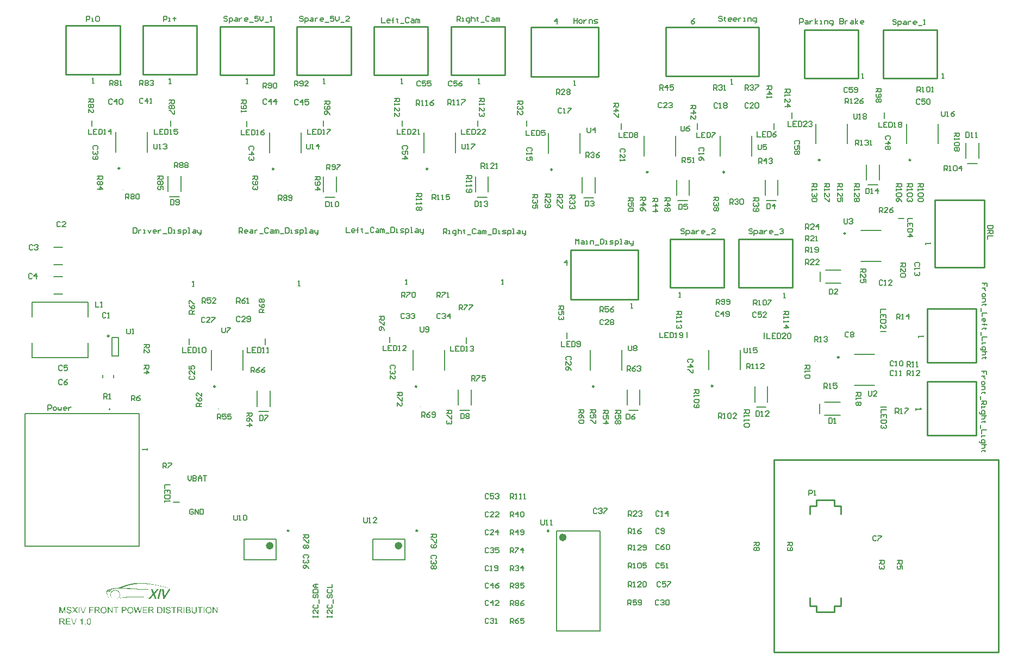
<source format=gto>
G04*
G04 #@! TF.GenerationSoftware,Altium Limited,Altium Designer,19.1.9 (167)*
G04*
G04 Layer_Color=65535*
%FSLAX25Y25*%
%MOIN*%
G70*
G01*
G75*
%ADD10C,0.00787*%
%ADD11C,0.00984*%
%ADD12C,0.02362*%
%ADD13C,0.00394*%
%ADD14C,0.01000*%
%ADD15C,0.00500*%
%ADD16C,0.00591*%
G36*
X75947Y42483D02*
X76624D01*
Y42470D01*
X76998D01*
Y42456D01*
X77302D01*
Y42442D01*
X77551D01*
Y42428D01*
X77786D01*
Y42414D01*
X77993D01*
Y42401D01*
X78187D01*
Y42387D01*
X78367D01*
Y42373D01*
X78533D01*
Y42359D01*
X78699D01*
Y42345D01*
X78851D01*
Y42331D01*
X79003D01*
Y42318D01*
X79141D01*
Y42304D01*
X79280D01*
Y42290D01*
X79418D01*
Y42276D01*
X79542D01*
Y42262D01*
X79667D01*
Y42248D01*
X79791D01*
Y42235D01*
X79916D01*
Y42221D01*
X80027D01*
Y42207D01*
X80151D01*
Y42193D01*
X80262D01*
Y42179D01*
X80372D01*
Y42165D01*
X80483D01*
Y42151D01*
X80594D01*
Y42138D01*
X80690D01*
Y42124D01*
X80801D01*
Y42110D01*
X80898D01*
Y42096D01*
X80995D01*
Y42082D01*
X81105D01*
Y42069D01*
X81202D01*
Y42055D01*
X81299D01*
Y42041D01*
X81396D01*
Y42027D01*
X81479D01*
Y42013D01*
X81576D01*
Y41999D01*
X81672D01*
Y41986D01*
X81755D01*
Y41972D01*
X81852D01*
Y41958D01*
X81935D01*
Y41944D01*
X82032D01*
Y41930D01*
X82115D01*
Y41916D01*
X82198D01*
Y41903D01*
X82281D01*
Y41889D01*
X82378D01*
Y41875D01*
X82461D01*
Y41861D01*
X82544D01*
Y41847D01*
X82627D01*
Y41833D01*
X82710D01*
Y41820D01*
X82779D01*
Y41806D01*
X82862D01*
Y41792D01*
X82945D01*
Y41778D01*
X83028D01*
Y41764D01*
X83111D01*
Y41750D01*
X83180D01*
Y41737D01*
X83263D01*
Y41723D01*
X83332D01*
Y41709D01*
X83415D01*
Y41695D01*
X83498D01*
Y41681D01*
X83567D01*
Y41668D01*
X83650D01*
Y41654D01*
X83719D01*
Y41640D01*
X83788D01*
Y41626D01*
X83871D01*
Y41612D01*
X83941D01*
Y41598D01*
X84010D01*
Y41585D01*
X84093D01*
Y41571D01*
X84162D01*
Y41557D01*
X84231D01*
Y41543D01*
X84300D01*
Y41529D01*
X84369D01*
Y41515D01*
X84452D01*
Y41502D01*
X84521D01*
Y41488D01*
X84591D01*
Y41474D01*
X84660D01*
Y41460D01*
X84729D01*
Y41446D01*
X84798D01*
Y41432D01*
X84867D01*
Y41418D01*
X84936D01*
Y41405D01*
X85005D01*
Y41391D01*
X85075D01*
Y41377D01*
X85144D01*
Y41363D01*
X85213D01*
Y41349D01*
X85268D01*
Y41336D01*
X85337D01*
Y41322D01*
X85407D01*
Y41308D01*
X85476D01*
Y41294D01*
X85545D01*
Y41280D01*
X85600D01*
Y41266D01*
X85669D01*
Y41253D01*
X85738D01*
Y41239D01*
X85808D01*
Y41225D01*
X85863D01*
Y41211D01*
X85932D01*
Y41197D01*
X86001D01*
Y41183D01*
X86057D01*
Y41170D01*
X86126D01*
Y41156D01*
X86195D01*
Y41142D01*
X86250D01*
Y41128D01*
X86319D01*
Y41114D01*
X86375D01*
Y41100D01*
X86444D01*
Y41087D01*
X86513D01*
Y41073D01*
X86568D01*
Y41059D01*
X86637D01*
Y41045D01*
X86693D01*
Y41031D01*
X86762D01*
Y41017D01*
X86817D01*
Y41004D01*
X86886D01*
Y40990D01*
X86942D01*
Y40976D01*
X86997D01*
Y40962D01*
X87066D01*
Y40948D01*
X87121D01*
Y40935D01*
X87191D01*
Y40921D01*
X87246D01*
Y40907D01*
X87315D01*
Y40893D01*
X87370D01*
Y40879D01*
X87426D01*
Y40865D01*
X87495D01*
Y40852D01*
X87550D01*
Y40838D01*
X87606D01*
Y40824D01*
X87675D01*
Y40810D01*
X87730D01*
Y40796D01*
X87785D01*
Y40782D01*
X87854D01*
Y40769D01*
X87910D01*
Y40755D01*
X87965D01*
Y40741D01*
X88020D01*
Y40727D01*
X88090D01*
Y40713D01*
X88145D01*
Y40699D01*
X88200D01*
Y40686D01*
X88256D01*
Y40672D01*
X88325D01*
Y40658D01*
X88380D01*
Y40644D01*
X88435D01*
Y40630D01*
X88491D01*
Y40616D01*
X88546D01*
Y40603D01*
X88601D01*
Y40589D01*
X88670D01*
Y40575D01*
X88726D01*
Y40561D01*
X88781D01*
Y40547D01*
X88836D01*
Y40533D01*
X88892D01*
Y40520D01*
X88947D01*
Y40506D01*
X89002D01*
Y40492D01*
X89072D01*
Y40478D01*
X89127D01*
Y40464D01*
X89182D01*
Y40450D01*
X89237D01*
Y40437D01*
X89293D01*
Y40423D01*
X89348D01*
Y40409D01*
X89403D01*
Y40395D01*
X89459D01*
Y40381D01*
X89514D01*
Y40367D01*
X89569D01*
Y40354D01*
X89625D01*
Y40340D01*
X89680D01*
Y40326D01*
X89735D01*
Y40312D01*
X89791D01*
Y40298D01*
X89846D01*
Y40284D01*
X89901D01*
Y40271D01*
X89957D01*
Y40257D01*
X90012D01*
Y40243D01*
X90067D01*
Y40229D01*
X90123D01*
Y40215D01*
X90178D01*
Y40202D01*
X90233D01*
Y40188D01*
X90289D01*
Y40174D01*
X90344D01*
Y40160D01*
X90399D01*
Y40146D01*
X90455D01*
Y40132D01*
X90510D01*
Y40119D01*
X90565D01*
Y40105D01*
X90620D01*
Y40091D01*
X90676D01*
Y40077D01*
X90731D01*
Y40063D01*
X90773D01*
Y40049D01*
X90828D01*
Y40036D01*
X90883D01*
Y40022D01*
X90939D01*
Y40008D01*
X90994D01*
Y39994D01*
X91049D01*
Y39980D01*
X91105D01*
Y39966D01*
X91160D01*
Y39952D01*
X91201D01*
Y39939D01*
X91257D01*
Y39925D01*
X91312D01*
Y39911D01*
X91367D01*
Y39897D01*
X91423D01*
Y39883D01*
X91478D01*
Y39870D01*
X91533D01*
Y39856D01*
X91575D01*
Y39842D01*
X91630D01*
Y39828D01*
X91685D01*
Y39814D01*
X91741D01*
Y39800D01*
X91796D01*
Y39787D01*
X91838D01*
Y39773D01*
X91893D01*
Y39759D01*
X91948D01*
Y39745D01*
X92004D01*
Y39731D01*
X92059D01*
Y39717D01*
X92100D01*
Y39704D01*
X92156D01*
Y39690D01*
X92211D01*
Y39676D01*
X92266D01*
Y39662D01*
X92322D01*
Y39648D01*
X92363D01*
Y39634D01*
X92418D01*
Y39621D01*
X92474D01*
Y39607D01*
X92529D01*
Y39593D01*
X92571D01*
Y39579D01*
X92626D01*
Y39565D01*
X92681D01*
Y39551D01*
X92737D01*
Y39538D01*
X92778D01*
Y39524D01*
X92833D01*
Y39510D01*
X92889D01*
Y39496D01*
X92930D01*
Y39482D01*
X92985D01*
Y39469D01*
X93041D01*
Y39455D01*
X93096D01*
Y39441D01*
X93138D01*
Y39427D01*
X93193D01*
Y39413D01*
X93248D01*
Y39399D01*
X93290D01*
Y39386D01*
X93345D01*
Y39372D01*
X93400D01*
Y39358D01*
X93456D01*
Y39344D01*
X93497D01*
Y39330D01*
X93553D01*
Y39316D01*
X93608D01*
Y39303D01*
X93649D01*
Y39289D01*
X93705D01*
Y39275D01*
X93760D01*
Y39261D01*
X93801D01*
Y39247D01*
X93857D01*
Y39233D01*
X93912D01*
Y39219D01*
X93954D01*
Y39206D01*
X94009D01*
Y39192D01*
X94050D01*
Y39178D01*
X94106D01*
Y39164D01*
X94161D01*
Y39150D01*
X94203D01*
Y39136D01*
X94258D01*
Y39123D01*
X94313D01*
Y39109D01*
X94355D01*
Y39095D01*
X94410D01*
Y39081D01*
X94465D01*
Y39067D01*
X94493D01*
Y39054D01*
Y39040D01*
X94479D01*
Y39026D01*
X94424D01*
Y39040D01*
X94368D01*
Y39054D01*
X94313D01*
Y39067D01*
X94244D01*
Y39081D01*
X94189D01*
Y39095D01*
X94133D01*
Y39109D01*
X94064D01*
Y39123D01*
X94009D01*
Y39136D01*
X93954D01*
Y39150D01*
X93884D01*
Y39164D01*
X93829D01*
Y39178D01*
X93774D01*
Y39192D01*
X93718D01*
Y39206D01*
X93649D01*
Y39219D01*
X93594D01*
Y39233D01*
X93539D01*
Y39247D01*
X93483D01*
Y39261D01*
X93428D01*
Y39275D01*
X93359D01*
Y39289D01*
X93304D01*
Y39303D01*
X93248D01*
Y39316D01*
X93193D01*
Y39330D01*
X93138D01*
Y39344D01*
X93082D01*
Y39358D01*
X93013D01*
Y39372D01*
X92958D01*
Y39386D01*
X92902D01*
Y39399D01*
X92847D01*
Y39413D01*
X92792D01*
Y39427D01*
X92737D01*
Y39441D01*
X92681D01*
Y39455D01*
X92626D01*
Y39469D01*
X92557D01*
Y39482D01*
X92501D01*
Y39496D01*
X92446D01*
Y39510D01*
X92391D01*
Y39524D01*
X92335D01*
Y39538D01*
X92280D01*
Y39551D01*
X92225D01*
Y39565D01*
X92169D01*
Y39579D01*
X92114D01*
Y39593D01*
X92045D01*
Y39607D01*
X91990D01*
Y39621D01*
X91934D01*
Y39634D01*
X91879D01*
Y39648D01*
X91824D01*
Y39662D01*
X91768D01*
Y39676D01*
X91713D01*
Y39690D01*
X91658D01*
Y39704D01*
X91602D01*
Y39717D01*
X91547D01*
Y39731D01*
X91492D01*
Y39745D01*
X91423D01*
Y39759D01*
X91367D01*
Y39773D01*
X91312D01*
Y39787D01*
X91257D01*
Y39800D01*
X91201D01*
Y39814D01*
X91146D01*
Y39828D01*
X91091D01*
Y39842D01*
X91035D01*
Y39856D01*
X90980D01*
Y39870D01*
X90925D01*
Y39883D01*
X90856D01*
Y39897D01*
X90800D01*
Y39911D01*
X90745D01*
Y39925D01*
X90690D01*
Y39939D01*
X90634D01*
Y39952D01*
X90579D01*
Y39966D01*
X90524D01*
Y39980D01*
X90455D01*
Y39994D01*
X90399D01*
Y40008D01*
X90344D01*
Y40022D01*
X90289D01*
Y40036D01*
X90233D01*
Y40049D01*
X90178D01*
Y40063D01*
X90123D01*
Y40077D01*
X90053D01*
Y40091D01*
X89998D01*
Y40105D01*
X89943D01*
Y40119D01*
X89887D01*
Y40132D01*
X89832D01*
Y40146D01*
X89763D01*
Y40160D01*
X89708D01*
Y40174D01*
X89652D01*
Y40188D01*
X89597D01*
Y40202D01*
X89542D01*
Y40215D01*
X89473D01*
Y40229D01*
X89417D01*
Y40243D01*
X89362D01*
Y40257D01*
X89307D01*
Y40271D01*
X89237D01*
Y40284D01*
X89182D01*
Y40298D01*
X89127D01*
Y40312D01*
X89058D01*
Y40326D01*
X89002D01*
Y40340D01*
X88947D01*
Y40354D01*
X88892D01*
Y40367D01*
X88823D01*
Y40381D01*
X88767D01*
Y40395D01*
X88698D01*
Y40409D01*
X88643D01*
Y40423D01*
X88587D01*
Y40437D01*
X88518D01*
Y40450D01*
X88463D01*
Y40464D01*
X88408D01*
Y40478D01*
X88339D01*
Y40492D01*
X88283D01*
Y40506D01*
X88214D01*
Y40520D01*
X88159D01*
Y40533D01*
X88090D01*
Y40547D01*
X88034D01*
Y40561D01*
X87965D01*
Y40575D01*
X87910D01*
Y40589D01*
X87841D01*
Y40603D01*
X87785D01*
Y40616D01*
X87716D01*
Y40630D01*
X87661D01*
Y40644D01*
X87592D01*
Y40658D01*
X87536D01*
Y40672D01*
X87467D01*
Y40686D01*
X87398D01*
Y40699D01*
X87343D01*
Y40713D01*
X87274D01*
Y40727D01*
X87218D01*
Y40741D01*
X87149D01*
Y40755D01*
X87080D01*
Y40769D01*
X87011D01*
Y40782D01*
X86955D01*
Y40796D01*
X86886D01*
Y40810D01*
X86817D01*
Y40824D01*
X86748D01*
Y40838D01*
X86693D01*
Y40852D01*
X86624D01*
Y40865D01*
X86554D01*
Y40879D01*
X86485D01*
Y40893D01*
X86416D01*
Y40907D01*
X86347D01*
Y40921D01*
X86278D01*
Y40935D01*
X86209D01*
Y40948D01*
X86140D01*
Y40962D01*
X86070D01*
Y40976D01*
X86001D01*
Y40990D01*
X85932D01*
Y41004D01*
X85863D01*
Y41017D01*
X85794D01*
Y41031D01*
X85725D01*
Y41045D01*
X85655D01*
Y41059D01*
X85586D01*
Y41073D01*
X85503D01*
Y41087D01*
X85434D01*
Y41100D01*
X85365D01*
Y41114D01*
X85296D01*
Y41128D01*
X85213D01*
Y41142D01*
X85144D01*
Y41156D01*
X85061D01*
Y41170D01*
X84992D01*
Y41183D01*
X84922D01*
Y41197D01*
X84839D01*
Y41211D01*
X84756D01*
Y41225D01*
X84687D01*
Y41239D01*
X84604D01*
Y41253D01*
X84535D01*
Y41266D01*
X84452D01*
Y41280D01*
X84369D01*
Y41294D01*
X84286D01*
Y41308D01*
X84203D01*
Y41322D01*
X84134D01*
Y41336D01*
X84051D01*
Y41349D01*
X83968D01*
Y41363D01*
X83885D01*
Y41377D01*
X83788D01*
Y41391D01*
X83705D01*
Y41405D01*
X83622D01*
Y41418D01*
X83539D01*
Y41432D01*
X83443D01*
Y41446D01*
X83360D01*
Y41460D01*
X83263D01*
Y41474D01*
X83180D01*
Y41488D01*
X83083D01*
Y41502D01*
X83000D01*
Y41515D01*
X82903D01*
Y41529D01*
X82806D01*
Y41543D01*
X82710D01*
Y41557D01*
X82613D01*
Y41571D01*
X82516D01*
Y41585D01*
X82419D01*
Y41598D01*
X82309D01*
Y41612D01*
X82212D01*
Y41626D01*
X82101D01*
Y41640D01*
X81990D01*
Y41654D01*
X81894D01*
Y41668D01*
X81783D01*
Y41681D01*
X81659D01*
Y41695D01*
X81548D01*
Y41709D01*
X81437D01*
Y41723D01*
X81313D01*
Y41737D01*
X81188D01*
Y41750D01*
X81064D01*
Y41764D01*
X80939D01*
Y41778D01*
X80801D01*
Y41792D01*
X80663D01*
Y41806D01*
X80524D01*
Y41820D01*
X80386D01*
Y41833D01*
X80234D01*
Y41847D01*
X80068D01*
Y41861D01*
X79902D01*
Y41875D01*
X79736D01*
Y41889D01*
X79556D01*
Y41903D01*
X79363D01*
Y41916D01*
X79155D01*
Y41930D01*
X78934D01*
Y41944D01*
X78685D01*
Y41958D01*
X78395D01*
Y41972D01*
X78063D01*
Y41986D01*
X77606D01*
Y41999D01*
X75850D01*
Y41986D01*
X75407D01*
Y41972D01*
X75089D01*
Y41958D01*
X74826D01*
Y41944D01*
X74591D01*
Y41930D01*
X74384D01*
Y41916D01*
X74204D01*
Y41903D01*
X74024D01*
Y41889D01*
X73858D01*
Y41875D01*
X73706D01*
Y41861D01*
X73554D01*
Y41847D01*
X73416D01*
Y41833D01*
X73291D01*
Y41820D01*
X73153D01*
Y41806D01*
X73042D01*
Y41792D01*
X72918D01*
Y41778D01*
X72807D01*
Y41764D01*
X72696D01*
Y41750D01*
X72586D01*
Y41737D01*
X72475D01*
Y41723D01*
X72378D01*
Y41709D01*
X72281D01*
Y41695D01*
X72185D01*
Y41681D01*
X72088D01*
Y41668D01*
X71991D01*
Y41654D01*
X71908D01*
Y41640D01*
X71825D01*
Y41626D01*
X71728D01*
Y41612D01*
X71645D01*
Y41598D01*
X71562D01*
Y41585D01*
X71479D01*
Y41571D01*
X71396D01*
Y41557D01*
X71327D01*
Y41543D01*
X71244D01*
Y41529D01*
X71161D01*
Y41515D01*
X71092D01*
Y41502D01*
X71023D01*
Y41488D01*
X70940D01*
Y41474D01*
X70871D01*
Y41460D01*
X70802D01*
Y41446D01*
X70732D01*
Y41432D01*
X70663D01*
Y41418D01*
X70594D01*
Y41405D01*
X70525D01*
Y41391D01*
X70456D01*
Y41377D01*
X70401D01*
Y41363D01*
X70331D01*
Y41349D01*
X70262D01*
Y41336D01*
X70207D01*
Y41322D01*
X70138D01*
Y41308D01*
X70082D01*
Y41294D01*
X70013D01*
Y41280D01*
X69958D01*
Y41266D01*
X69903D01*
Y41253D01*
X69834D01*
Y41239D01*
X69778D01*
Y41225D01*
X69723D01*
Y41211D01*
X69668D01*
Y41197D01*
X69612D01*
Y41183D01*
X69543D01*
Y41170D01*
X69488D01*
Y41156D01*
X69432D01*
Y41142D01*
X69377D01*
Y41128D01*
X69336D01*
Y41114D01*
X69280D01*
Y41100D01*
X69225D01*
Y41087D01*
X69170D01*
Y41073D01*
X69114D01*
Y41059D01*
X69059D01*
Y41045D01*
X69018D01*
Y41031D01*
X68962D01*
Y41017D01*
X68907D01*
Y41004D01*
X68865D01*
Y40990D01*
X68810D01*
Y40976D01*
X68755D01*
Y40962D01*
X68713D01*
Y40948D01*
X68658D01*
Y40935D01*
X68616D01*
Y40921D01*
X68561D01*
Y40907D01*
X68520D01*
Y40893D01*
X68464D01*
Y40879D01*
X68423D01*
Y40865D01*
X68381D01*
Y40852D01*
X68326D01*
Y40838D01*
X68285D01*
Y40824D01*
X68243D01*
Y40810D01*
X68188D01*
Y40796D01*
X68146D01*
Y40782D01*
X68105D01*
Y40769D01*
X68050D01*
Y40755D01*
X68008D01*
Y40741D01*
X67967D01*
Y40727D01*
X67925D01*
Y40713D01*
X67883D01*
Y40699D01*
X67842D01*
Y40686D01*
X67787D01*
Y40672D01*
X67745D01*
Y40658D01*
X67704D01*
Y40644D01*
X67662D01*
Y40630D01*
X67621D01*
Y40616D01*
X67579D01*
Y40603D01*
X67538D01*
Y40589D01*
X67496D01*
Y40575D01*
X67455D01*
Y40561D01*
X67413D01*
Y40547D01*
X67372D01*
Y40533D01*
X67330D01*
Y40520D01*
X67289D01*
Y40506D01*
X67261D01*
Y40492D01*
X67220D01*
Y40478D01*
X67178D01*
Y40464D01*
X67137D01*
Y40450D01*
X67095D01*
Y40437D01*
X67054D01*
Y40423D01*
X67026D01*
Y40409D01*
X66984D01*
Y40395D01*
X66943D01*
Y40381D01*
X66901D01*
Y40367D01*
X66860D01*
Y40354D01*
X66832D01*
Y40340D01*
X66791D01*
Y40326D01*
X66749D01*
Y40312D01*
X66722D01*
Y40298D01*
X66680D01*
Y40284D01*
X66639D01*
Y40271D01*
X66611D01*
Y40257D01*
X66570D01*
Y40243D01*
X66528D01*
Y40229D01*
X66500D01*
Y40215D01*
X66459D01*
Y40202D01*
X66417D01*
Y40188D01*
X66390D01*
Y40174D01*
X66348D01*
Y40160D01*
X66321D01*
Y40146D01*
X66279D01*
Y40132D01*
X66251D01*
Y40119D01*
X66210D01*
Y40105D01*
X66182D01*
Y40091D01*
X66141D01*
Y40077D01*
X66113D01*
Y40063D01*
X66072D01*
Y40049D01*
X66044D01*
Y40036D01*
X66003D01*
Y40022D01*
X65975D01*
Y40008D01*
X65933D01*
Y39994D01*
X65906D01*
Y39980D01*
X65864D01*
Y39966D01*
X65837D01*
Y39952D01*
X65809D01*
Y39939D01*
X65767D01*
Y39925D01*
X65740D01*
Y39911D01*
X65712D01*
Y39897D01*
X65671D01*
Y39883D01*
X65643D01*
Y39870D01*
X65601D01*
Y39856D01*
X65574D01*
Y39842D01*
X65546D01*
Y39828D01*
X65505D01*
Y39814D01*
X65477D01*
Y39800D01*
X65449D01*
Y39787D01*
X65422D01*
Y39773D01*
X65380D01*
Y39759D01*
X65352D01*
Y39745D01*
X65325D01*
Y39731D01*
X65283D01*
Y39717D01*
X65256D01*
Y39704D01*
X65228D01*
Y39690D01*
X65200D01*
Y39676D01*
X65159D01*
Y39662D01*
X65131D01*
Y39648D01*
X65104D01*
Y39634D01*
X65076D01*
Y39621D01*
X65048D01*
Y39607D01*
X65007D01*
Y39593D01*
X64979D01*
Y39579D01*
X64951D01*
Y39565D01*
X64924D01*
Y39551D01*
X64896D01*
Y39538D01*
X64882D01*
Y39524D01*
X65228D01*
Y39510D01*
X65588D01*
Y39496D01*
X65892D01*
Y39482D01*
X66155D01*
Y39469D01*
X66417D01*
Y39455D01*
X66653D01*
Y39441D01*
X66888D01*
Y39427D01*
X67095D01*
Y39413D01*
X67316D01*
Y39399D01*
X67524D01*
Y39386D01*
X67717D01*
Y39372D01*
X67911D01*
Y39358D01*
X68105D01*
Y39344D01*
X68298D01*
Y39330D01*
X68492D01*
Y39316D01*
X68672D01*
Y39303D01*
X68852D01*
Y39289D01*
X69045D01*
Y39275D01*
X69225D01*
Y39261D01*
X69405D01*
Y39247D01*
X69571D01*
Y39233D01*
X69751D01*
Y39219D01*
X69930D01*
Y39206D01*
X70110D01*
Y39192D01*
X70290D01*
Y39178D01*
X70456D01*
Y39164D01*
X70636D01*
Y39150D01*
X70815D01*
Y39136D01*
X70982D01*
Y39123D01*
X71161D01*
Y39109D01*
X71341D01*
Y39095D01*
X71507D01*
Y39081D01*
X71687D01*
Y39067D01*
X71867D01*
Y39054D01*
X72046D01*
Y39040D01*
X72226D01*
Y39026D01*
X72406D01*
Y39012D01*
X72586D01*
Y38998D01*
X72766D01*
Y38984D01*
X72959D01*
Y38971D01*
X73139D01*
Y38957D01*
X73333D01*
Y38943D01*
X73512D01*
Y38929D01*
X73706D01*
Y38915D01*
X73900D01*
Y38901D01*
X74093D01*
Y38888D01*
X74287D01*
Y38874D01*
X74494D01*
Y38860D01*
X74688D01*
Y38846D01*
X74895D01*
Y38832D01*
X75103D01*
Y38818D01*
X75324D01*
Y38805D01*
X75532D01*
Y38791D01*
X75753D01*
Y38777D01*
X75988D01*
Y38763D01*
X76209D01*
Y38749D01*
X76444D01*
Y38735D01*
X76693D01*
Y38722D01*
X76942D01*
Y38708D01*
X77205D01*
Y38694D01*
X77468D01*
Y38680D01*
X77745D01*
Y38666D01*
X78035D01*
Y38653D01*
X78353D01*
Y38639D01*
X78671D01*
Y38625D01*
X79017D01*
Y38611D01*
X79390D01*
Y38597D01*
X79819D01*
Y38583D01*
X80289D01*
Y38570D01*
X80870D01*
Y38556D01*
X81672D01*
Y38542D01*
X81963D01*
Y38528D01*
Y38514D01*
Y38500D01*
X81824D01*
Y38486D01*
X81368D01*
Y38473D01*
X80801D01*
Y38459D01*
X79874D01*
Y38445D01*
X78118D01*
Y38459D01*
X77122D01*
Y38473D01*
X76486D01*
Y38486D01*
X75960D01*
Y38500D01*
X75504D01*
Y38514D01*
X75089D01*
Y38528D01*
X74716D01*
Y38542D01*
X74356D01*
Y38556D01*
X74024D01*
Y38570D01*
X73706D01*
Y38583D01*
X73388D01*
Y38597D01*
X73097D01*
Y38611D01*
X72807D01*
Y38625D01*
X72531D01*
Y38639D01*
X72254D01*
Y38653D01*
X71991D01*
Y38666D01*
X71728D01*
Y38680D01*
X71479D01*
Y38694D01*
X71230D01*
Y38708D01*
X70982D01*
Y38722D01*
X70732D01*
Y38735D01*
X70484D01*
Y38749D01*
X70249D01*
Y38763D01*
X69999D01*
Y38777D01*
X69764D01*
Y38791D01*
X69529D01*
Y38805D01*
X69294D01*
Y38818D01*
X69059D01*
Y38832D01*
X68810D01*
Y38846D01*
X68575D01*
Y38860D01*
X68340D01*
Y38874D01*
X68091D01*
Y38888D01*
X67856D01*
Y38901D01*
X67607D01*
Y38915D01*
X67358D01*
Y38929D01*
X67109D01*
Y38943D01*
X66846D01*
Y38957D01*
X66570D01*
Y38971D01*
X66293D01*
Y38984D01*
X66016D01*
Y38998D01*
X65712D01*
Y39012D01*
X65380D01*
Y39026D01*
X65034D01*
Y39040D01*
X64633D01*
Y39054D01*
X64149D01*
Y39067D01*
X63250D01*
Y39081D01*
X62794D01*
Y39067D01*
X62033D01*
Y39054D01*
X61674D01*
Y39040D01*
X61397D01*
Y39026D01*
X61176D01*
Y39012D01*
X60982D01*
Y38998D01*
X60816D01*
Y38984D01*
X60664D01*
Y38971D01*
X60526D01*
Y38957D01*
X60401D01*
Y38943D01*
X60291D01*
Y38929D01*
X60180D01*
Y38915D01*
X60069D01*
Y38901D01*
X59973D01*
Y38888D01*
X59876D01*
Y38874D01*
X59793D01*
Y38860D01*
X59710D01*
Y38846D01*
X59627D01*
Y38832D01*
X59544D01*
Y38818D01*
X59475D01*
Y38805D01*
X59405D01*
Y38791D01*
X59323D01*
Y38777D01*
X59267D01*
Y38763D01*
X59198D01*
Y38749D01*
X59129D01*
Y38735D01*
X59074D01*
Y38722D01*
X59004D01*
Y38708D01*
X58949D01*
Y38694D01*
X58894D01*
Y38680D01*
X58838D01*
Y38666D01*
X58783D01*
Y38653D01*
X58728D01*
Y38639D01*
X58672D01*
Y38625D01*
X58617D01*
Y38611D01*
X58576D01*
Y38597D01*
X58520D01*
Y38583D01*
X58465D01*
Y38570D01*
X58424D01*
Y38556D01*
X58368D01*
Y38542D01*
X58327D01*
Y38528D01*
X58285D01*
Y38514D01*
X58230D01*
Y38500D01*
X58188D01*
Y38486D01*
X58147D01*
Y38473D01*
X58105D01*
Y38459D01*
X58064D01*
Y38445D01*
X58022D01*
Y38431D01*
X57981D01*
Y38417D01*
X57939D01*
Y38404D01*
X57898D01*
Y38390D01*
X57857D01*
Y38376D01*
X57815D01*
Y38362D01*
X57774D01*
Y38348D01*
X57732D01*
Y38334D01*
X57691D01*
Y38321D01*
X57649D01*
Y38307D01*
X57608D01*
Y38293D01*
X57580D01*
Y38279D01*
X57538D01*
Y38265D01*
X57497D01*
Y38251D01*
X57469D01*
Y38238D01*
X57428D01*
Y38224D01*
X57386D01*
Y38210D01*
X57345D01*
Y38196D01*
X57317D01*
Y38182D01*
X57276D01*
Y38168D01*
X57248D01*
Y38155D01*
X57206D01*
Y38141D01*
X57165D01*
Y38127D01*
X57137D01*
Y38113D01*
X57096D01*
Y38099D01*
X57068D01*
Y38085D01*
X57041D01*
Y38072D01*
X56999D01*
Y38058D01*
X56971D01*
Y38044D01*
X56930D01*
Y38030D01*
X56902D01*
Y38016D01*
X56875D01*
Y38002D01*
X56847D01*
Y37989D01*
X56805D01*
Y37975D01*
X56778D01*
Y37961D01*
X56750D01*
Y37947D01*
X56722D01*
Y37933D01*
X56695D01*
Y37920D01*
X56667D01*
Y37906D01*
X56639D01*
Y37892D01*
X56612D01*
Y37878D01*
X56584D01*
Y37864D01*
X56556D01*
Y37850D01*
X56529D01*
Y37837D01*
X56501D01*
Y37823D01*
X56473D01*
Y37809D01*
X56460D01*
Y37795D01*
X56432D01*
Y37781D01*
X56404D01*
Y37767D01*
X56391D01*
Y37753D01*
X56363D01*
Y37740D01*
X56335D01*
Y37726D01*
X56321D01*
Y37712D01*
X56294D01*
Y37698D01*
X56280D01*
Y37684D01*
X56252D01*
Y37670D01*
X56238D01*
Y37657D01*
X56225D01*
Y37643D01*
X56197D01*
Y37629D01*
X56183D01*
Y37615D01*
X56169D01*
Y37601D01*
X56142D01*
Y37587D01*
X56128D01*
Y37574D01*
X56114D01*
Y37560D01*
X56100D01*
Y37546D01*
X56086D01*
Y37532D01*
X56072D01*
Y37518D01*
X56059D01*
Y37505D01*
X56045D01*
Y37491D01*
X56031D01*
Y37477D01*
X56017D01*
Y37463D01*
X56003D01*
Y37449D01*
X55989D01*
Y37435D01*
X55976D01*
Y37422D01*
X55962D01*
Y37408D01*
X55948D01*
Y37394D01*
X55934D01*
Y37380D01*
X55920D01*
Y37366D01*
X55906D01*
Y37352D01*
Y37339D01*
X55893D01*
Y37325D01*
X55879D01*
Y37311D01*
X55865D01*
Y37297D01*
Y37283D01*
X55851D01*
Y37269D01*
X55837D01*
Y37256D01*
Y37242D01*
X55823D01*
Y37228D01*
X55810D01*
Y37214D01*
Y37200D01*
X55796D01*
Y37187D01*
Y37173D01*
X55782D01*
Y37159D01*
Y37145D01*
X55768D01*
Y37131D01*
Y37117D01*
X55754D01*
Y37104D01*
Y37090D01*
X55740D01*
Y37076D01*
Y37062D01*
X55727D01*
Y37048D01*
Y37034D01*
Y37020D01*
X55713D01*
Y37007D01*
Y36993D01*
Y36979D01*
X55699D01*
Y36965D01*
Y36951D01*
Y36937D01*
X55685D01*
Y36924D01*
Y36910D01*
Y36896D01*
X55671D01*
Y36882D01*
Y36868D01*
Y36855D01*
Y36841D01*
X55658D01*
Y36827D01*
Y36813D01*
Y36799D01*
Y36785D01*
Y36772D01*
X55644D01*
Y36758D01*
Y36744D01*
Y36730D01*
Y36716D01*
Y36702D01*
Y36689D01*
Y36675D01*
X55630D01*
Y36661D01*
Y36647D01*
Y36633D01*
Y36619D01*
Y36606D01*
Y36592D01*
Y36578D01*
Y36564D01*
Y36550D01*
Y36536D01*
Y36523D01*
X55616D01*
Y36509D01*
Y36495D01*
Y36481D01*
Y36467D01*
Y36454D01*
Y36440D01*
Y36426D01*
Y36412D01*
Y36398D01*
Y36384D01*
Y36371D01*
Y36357D01*
Y36343D01*
Y36329D01*
Y36315D01*
Y36301D01*
X55630D01*
Y36288D01*
Y36274D01*
Y36260D01*
Y36246D01*
Y36232D01*
Y36218D01*
Y36204D01*
Y36191D01*
Y36177D01*
Y36163D01*
Y36149D01*
Y36135D01*
Y36121D01*
Y36108D01*
X55644D01*
Y36094D01*
Y36080D01*
Y36066D01*
Y36052D01*
Y36039D01*
Y36025D01*
Y36011D01*
Y35997D01*
X55658D01*
Y35983D01*
Y35969D01*
Y35956D01*
Y35942D01*
Y35928D01*
Y35914D01*
Y35900D01*
X55671D01*
Y35886D01*
Y35873D01*
Y35859D01*
Y35845D01*
Y35831D01*
Y35817D01*
X55685D01*
Y35803D01*
Y35790D01*
Y35776D01*
Y35762D01*
Y35748D01*
X55699D01*
Y35734D01*
Y35721D01*
Y35707D01*
Y35693D01*
Y35679D01*
Y35665D01*
X55713D01*
Y35651D01*
Y35638D01*
Y35624D01*
Y35610D01*
X55727D01*
Y35596D01*
Y35582D01*
Y35568D01*
Y35555D01*
Y35541D01*
X55740D01*
Y35527D01*
Y35513D01*
Y35499D01*
Y35485D01*
X55754D01*
Y35471D01*
Y35458D01*
Y35444D01*
Y35430D01*
X55768D01*
Y35416D01*
Y35402D01*
Y35388D01*
Y35375D01*
X55782D01*
Y35361D01*
Y35347D01*
Y35333D01*
Y35319D01*
X55796D01*
Y35306D01*
Y35292D01*
Y35278D01*
Y35264D01*
X55810D01*
Y35250D01*
Y35236D01*
Y35223D01*
X55823D01*
Y35209D01*
Y35195D01*
Y35181D01*
Y35167D01*
X55837D01*
Y35153D01*
Y35140D01*
Y35126D01*
Y35112D01*
X55851D01*
Y35098D01*
Y35084D01*
Y35070D01*
X55865D01*
Y35057D01*
Y35043D01*
Y35029D01*
X55879D01*
Y35015D01*
Y35001D01*
Y34988D01*
Y34974D01*
X55893D01*
Y34960D01*
Y34946D01*
Y34932D01*
X55906D01*
Y34918D01*
Y34905D01*
Y34891D01*
X55920D01*
Y34877D01*
Y34863D01*
Y34849D01*
X55934D01*
Y34835D01*
Y34822D01*
Y34808D01*
Y34794D01*
X55948D01*
Y34780D01*
Y34766D01*
Y34752D01*
X55962D01*
Y34738D01*
Y34725D01*
Y34711D01*
X55976D01*
Y34697D01*
Y34683D01*
Y34669D01*
X55989D01*
Y34655D01*
Y34642D01*
Y34628D01*
X56003D01*
Y34614D01*
Y34600D01*
Y34586D01*
X56017D01*
Y34572D01*
Y34559D01*
Y34545D01*
X56031D01*
Y34531D01*
Y34517D01*
Y34503D01*
X56045D01*
Y34490D01*
Y34476D01*
Y34462D01*
X56059D01*
Y34448D01*
Y34434D01*
X56072D01*
Y34420D01*
Y34407D01*
Y34393D01*
X56086D01*
Y34379D01*
Y34365D01*
Y34351D01*
X56100D01*
Y34337D01*
Y34324D01*
Y34310D01*
X56114D01*
Y34296D01*
Y34282D01*
Y34268D01*
X56128D01*
Y34255D01*
Y34241D01*
X56142D01*
Y34227D01*
Y34213D01*
Y34199D01*
X56155D01*
Y34185D01*
Y34172D01*
Y34158D01*
X56169D01*
Y34144D01*
Y34130D01*
Y34116D01*
X56183D01*
Y34102D01*
Y34089D01*
X56197D01*
Y34075D01*
Y34061D01*
Y34047D01*
X56211D01*
Y34033D01*
Y34019D01*
Y34005D01*
X56225D01*
Y33992D01*
Y33978D01*
X56238D01*
Y33964D01*
Y33950D01*
Y33936D01*
X56252D01*
Y33922D01*
Y33909D01*
Y33895D01*
X56266D01*
Y33881D01*
Y33867D01*
X56280D01*
Y33853D01*
Y33840D01*
Y33826D01*
X56294D01*
Y33812D01*
Y33798D01*
X56308D01*
Y33784D01*
Y33770D01*
Y33757D01*
X56321D01*
Y33743D01*
Y33729D01*
Y33715D01*
X56335D01*
Y33701D01*
Y33687D01*
X56349D01*
Y33674D01*
Y33660D01*
Y33646D01*
X56363D01*
Y33632D01*
Y33618D01*
X56377D01*
Y33604D01*
Y33591D01*
Y33577D01*
X56391D01*
Y33563D01*
Y33549D01*
X56404D01*
Y33535D01*
Y33521D01*
Y33508D01*
X56418D01*
Y33494D01*
Y33480D01*
X56432D01*
Y33466D01*
Y33452D01*
Y33439D01*
X56446D01*
Y33425D01*
Y33411D01*
X56460D01*
Y33397D01*
Y33383D01*
Y33369D01*
X56473D01*
Y33356D01*
Y33342D01*
X56487D01*
Y33328D01*
Y33314D01*
Y33300D01*
X56446D01*
Y33314D01*
X56432D01*
Y33328D01*
Y33342D01*
X56418D01*
Y33356D01*
Y33369D01*
X56404D01*
Y33383D01*
Y33397D01*
X56391D01*
Y33411D01*
Y33425D01*
Y33439D01*
X56377D01*
Y33452D01*
Y33466D01*
X56363D01*
Y33480D01*
Y33494D01*
X56349D01*
Y33508D01*
Y33521D01*
X56335D01*
Y33535D01*
Y33549D01*
X56321D01*
Y33563D01*
Y33577D01*
X56308D01*
Y33591D01*
Y33604D01*
X56294D01*
Y33618D01*
Y33632D01*
X56280D01*
Y33646D01*
Y33660D01*
Y33674D01*
X56266D01*
Y33687D01*
Y33701D01*
X56252D01*
Y33715D01*
Y33729D01*
X56238D01*
Y33743D01*
Y33757D01*
X56225D01*
Y33770D01*
Y33784D01*
X56211D01*
Y33798D01*
Y33812D01*
X56197D01*
Y33826D01*
Y33840D01*
X56183D01*
Y33853D01*
Y33867D01*
Y33881D01*
X56169D01*
Y33895D01*
Y33909D01*
X56155D01*
Y33922D01*
Y33936D01*
X56142D01*
Y33950D01*
Y33964D01*
X56128D01*
Y33978D01*
Y33992D01*
X56114D01*
Y34005D01*
Y34019D01*
X56100D01*
Y34033D01*
Y34047D01*
Y34061D01*
X56086D01*
Y34075D01*
Y34089D01*
X56072D01*
Y34102D01*
Y34116D01*
X56059D01*
Y34130D01*
Y34144D01*
X56045D01*
Y34158D01*
Y34172D01*
X56031D01*
Y34185D01*
Y34199D01*
X56017D01*
Y34213D01*
Y34227D01*
Y34241D01*
X56003D01*
Y34255D01*
Y34268D01*
X55989D01*
Y34282D01*
Y34296D01*
X55976D01*
Y34310D01*
Y34324D01*
X55962D01*
Y34337D01*
Y34351D01*
X55948D01*
Y34365D01*
Y34379D01*
Y34393D01*
X55934D01*
Y34407D01*
Y34420D01*
X55920D01*
Y34434D01*
Y34448D01*
X55906D01*
Y34462D01*
Y34476D01*
X55893D01*
Y34490D01*
Y34503D01*
Y34517D01*
X55879D01*
Y34531D01*
Y34545D01*
X55865D01*
Y34559D01*
Y34572D01*
X55851D01*
Y34586D01*
Y34600D01*
X55837D01*
Y34614D01*
Y34628D01*
Y34642D01*
X55823D01*
Y34655D01*
Y34669D01*
X55810D01*
Y34683D01*
Y34697D01*
X55796D01*
Y34711D01*
Y34725D01*
X55782D01*
Y34738D01*
Y34752D01*
Y34766D01*
X55768D01*
Y34780D01*
Y34794D01*
X55754D01*
Y34808D01*
Y34822D01*
X55740D01*
Y34835D01*
Y34849D01*
Y34863D01*
X55727D01*
Y34877D01*
Y34891D01*
X55713D01*
Y34905D01*
Y34918D01*
X55699D01*
Y34932D01*
Y34946D01*
Y34960D01*
X55685D01*
Y34974D01*
Y34988D01*
X55671D01*
Y35001D01*
Y35015D01*
X55658D01*
Y35029D01*
Y35043D01*
Y35057D01*
X55644D01*
Y35070D01*
Y35084D01*
X55630D01*
Y35098D01*
Y35112D01*
X55616D01*
Y35126D01*
Y35140D01*
Y35153D01*
X55602D01*
Y35167D01*
Y35181D01*
X55588D01*
Y35195D01*
Y35209D01*
Y35223D01*
X55575D01*
Y35236D01*
Y35250D01*
X55561D01*
Y35264D01*
Y35278D01*
Y35292D01*
X55547D01*
Y35306D01*
Y35319D01*
X55533D01*
Y35333D01*
Y35347D01*
Y35361D01*
X55519D01*
Y35375D01*
Y35388D01*
X55505D01*
Y35402D01*
Y35416D01*
Y35430D01*
X55492D01*
Y35444D01*
Y35458D01*
X55478D01*
Y35471D01*
Y35485D01*
Y35499D01*
X55464D01*
Y35513D01*
Y35527D01*
Y35541D01*
X55450D01*
Y35555D01*
Y35568D01*
X55436D01*
Y35582D01*
Y35596D01*
Y35610D01*
X55422D01*
Y35624D01*
Y35638D01*
Y35651D01*
X55409D01*
Y35665D01*
Y35679D01*
Y35693D01*
X55395D01*
Y35707D01*
Y35721D01*
X55381D01*
Y35734D01*
Y35748D01*
Y35762D01*
X55367D01*
Y35776D01*
Y35790D01*
Y35803D01*
X55353D01*
Y35817D01*
Y35831D01*
Y35845D01*
X55339D01*
Y35859D01*
Y35873D01*
Y35886D01*
X55326D01*
Y35900D01*
Y35914D01*
Y35928D01*
X55312D01*
Y35942D01*
Y35956D01*
Y35969D01*
X55298D01*
Y35983D01*
Y35997D01*
Y36011D01*
X55284D01*
Y36025D01*
Y36039D01*
Y36052D01*
Y36066D01*
X55270D01*
Y36080D01*
Y36094D01*
Y36108D01*
X55256D01*
Y36121D01*
Y36135D01*
Y36149D01*
X55243D01*
Y36163D01*
Y36177D01*
Y36191D01*
Y36204D01*
X55229D01*
Y36218D01*
Y36232D01*
Y36246D01*
Y36260D01*
X55215D01*
Y36274D01*
Y36288D01*
Y36301D01*
Y36315D01*
X55201D01*
Y36329D01*
Y36343D01*
Y36357D01*
Y36371D01*
X55187D01*
Y36384D01*
Y36398D01*
Y36412D01*
Y36426D01*
X55173D01*
Y36440D01*
Y36454D01*
Y36467D01*
Y36481D01*
Y36495D01*
X55160D01*
Y36509D01*
Y36523D01*
Y36536D01*
Y36550D01*
Y36564D01*
Y36578D01*
X55146D01*
Y36592D01*
Y36606D01*
Y36619D01*
Y36633D01*
Y36647D01*
Y36661D01*
Y36675D01*
X55132D01*
Y36689D01*
Y36702D01*
Y36716D01*
Y36730D01*
Y36744D01*
Y36758D01*
Y36772D01*
Y36785D01*
Y36799D01*
X55118D01*
Y36813D01*
Y36827D01*
Y36841D01*
Y36855D01*
Y36868D01*
Y36882D01*
Y36896D01*
Y36910D01*
Y36924D01*
Y36937D01*
Y36951D01*
Y36965D01*
Y36979D01*
Y36993D01*
Y37007D01*
Y37020D01*
Y37034D01*
Y37048D01*
Y37062D01*
Y37076D01*
Y37090D01*
Y37104D01*
X55132D01*
Y37117D01*
Y37131D01*
Y37145D01*
Y37159D01*
Y37173D01*
Y37187D01*
Y37200D01*
Y37214D01*
X55146D01*
Y37228D01*
Y37242D01*
Y37256D01*
Y37269D01*
Y37283D01*
X55160D01*
Y37297D01*
Y37311D01*
Y37325D01*
X55173D01*
Y37339D01*
Y37352D01*
Y37366D01*
Y37380D01*
X55187D01*
Y37394D01*
Y37408D01*
Y37422D01*
X55201D01*
Y37435D01*
Y37449D01*
X55215D01*
Y37463D01*
Y37477D01*
Y37491D01*
X55229D01*
Y37505D01*
Y37518D01*
X55243D01*
Y37532D01*
Y37546D01*
X55256D01*
Y37560D01*
Y37574D01*
X55270D01*
Y37587D01*
X55284D01*
Y37601D01*
Y37615D01*
X55298D01*
Y37629D01*
Y37643D01*
X55312D01*
Y37657D01*
X55326D01*
Y37670D01*
Y37684D01*
X55339D01*
Y37698D01*
X55353D01*
Y37712D01*
X55367D01*
Y37726D01*
Y37740D01*
X55381D01*
Y37753D01*
X55395D01*
Y37767D01*
X55409D01*
Y37781D01*
X55422D01*
Y37795D01*
X55436D01*
Y37809D01*
X55450D01*
Y37823D01*
X55464D01*
Y37837D01*
X55478D01*
Y37850D01*
X55492D01*
Y37864D01*
X55505D01*
Y37878D01*
X55519D01*
Y37892D01*
X55533D01*
Y37906D01*
X55547D01*
Y37920D01*
X55561D01*
Y37933D01*
X55575D01*
Y37947D01*
X55588D01*
Y37961D01*
X55616D01*
Y37975D01*
X55630D01*
Y37989D01*
X55644D01*
Y38002D01*
X55671D01*
Y38016D01*
X55685D01*
Y38030D01*
X55699D01*
Y38044D01*
X55727D01*
Y38058D01*
X55740D01*
Y38072D01*
X55768D01*
Y38085D01*
X55782D01*
Y38099D01*
X55810D01*
Y38113D01*
X55837D01*
Y38127D01*
X55851D01*
Y38141D01*
X55879D01*
Y38155D01*
X55906D01*
Y38168D01*
X55920D01*
Y38182D01*
X55948D01*
Y38196D01*
X55976D01*
Y38210D01*
X56003D01*
Y38224D01*
X56031D01*
Y38238D01*
X56059D01*
Y38251D01*
X56086D01*
Y38265D01*
X56114D01*
Y38279D01*
X56142D01*
Y38293D01*
X56169D01*
Y38307D01*
X56211D01*
Y38321D01*
X56238D01*
Y38334D01*
X56266D01*
Y38348D01*
X56294D01*
Y38362D01*
X56335D01*
Y38376D01*
X56363D01*
Y38390D01*
X56404D01*
Y38404D01*
X56432D01*
Y38417D01*
X56473D01*
Y38431D01*
X56501D01*
Y38445D01*
X56543D01*
Y38459D01*
X56584D01*
Y38473D01*
X56612D01*
Y38486D01*
X56653D01*
Y38500D01*
X56695D01*
Y38514D01*
X56722D01*
Y38528D01*
X56764D01*
Y38542D01*
X56805D01*
Y38556D01*
X56847D01*
Y38570D01*
X56875D01*
Y38583D01*
X56916D01*
Y38597D01*
X56958D01*
Y38611D01*
X56999D01*
Y38625D01*
X57041D01*
Y38639D01*
X57082D01*
Y38653D01*
X57124D01*
Y38666D01*
X57165D01*
Y38680D01*
X57206D01*
Y38694D01*
X57248D01*
Y38708D01*
X57289D01*
Y38722D01*
X57331D01*
Y38735D01*
X57372D01*
Y38749D01*
X57414D01*
Y38763D01*
X57455D01*
Y38777D01*
X57497D01*
Y38791D01*
X57552D01*
Y38805D01*
X57594D01*
Y38818D01*
X57635D01*
Y38832D01*
X57691D01*
Y38846D01*
X57732D01*
Y38860D01*
X57774D01*
Y38874D01*
X57829D01*
Y38888D01*
X57870D01*
Y38901D01*
X57926D01*
Y38915D01*
X57981D01*
Y38929D01*
X58022D01*
Y38943D01*
X58078D01*
Y38957D01*
X58133D01*
Y38971D01*
X58188D01*
Y38984D01*
X58244D01*
Y38998D01*
X58299D01*
Y39012D01*
X58354D01*
Y39026D01*
X58410D01*
Y39040D01*
X58465D01*
Y39054D01*
X58520D01*
Y39067D01*
X58576D01*
Y39081D01*
X58645D01*
Y39095D01*
X58700D01*
Y39109D01*
X58769D01*
Y39123D01*
X58838D01*
Y39136D01*
X58894D01*
Y39150D01*
X58963D01*
Y39164D01*
X59032D01*
Y39178D01*
X59101D01*
Y39192D01*
X59170D01*
Y39206D01*
X59253D01*
Y39219D01*
X59323D01*
Y39233D01*
X59405D01*
Y39247D01*
X59488D01*
Y39261D01*
X59571D01*
Y39275D01*
X59654D01*
Y39289D01*
X59737D01*
Y39303D01*
X59834D01*
Y39316D01*
X59931D01*
Y39330D01*
X60028D01*
Y39344D01*
X60125D01*
Y39358D01*
X60235D01*
Y39372D01*
X60346D01*
Y39386D01*
X60470D01*
Y39399D01*
X60595D01*
Y39413D01*
X60733D01*
Y39427D01*
X60871D01*
Y39441D01*
X61024D01*
Y39455D01*
X61190D01*
Y39469D01*
X61369D01*
Y39482D01*
X61577D01*
Y39496D01*
X61798D01*
Y39510D01*
X62075D01*
Y39524D01*
X62393D01*
Y39538D01*
X62669D01*
Y39551D01*
X62697D01*
Y39565D01*
X62725D01*
Y39579D01*
X62766D01*
Y39593D01*
X62794D01*
Y39607D01*
X62822D01*
Y39621D01*
X62863D01*
Y39634D01*
X62891D01*
Y39648D01*
X62932D01*
Y39662D01*
X62960D01*
Y39676D01*
X62988D01*
Y39690D01*
X63029D01*
Y39704D01*
X63057D01*
Y39717D01*
X63098D01*
Y39731D01*
X63126D01*
Y39745D01*
X63153D01*
Y39759D01*
X63195D01*
Y39773D01*
X63223D01*
Y39787D01*
X63264D01*
Y39800D01*
X63292D01*
Y39814D01*
X63319D01*
Y39828D01*
X63361D01*
Y39842D01*
X63389D01*
Y39856D01*
X63430D01*
Y39870D01*
X63458D01*
Y39883D01*
X63499D01*
Y39897D01*
X63527D01*
Y39911D01*
X63568D01*
Y39925D01*
X63596D01*
Y39939D01*
X63638D01*
Y39952D01*
X63665D01*
Y39966D01*
X63707D01*
Y39980D01*
X63734D01*
Y39994D01*
X63776D01*
Y40008D01*
X63803D01*
Y40022D01*
X63845D01*
Y40036D01*
X63873D01*
Y40049D01*
X63914D01*
Y40063D01*
X63942D01*
Y40077D01*
X63983D01*
Y40091D01*
X64011D01*
Y40105D01*
X64052D01*
Y40119D01*
X64080D01*
Y40132D01*
X64122D01*
Y40146D01*
X64149D01*
Y40160D01*
X64191D01*
Y40174D01*
X64218D01*
Y40188D01*
X64260D01*
Y40202D01*
X64301D01*
Y40215D01*
X64329D01*
Y40229D01*
X64371D01*
Y40243D01*
X64398D01*
Y40257D01*
X64440D01*
Y40271D01*
X64467D01*
Y40284D01*
X64509D01*
Y40298D01*
X64550D01*
Y40312D01*
X64578D01*
Y40326D01*
X64619D01*
Y40340D01*
X64661D01*
Y40354D01*
X64689D01*
Y40367D01*
X64730D01*
Y40381D01*
X64772D01*
Y40395D01*
X64799D01*
Y40409D01*
X64841D01*
Y40423D01*
X64882D01*
Y40437D01*
X64910D01*
Y40450D01*
X64951D01*
Y40464D01*
X64993D01*
Y40478D01*
X65021D01*
Y40492D01*
X65062D01*
Y40506D01*
X65104D01*
Y40520D01*
X65131D01*
Y40533D01*
X65173D01*
Y40547D01*
X65214D01*
Y40561D01*
X65256D01*
Y40575D01*
X65283D01*
Y40589D01*
X65325D01*
Y40603D01*
X65366D01*
Y40616D01*
X65408D01*
Y40630D01*
X65449D01*
Y40644D01*
X65477D01*
Y40658D01*
X65518D01*
Y40672D01*
X65560D01*
Y40686D01*
X65601D01*
Y40699D01*
X65643D01*
Y40713D01*
X65671D01*
Y40727D01*
X65712D01*
Y40741D01*
X65754D01*
Y40755D01*
X65795D01*
Y40769D01*
X65837D01*
Y40782D01*
X65878D01*
Y40796D01*
X65920D01*
Y40810D01*
X65961D01*
Y40824D01*
X66003D01*
Y40838D01*
X66030D01*
Y40852D01*
X66072D01*
Y40865D01*
X66113D01*
Y40879D01*
X66155D01*
Y40893D01*
X66196D01*
Y40907D01*
X66238D01*
Y40921D01*
X66279D01*
Y40935D01*
X66321D01*
Y40948D01*
X66362D01*
Y40962D01*
X66404D01*
Y40976D01*
X66445D01*
Y40990D01*
X66487D01*
Y41004D01*
X66528D01*
Y41017D01*
X66583D01*
Y41031D01*
X66625D01*
Y41045D01*
X66666D01*
Y41059D01*
X66708D01*
Y41073D01*
X66749D01*
Y41087D01*
X66791D01*
Y41100D01*
X66832D01*
Y41114D01*
X66874D01*
Y41128D01*
X66929D01*
Y41142D01*
X66971D01*
Y41156D01*
X67012D01*
Y41170D01*
X67054D01*
Y41183D01*
X67109D01*
Y41197D01*
X67150D01*
Y41211D01*
X67192D01*
Y41225D01*
X67234D01*
Y41239D01*
X67289D01*
Y41253D01*
X67330D01*
Y41266D01*
X67372D01*
Y41280D01*
X67427D01*
Y41294D01*
X67469D01*
Y41308D01*
X67510D01*
Y41322D01*
X67565D01*
Y41336D01*
X67607D01*
Y41349D01*
X67662D01*
Y41363D01*
X67704D01*
Y41377D01*
X67759D01*
Y41391D01*
X67800D01*
Y41405D01*
X67856D01*
Y41418D01*
X67897D01*
Y41432D01*
X67953D01*
Y41446D01*
X68008D01*
Y41460D01*
X68050D01*
Y41474D01*
X68105D01*
Y41488D01*
X68146D01*
Y41502D01*
X68202D01*
Y41515D01*
X68257D01*
Y41529D01*
X68312D01*
Y41543D01*
X68354D01*
Y41557D01*
X68409D01*
Y41571D01*
X68464D01*
Y41585D01*
X68520D01*
Y41598D01*
X68575D01*
Y41612D01*
X68630D01*
Y41626D01*
X68686D01*
Y41640D01*
X68741D01*
Y41654D01*
X68796D01*
Y41668D01*
X68852D01*
Y41681D01*
X68907D01*
Y41695D01*
X68962D01*
Y41709D01*
X69018D01*
Y41723D01*
X69073D01*
Y41737D01*
X69128D01*
Y41750D01*
X69197D01*
Y41764D01*
X69253D01*
Y41778D01*
X69308D01*
Y41792D01*
X69377D01*
Y41806D01*
X69432D01*
Y41820D01*
X69488D01*
Y41833D01*
X69557D01*
Y41847D01*
X69626D01*
Y41861D01*
X69681D01*
Y41875D01*
X69751D01*
Y41889D01*
X69820D01*
Y41903D01*
X69875D01*
Y41916D01*
X69944D01*
Y41930D01*
X70013D01*
Y41944D01*
X70082D01*
Y41958D01*
X70152D01*
Y41972D01*
X70221D01*
Y41986D01*
X70290D01*
Y41999D01*
X70359D01*
Y42013D01*
X70442D01*
Y42027D01*
X70511D01*
Y42041D01*
X70594D01*
Y42055D01*
X70663D01*
Y42069D01*
X70746D01*
Y42082D01*
X70815D01*
Y42096D01*
X70898D01*
Y42110D01*
X70982D01*
Y42124D01*
X71064D01*
Y42138D01*
X71161D01*
Y42151D01*
X71244D01*
Y42165D01*
X71327D01*
Y42179D01*
X71424D01*
Y42193D01*
X71521D01*
Y42207D01*
X71618D01*
Y42221D01*
X71715D01*
Y42235D01*
X71811D01*
Y42248D01*
X71908D01*
Y42262D01*
X72019D01*
Y42276D01*
X72129D01*
Y42290D01*
X72240D01*
Y42304D01*
X72364D01*
Y42318D01*
X72489D01*
Y42331D01*
X72614D01*
Y42345D01*
X72752D01*
Y42359D01*
X72890D01*
Y42373D01*
X73042D01*
Y42387D01*
X73208D01*
Y42401D01*
X73374D01*
Y42414D01*
X73568D01*
Y42428D01*
X73775D01*
Y42442D01*
X74010D01*
Y42456D01*
X74287D01*
Y42470D01*
X74647D01*
Y42483D01*
X75296D01*
Y42497D01*
X75947D01*
Y42483D01*
D02*
G37*
G36*
X58659Y38238D02*
X58672D01*
Y38224D01*
X58659D01*
Y38210D01*
X58617D01*
Y38196D01*
X58576D01*
Y38182D01*
X58534D01*
Y38168D01*
X58493D01*
Y38155D01*
X58465D01*
Y38141D01*
X58424D01*
Y38127D01*
X58396D01*
Y38113D01*
X58368D01*
Y38099D01*
X58341D01*
Y38085D01*
X58313D01*
Y38072D01*
X58285D01*
Y38058D01*
X58258D01*
Y38044D01*
X58230D01*
Y38030D01*
X58202D01*
Y38016D01*
X58175D01*
Y38002D01*
X58161D01*
Y37989D01*
X58133D01*
Y37975D01*
X58105D01*
Y37961D01*
X58092D01*
Y37947D01*
X58064D01*
Y37933D01*
X58050D01*
Y37920D01*
X58022D01*
Y37906D01*
X58009D01*
Y37892D01*
X57981D01*
Y37878D01*
X57967D01*
Y37864D01*
X57939D01*
Y37850D01*
X57926D01*
Y37837D01*
X57898D01*
Y37823D01*
X57884D01*
Y37809D01*
X57870D01*
Y37795D01*
X57843D01*
Y37781D01*
X57829D01*
Y37767D01*
X57815D01*
Y37753D01*
X57787D01*
Y37740D01*
X57774D01*
Y37726D01*
X57760D01*
Y37712D01*
X57732D01*
Y37698D01*
X57718D01*
Y37684D01*
X57704D01*
Y37670D01*
X57691D01*
Y37657D01*
X57663D01*
Y37643D01*
X57649D01*
Y37629D01*
X57635D01*
Y37615D01*
X57621D01*
Y37601D01*
X57608D01*
Y37587D01*
X57580D01*
Y37574D01*
X57566D01*
Y37560D01*
X57552D01*
Y37546D01*
X57538D01*
Y37532D01*
X57525D01*
Y37518D01*
X57511D01*
Y37505D01*
X57497D01*
Y37491D01*
X57469D01*
Y37477D01*
X57455D01*
Y37463D01*
X57442D01*
Y37449D01*
X57428D01*
Y37435D01*
X57414D01*
Y37422D01*
X57400D01*
Y37408D01*
X57386D01*
Y37394D01*
X57372D01*
Y37380D01*
X57359D01*
Y37366D01*
X57345D01*
Y37352D01*
X57331D01*
Y37339D01*
X57317D01*
Y37325D01*
X57303D01*
Y37311D01*
X57289D01*
Y37297D01*
X57276D01*
Y37283D01*
X57262D01*
Y37269D01*
X57234D01*
Y37256D01*
X57220D01*
Y37242D01*
X57206D01*
Y37228D01*
X57193D01*
Y37214D01*
X57179D01*
Y37200D01*
X57165D01*
Y37187D01*
X57151D01*
Y37173D01*
X57137D01*
Y37159D01*
X57110D01*
Y37145D01*
X57096D01*
Y37131D01*
X57068D01*
Y37117D01*
X57054D01*
Y37104D01*
X57027D01*
Y37090D01*
X56999D01*
Y37076D01*
X56971D01*
Y37062D01*
X56944D01*
Y37048D01*
X56902D01*
Y37034D01*
X56875D01*
Y37020D01*
X56819D01*
Y37007D01*
X56750D01*
Y36993D01*
X56529D01*
Y37007D01*
X56460D01*
Y37020D01*
X56432D01*
Y37034D01*
X56391D01*
Y37048D01*
X56363D01*
Y37062D01*
X56335D01*
Y37076D01*
X56321D01*
Y37090D01*
X56294D01*
Y37104D01*
X56280D01*
Y37117D01*
X56266D01*
Y37131D01*
X56252D01*
Y37145D01*
X56238D01*
Y37159D01*
X56225D01*
Y37173D01*
Y37187D01*
X56238D01*
Y37200D01*
Y37214D01*
X56252D01*
Y37228D01*
X56266D01*
Y37242D01*
Y37256D01*
X56280D01*
Y37269D01*
X56294D01*
Y37283D01*
X56308D01*
Y37297D01*
X56321D01*
Y37311D01*
X56335D01*
Y37325D01*
X56349D01*
Y37339D01*
X56363D01*
Y37352D01*
X56377D01*
Y37366D01*
X56391D01*
Y37380D01*
X56404D01*
Y37394D01*
X56418D01*
Y37408D01*
X56432D01*
Y37422D01*
X56446D01*
Y37435D01*
X56460D01*
Y37449D01*
X56473D01*
Y37463D01*
X56501D01*
Y37477D01*
X56515D01*
Y37491D01*
X56529D01*
Y37505D01*
X56556D01*
Y37518D01*
X56570D01*
Y37532D01*
X56584D01*
Y37546D01*
X56612D01*
Y37560D01*
X56626D01*
Y37574D01*
X56653D01*
Y37587D01*
X56667D01*
Y37601D01*
X56695D01*
Y37615D01*
X56722D01*
Y37629D01*
X56736D01*
Y37643D01*
X56764D01*
Y37657D01*
X56792D01*
Y37670D01*
X56819D01*
Y37684D01*
X56847D01*
Y37698D01*
X56875D01*
Y37712D01*
X56902D01*
Y37726D01*
X56930D01*
Y37740D01*
X56958D01*
Y37753D01*
X56985D01*
Y37767D01*
X57013D01*
Y37781D01*
X57041D01*
Y37795D01*
X57068D01*
Y37809D01*
X57110D01*
Y37823D01*
X57137D01*
Y37837D01*
X57179D01*
Y37850D01*
X57206D01*
Y37864D01*
X57248D01*
Y37878D01*
X57276D01*
Y37892D01*
X57317D01*
Y37906D01*
X57359D01*
Y37920D01*
X57386D01*
Y37933D01*
X57428D01*
Y37947D01*
X57469D01*
Y37961D01*
X57511D01*
Y37975D01*
X57552D01*
Y37989D01*
X57594D01*
Y38002D01*
X57649D01*
Y38016D01*
X57691D01*
Y38030D01*
X57732D01*
Y38044D01*
X57787D01*
Y38058D01*
X57829D01*
Y38072D01*
X57884D01*
Y38085D01*
X57939D01*
Y38099D01*
X57981D01*
Y38113D01*
X58036D01*
Y38127D01*
X58092D01*
Y38141D01*
X58147D01*
Y38155D01*
X58202D01*
Y38168D01*
X58271D01*
Y38182D01*
X58327D01*
Y38196D01*
X58382D01*
Y38210D01*
X58451D01*
Y38224D01*
X58520D01*
Y38238D01*
X58590D01*
Y38251D01*
X58659D01*
Y38238D01*
D02*
G37*
G36*
X87274Y38625D02*
X87260D01*
Y38611D01*
Y38597D01*
X87246D01*
Y38583D01*
X87232D01*
Y38570D01*
X87218D01*
Y38556D01*
X87204D01*
Y38542D01*
X87191D01*
Y38528D01*
X87177D01*
Y38514D01*
X87163D01*
Y38500D01*
Y38486D01*
X87149D01*
Y38473D01*
X87135D01*
Y38459D01*
X87121D01*
Y38445D01*
X87108D01*
Y38431D01*
X87094D01*
Y38417D01*
X87080D01*
Y38404D01*
X87066D01*
Y38390D01*
X87052D01*
Y38376D01*
Y38362D01*
X87038D01*
Y38348D01*
X87025D01*
Y38334D01*
X87011D01*
Y38321D01*
X86997D01*
Y38307D01*
X86983D01*
Y38293D01*
X86969D01*
Y38279D01*
X86955D01*
Y38265D01*
Y38251D01*
X86942D01*
Y38238D01*
X86928D01*
Y38224D01*
X86914D01*
Y38210D01*
X86900D01*
Y38196D01*
X86886D01*
Y38182D01*
X86873D01*
Y38168D01*
X86859D01*
Y38155D01*
Y38141D01*
X86845D01*
Y38127D01*
X86831D01*
Y38113D01*
X86817D01*
Y38099D01*
X86803D01*
Y38085D01*
X86790D01*
Y38072D01*
X86776D01*
Y38058D01*
X86762D01*
Y38044D01*
X86748D01*
Y38030D01*
Y38016D01*
X86734D01*
Y38002D01*
X86720D01*
Y37989D01*
X86707D01*
Y37975D01*
X86693D01*
Y37961D01*
X86679D01*
Y37947D01*
X86665D01*
Y37933D01*
X86651D01*
Y37920D01*
Y37906D01*
X86637D01*
Y37892D01*
X86624D01*
Y37878D01*
X86610D01*
Y37864D01*
X86596D01*
Y37850D01*
X86582D01*
Y37837D01*
X86568D01*
Y37823D01*
X86554D01*
Y37809D01*
Y37795D01*
X86541D01*
Y37781D01*
X86527D01*
Y37767D01*
X86513D01*
Y37753D01*
X86499D01*
Y37740D01*
X86485D01*
Y37726D01*
X86471D01*
Y37712D01*
X86458D01*
Y37698D01*
X86444D01*
Y37684D01*
Y37670D01*
X86430D01*
Y37657D01*
X86416D01*
Y37643D01*
X86402D01*
Y37629D01*
X86388D01*
Y37615D01*
X86375D01*
Y37601D01*
X86361D01*
Y37587D01*
X86347D01*
Y37574D01*
Y37560D01*
X86333D01*
Y37546D01*
X86319D01*
Y37532D01*
X86305D01*
Y37518D01*
X86292D01*
Y37505D01*
X86278D01*
Y37491D01*
X86264D01*
Y37477D01*
X86250D01*
Y37463D01*
X86236D01*
Y37449D01*
Y37435D01*
X86222D01*
Y37422D01*
X86209D01*
Y37408D01*
X86195D01*
Y37394D01*
X86181D01*
Y37380D01*
X86167D01*
Y37366D01*
X86153D01*
Y37352D01*
X86140D01*
Y37339D01*
Y37325D01*
X86126D01*
Y37311D01*
X86112D01*
Y37297D01*
X86098D01*
Y37283D01*
X86084D01*
Y37269D01*
X86070D01*
Y37256D01*
X86057D01*
Y37242D01*
X86043D01*
Y37228D01*
Y37214D01*
X86029D01*
Y37200D01*
X86015D01*
Y37187D01*
X86001D01*
Y37173D01*
X85987D01*
Y37159D01*
X85974D01*
Y37145D01*
X85960D01*
Y37131D01*
X85946D01*
Y37117D01*
X85932D01*
Y37104D01*
Y37090D01*
X85918D01*
Y37076D01*
X85904D01*
Y37062D01*
X85891D01*
Y37048D01*
X85877D01*
Y37034D01*
X85863D01*
Y37020D01*
X85849D01*
Y37007D01*
X85835D01*
Y36993D01*
Y36979D01*
X85821D01*
Y36965D01*
X85808D01*
Y36951D01*
X85794D01*
Y36937D01*
X85780D01*
Y36924D01*
X85766D01*
Y36910D01*
X85752D01*
Y36896D01*
X85738D01*
Y36882D01*
X85725D01*
Y36868D01*
Y36855D01*
X85711D01*
Y36841D01*
X85697D01*
Y36827D01*
X85683D01*
Y36813D01*
X85669D01*
Y36799D01*
X85655D01*
Y36785D01*
X85642D01*
Y36772D01*
X85628D01*
Y36758D01*
Y36744D01*
X85614D01*
Y36730D01*
X85600D01*
Y36716D01*
X85586D01*
Y36702D01*
X85572D01*
Y36689D01*
X85559D01*
Y36675D01*
X85545D01*
Y36661D01*
X85531D01*
Y36647D01*
Y36633D01*
X85517D01*
Y36619D01*
X85503D01*
Y36606D01*
X85489D01*
Y36592D01*
X85476D01*
Y36578D01*
X85462D01*
Y36564D01*
X85448D01*
Y36550D01*
X85434D01*
Y36536D01*
X85420D01*
Y36523D01*
Y36509D01*
X85407D01*
Y36495D01*
X85393D01*
Y36481D01*
X85379D01*
Y36467D01*
X85365D01*
Y36454D01*
X85351D01*
Y36440D01*
X85337D01*
Y36426D01*
X85324D01*
Y36412D01*
Y36398D01*
X85310D01*
Y36384D01*
X85296D01*
Y36371D01*
X85282D01*
Y36357D01*
X85268D01*
Y36343D01*
X85254D01*
Y36329D01*
X85241D01*
Y36315D01*
X85227D01*
Y36301D01*
Y36288D01*
X85213D01*
Y36274D01*
X85199D01*
Y36260D01*
X85185D01*
Y36246D01*
X85171D01*
Y36232D01*
X85158D01*
Y36218D01*
X85144D01*
Y36204D01*
X85130D01*
Y36191D01*
X85116D01*
Y36177D01*
Y36163D01*
X85102D01*
Y36149D01*
X85088D01*
Y36135D01*
X85075D01*
Y36121D01*
X85061D01*
Y36108D01*
X85047D01*
Y36094D01*
X85033D01*
Y36080D01*
X85019D01*
Y36066D01*
Y36052D01*
X85005D01*
Y36039D01*
X84992D01*
Y36025D01*
X84978D01*
Y36011D01*
X84964D01*
Y35997D01*
X84950D01*
Y35983D01*
X84936D01*
Y35969D01*
X84922D01*
Y35956D01*
X84909D01*
Y35942D01*
Y35928D01*
X84895D01*
Y35914D01*
X84881D01*
Y35900D01*
X84867D01*
Y35886D01*
X84853D01*
Y35873D01*
X84839D01*
Y35859D01*
X84826D01*
Y35845D01*
X84812D01*
Y35831D01*
Y35817D01*
X84798D01*
Y35803D01*
X84784D01*
Y35790D01*
X84770D01*
Y35776D01*
X84756D01*
Y35762D01*
Y35748D01*
Y35734D01*
Y35721D01*
X84770D01*
Y35707D01*
Y35693D01*
Y35679D01*
X84784D01*
Y35665D01*
Y35651D01*
Y35638D01*
X84798D01*
Y35624D01*
Y35610D01*
X84812D01*
Y35596D01*
Y35582D01*
Y35568D01*
X84826D01*
Y35555D01*
Y35541D01*
X84839D01*
Y35527D01*
Y35513D01*
Y35499D01*
X84853D01*
Y35485D01*
Y35471D01*
Y35458D01*
X84867D01*
Y35444D01*
Y35430D01*
X84881D01*
Y35416D01*
Y35402D01*
Y35388D01*
X84895D01*
Y35375D01*
Y35361D01*
X84909D01*
Y35347D01*
Y35333D01*
Y35319D01*
X84922D01*
Y35306D01*
Y35292D01*
Y35278D01*
X84936D01*
Y35264D01*
Y35250D01*
X84950D01*
Y35236D01*
Y35223D01*
Y35209D01*
X84964D01*
Y35195D01*
Y35181D01*
Y35167D01*
X84978D01*
Y35153D01*
Y35140D01*
X84992D01*
Y35126D01*
Y35112D01*
Y35098D01*
X85005D01*
Y35084D01*
Y35070D01*
X85019D01*
Y35057D01*
Y35043D01*
Y35029D01*
X85033D01*
Y35015D01*
Y35001D01*
Y34988D01*
X85047D01*
Y34974D01*
Y34960D01*
X85061D01*
Y34946D01*
Y34932D01*
Y34918D01*
X85075D01*
Y34905D01*
Y34891D01*
Y34877D01*
X85088D01*
Y34863D01*
Y34849D01*
X85102D01*
Y34835D01*
Y34822D01*
Y34808D01*
X85116D01*
Y34794D01*
Y34780D01*
X85130D01*
Y34766D01*
Y34752D01*
Y34738D01*
X85144D01*
Y34725D01*
Y34711D01*
Y34697D01*
X85158D01*
Y34683D01*
Y34669D01*
X85171D01*
Y34655D01*
Y34642D01*
Y34628D01*
X85185D01*
Y34614D01*
Y34600D01*
X85199D01*
Y34586D01*
Y34572D01*
Y34559D01*
X85213D01*
Y34545D01*
Y34531D01*
Y34517D01*
X85227D01*
Y34503D01*
Y34490D01*
X85241D01*
Y34476D01*
Y34462D01*
Y34448D01*
X85254D01*
Y34434D01*
Y34420D01*
Y34407D01*
X85268D01*
Y34393D01*
Y34379D01*
X85282D01*
Y34365D01*
Y34351D01*
Y34337D01*
X85296D01*
Y34324D01*
Y34310D01*
X85310D01*
Y34296D01*
Y34282D01*
Y34268D01*
X85324D01*
Y34255D01*
Y34241D01*
Y34227D01*
X85337D01*
Y34213D01*
Y34199D01*
X85351D01*
Y34185D01*
Y34172D01*
Y34158D01*
X85365D01*
Y34144D01*
Y34130D01*
Y34116D01*
X85379D01*
Y34102D01*
Y34089D01*
X85393D01*
Y34075D01*
Y34061D01*
Y34047D01*
X85407D01*
Y34033D01*
Y34019D01*
X85420D01*
Y34005D01*
Y33992D01*
Y33978D01*
X85434D01*
Y33964D01*
Y33950D01*
Y33936D01*
X85448D01*
Y33922D01*
Y33909D01*
X85462D01*
Y33895D01*
Y33881D01*
Y33867D01*
X85476D01*
Y33853D01*
Y33840D01*
X85489D01*
Y33826D01*
Y33812D01*
Y33798D01*
X85503D01*
Y33784D01*
Y33770D01*
Y33757D01*
X85517D01*
Y33743D01*
Y33729D01*
X85531D01*
Y33715D01*
Y33701D01*
Y33687D01*
X85545D01*
Y33674D01*
Y33660D01*
Y33646D01*
X85559D01*
Y33632D01*
Y33618D01*
X85572D01*
Y33604D01*
Y33591D01*
Y33577D01*
X85586D01*
Y33563D01*
Y33549D01*
X85600D01*
Y33535D01*
Y33521D01*
Y33508D01*
X85614D01*
Y33494D01*
Y33480D01*
Y33466D01*
X85628D01*
Y33452D01*
Y33439D01*
X85642D01*
Y33425D01*
Y33411D01*
Y33397D01*
X85655D01*
Y33383D01*
Y33369D01*
X85669D01*
Y33356D01*
Y33342D01*
Y33328D01*
X85683D01*
Y33314D01*
Y33300D01*
Y33286D01*
X85697D01*
Y33272D01*
Y33259D01*
X85711D01*
Y33245D01*
Y33231D01*
Y33217D01*
X85725D01*
Y33203D01*
Y33189D01*
Y33176D01*
X85738D01*
Y33162D01*
Y33148D01*
X85752D01*
Y33134D01*
Y33120D01*
Y33106D01*
X85766D01*
Y33093D01*
Y33079D01*
X85780D01*
Y33065D01*
Y33051D01*
Y33037D01*
X85794D01*
Y33024D01*
Y33010D01*
Y32996D01*
X85808D01*
Y32982D01*
Y32968D01*
X85821D01*
Y32954D01*
Y32941D01*
Y32927D01*
X85835D01*
Y32913D01*
Y32899D01*
Y32885D01*
X85849D01*
Y32871D01*
Y32858D01*
X85863D01*
Y32844D01*
Y32830D01*
Y32816D01*
X85877D01*
Y32802D01*
X84798D01*
Y32816D01*
Y32830D01*
X84784D01*
Y32844D01*
Y32858D01*
Y32871D01*
X84770D01*
Y32885D01*
Y32899D01*
Y32913D01*
X84756D01*
Y32927D01*
Y32941D01*
X84743D01*
Y32954D01*
Y32968D01*
Y32982D01*
X84729D01*
Y32996D01*
Y33010D01*
Y33024D01*
X84715D01*
Y33037D01*
Y33051D01*
X84701D01*
Y33065D01*
Y33079D01*
Y33093D01*
X84687D01*
Y33106D01*
Y33120D01*
Y33134D01*
X84674D01*
Y33148D01*
Y33162D01*
X84660D01*
Y33176D01*
Y33189D01*
Y33203D01*
X84646D01*
Y33217D01*
Y33231D01*
Y33245D01*
X84632D01*
Y33259D01*
Y33272D01*
X84618D01*
Y33286D01*
Y33300D01*
Y33314D01*
X84604D01*
Y33328D01*
Y33342D01*
Y33356D01*
X84591D01*
Y33369D01*
Y33383D01*
Y33397D01*
X84577D01*
Y33411D01*
Y33425D01*
X84563D01*
Y33439D01*
Y33452D01*
Y33466D01*
X84549D01*
Y33480D01*
Y33494D01*
Y33508D01*
X84535D01*
Y33521D01*
Y33535D01*
X84521D01*
Y33549D01*
Y33563D01*
Y33577D01*
X84508D01*
Y33591D01*
Y33604D01*
Y33618D01*
X84494D01*
Y33632D01*
Y33646D01*
X84480D01*
Y33660D01*
Y33674D01*
Y33687D01*
X84466D01*
Y33701D01*
Y33715D01*
Y33729D01*
X84452D01*
Y33743D01*
Y33757D01*
X84438D01*
Y33770D01*
Y33784D01*
Y33798D01*
X84425D01*
Y33812D01*
Y33826D01*
Y33840D01*
X84411D01*
Y33853D01*
Y33867D01*
Y33881D01*
X84397D01*
Y33895D01*
Y33909D01*
X84383D01*
Y33922D01*
Y33936D01*
Y33950D01*
X84369D01*
Y33964D01*
Y33978D01*
Y33992D01*
X84355D01*
Y34005D01*
Y34019D01*
X84342D01*
Y34033D01*
Y34047D01*
Y34061D01*
X84328D01*
Y34075D01*
Y34089D01*
Y34102D01*
X84314D01*
Y34116D01*
Y34130D01*
X84300D01*
Y34144D01*
Y34158D01*
Y34172D01*
X84286D01*
Y34185D01*
Y34199D01*
Y34213D01*
X84272D01*
Y34227D01*
Y34241D01*
X84259D01*
Y34255D01*
Y34268D01*
Y34282D01*
X84245D01*
Y34296D01*
Y34310D01*
Y34324D01*
X84231D01*
Y34337D01*
Y34351D01*
X84217D01*
Y34365D01*
Y34379D01*
Y34393D01*
X84203D01*
Y34407D01*
Y34420D01*
Y34434D01*
X84189D01*
Y34448D01*
Y34462D01*
Y34476D01*
X84176D01*
Y34490D01*
Y34503D01*
X84162D01*
Y34517D01*
Y34531D01*
Y34545D01*
X84148D01*
Y34559D01*
Y34572D01*
Y34586D01*
X84134D01*
Y34600D01*
Y34614D01*
X84120D01*
Y34628D01*
Y34642D01*
Y34655D01*
X84106D01*
Y34669D01*
Y34683D01*
Y34697D01*
X84093D01*
Y34711D01*
Y34725D01*
X84079D01*
Y34738D01*
Y34752D01*
Y34766D01*
X84065D01*
Y34780D01*
Y34794D01*
Y34808D01*
X84051D01*
Y34822D01*
Y34835D01*
X84037D01*
Y34849D01*
Y34863D01*
Y34877D01*
X84023D01*
Y34891D01*
Y34905D01*
Y34918D01*
X84010D01*
Y34932D01*
Y34946D01*
Y34960D01*
X83996D01*
Y34974D01*
Y34988D01*
X83982D01*
Y35001D01*
Y35015D01*
X83954D01*
Y35001D01*
X83941D01*
Y34988D01*
Y34974D01*
X83927D01*
Y34960D01*
X83913D01*
Y34946D01*
X83899D01*
Y34932D01*
X83885D01*
Y34918D01*
X83871D01*
Y34905D01*
Y34891D01*
X83858D01*
Y34877D01*
X83844D01*
Y34863D01*
X83830D01*
Y34849D01*
X83816D01*
Y34835D01*
X83802D01*
Y34822D01*
X83788D01*
Y34808D01*
Y34794D01*
X83775D01*
Y34780D01*
X83761D01*
Y34766D01*
X83747D01*
Y34752D01*
X83733D01*
Y34738D01*
X83719D01*
Y34725D01*
Y34711D01*
X83705D01*
Y34697D01*
X83692D01*
Y34683D01*
X83678D01*
Y34669D01*
X83664D01*
Y34655D01*
X83650D01*
Y34642D01*
X83636D01*
Y34628D01*
Y34614D01*
X83622D01*
Y34600D01*
X83609D01*
Y34586D01*
X83595D01*
Y34572D01*
X83581D01*
Y34559D01*
X83567D01*
Y34545D01*
X83553D01*
Y34531D01*
Y34517D01*
X83539D01*
Y34503D01*
X83526D01*
Y34490D01*
X83512D01*
Y34476D01*
X83498D01*
Y34462D01*
X83484D01*
Y34448D01*
Y34434D01*
X83470D01*
Y34420D01*
X83456D01*
Y34407D01*
X83443D01*
Y34393D01*
X83429D01*
Y34379D01*
X83415D01*
Y34365D01*
X83401D01*
Y34351D01*
Y34337D01*
X83387D01*
Y34324D01*
X83373D01*
Y34310D01*
X83360D01*
Y34296D01*
X83346D01*
Y34282D01*
X83332D01*
Y34268D01*
Y34255D01*
X83318D01*
Y34241D01*
X83304D01*
Y34227D01*
X83290D01*
Y34213D01*
X83277D01*
Y34199D01*
X83263D01*
Y34185D01*
X83249D01*
Y34172D01*
Y34158D01*
X83235D01*
Y34144D01*
X83221D01*
Y34130D01*
X83207D01*
Y34116D01*
X83194D01*
Y34102D01*
X83180D01*
Y34089D01*
X83166D01*
Y34075D01*
Y34061D01*
X83152D01*
Y34047D01*
X83138D01*
Y34033D01*
X83125D01*
Y34019D01*
X83111D01*
Y34005D01*
X83097D01*
Y33992D01*
Y33978D01*
X83083D01*
Y33964D01*
X83069D01*
Y33950D01*
X83055D01*
Y33936D01*
X83042D01*
Y33922D01*
X83028D01*
Y33909D01*
X83014D01*
Y33895D01*
Y33881D01*
X83000D01*
Y33867D01*
X82986D01*
Y33853D01*
X82972D01*
Y33840D01*
X82959D01*
Y33826D01*
X82945D01*
Y33812D01*
Y33798D01*
X82931D01*
Y33784D01*
X82917D01*
Y33770D01*
X82903D01*
Y33757D01*
X82889D01*
Y33743D01*
X82876D01*
Y33729D01*
X82862D01*
Y33715D01*
Y33701D01*
X82848D01*
Y33687D01*
X82834D01*
Y33674D01*
X82820D01*
Y33660D01*
X82806D01*
Y33646D01*
X82793D01*
Y33632D01*
X82779D01*
Y33618D01*
Y33604D01*
X82765D01*
Y33591D01*
X82751D01*
Y33577D01*
X82737D01*
Y33563D01*
X82723D01*
Y33549D01*
X82710D01*
Y33535D01*
Y33521D01*
X82696D01*
Y33508D01*
X82682D01*
Y33494D01*
X82668D01*
Y33480D01*
X82654D01*
Y33466D01*
X82640D01*
Y33452D01*
X82627D01*
Y33439D01*
Y33425D01*
X82613D01*
Y33411D01*
X82599D01*
Y33397D01*
X82585D01*
Y33383D01*
X82571D01*
Y33369D01*
X82557D01*
Y33356D01*
Y33342D01*
X82544D01*
Y33328D01*
X82530D01*
Y33314D01*
X82516D01*
Y33300D01*
X82502D01*
Y33286D01*
X82488D01*
Y33272D01*
X82474D01*
Y33259D01*
Y33245D01*
X82461D01*
Y33231D01*
X82447D01*
Y33217D01*
X82433D01*
Y33203D01*
X82419D01*
Y33189D01*
X82405D01*
Y33176D01*
X82392D01*
Y33162D01*
Y33148D01*
X82378D01*
Y33134D01*
X82364D01*
Y33120D01*
X82350D01*
Y33106D01*
X82336D01*
Y33093D01*
X82322D01*
Y33079D01*
Y33065D01*
X82309D01*
Y33051D01*
X82295D01*
Y33037D01*
X82281D01*
Y33024D01*
X82267D01*
Y33010D01*
X82253D01*
Y32996D01*
X82239D01*
Y32982D01*
Y32968D01*
X82226D01*
Y32954D01*
X82212D01*
Y32941D01*
X82198D01*
Y32927D01*
X82184D01*
Y32913D01*
X82170D01*
Y32899D01*
Y32885D01*
X82156D01*
Y32871D01*
X82143D01*
Y32858D01*
X82129D01*
Y32844D01*
X82115D01*
Y32830D01*
X82101D01*
Y32816D01*
X82087D01*
Y32802D01*
X80898D01*
Y32816D01*
X80912D01*
Y32830D01*
X80926D01*
Y32844D01*
X80939D01*
Y32858D01*
X80953D01*
Y32871D01*
X80967D01*
Y32885D01*
X80981D01*
Y32899D01*
Y32913D01*
X80995D01*
Y32927D01*
X81008D01*
Y32941D01*
X81022D01*
Y32954D01*
X81036D01*
Y32968D01*
X81050D01*
Y32982D01*
X81064D01*
Y32996D01*
X81078D01*
Y33010D01*
Y33024D01*
X81091D01*
Y33037D01*
X81105D01*
Y33051D01*
X81119D01*
Y33065D01*
X81133D01*
Y33079D01*
X81147D01*
Y33093D01*
X81161D01*
Y33106D01*
X81174D01*
Y33120D01*
Y33134D01*
X81188D01*
Y33148D01*
X81202D01*
Y33162D01*
X81216D01*
Y33176D01*
X81230D01*
Y33189D01*
X81244D01*
Y33203D01*
X81257D01*
Y33217D01*
X81271D01*
Y33231D01*
Y33245D01*
X81285D01*
Y33259D01*
X81299D01*
Y33272D01*
X81313D01*
Y33286D01*
X81327D01*
Y33300D01*
X81340D01*
Y33314D01*
X81354D01*
Y33328D01*
X81368D01*
Y33342D01*
Y33356D01*
X81382D01*
Y33369D01*
X81396D01*
Y33383D01*
X81410D01*
Y33397D01*
X81423D01*
Y33411D01*
X81437D01*
Y33425D01*
X81451D01*
Y33439D01*
X81465D01*
Y33452D01*
Y33466D01*
X81479D01*
Y33480D01*
X81493D01*
Y33494D01*
X81506D01*
Y33508D01*
X81520D01*
Y33521D01*
X81534D01*
Y33535D01*
X81548D01*
Y33549D01*
X81562D01*
Y33563D01*
Y33577D01*
X81576D01*
Y33591D01*
X81589D01*
Y33604D01*
X81603D01*
Y33618D01*
X81617D01*
Y33632D01*
X81631D01*
Y33646D01*
X81645D01*
Y33660D01*
X81659D01*
Y33674D01*
Y33687D01*
X81672D01*
Y33701D01*
X81686D01*
Y33715D01*
X81700D01*
Y33729D01*
X81714D01*
Y33743D01*
X81728D01*
Y33757D01*
X81741D01*
Y33770D01*
X81755D01*
Y33784D01*
Y33798D01*
X81769D01*
Y33812D01*
X81783D01*
Y33826D01*
X81797D01*
Y33840D01*
X81811D01*
Y33853D01*
X81824D01*
Y33867D01*
X81838D01*
Y33881D01*
X81852D01*
Y33895D01*
Y33909D01*
X81866D01*
Y33922D01*
X81880D01*
Y33936D01*
X81894D01*
Y33950D01*
X81907D01*
Y33964D01*
X81921D01*
Y33978D01*
X81935D01*
Y33992D01*
X81949D01*
Y34005D01*
Y34019D01*
X81963D01*
Y34033D01*
X81977D01*
Y34047D01*
X81990D01*
Y34061D01*
X82004D01*
Y34075D01*
X82018D01*
Y34089D01*
X82032D01*
Y34102D01*
X82046D01*
Y34116D01*
Y34130D01*
X82060D01*
Y34144D01*
X82073D01*
Y34158D01*
X82087D01*
Y34172D01*
X82101D01*
Y34185D01*
X82115D01*
Y34199D01*
X82129D01*
Y34213D01*
X82143D01*
Y34227D01*
Y34241D01*
X82156D01*
Y34255D01*
X82170D01*
Y34268D01*
X82184D01*
Y34282D01*
X82198D01*
Y34296D01*
X82212D01*
Y34310D01*
X82226D01*
Y34324D01*
X82239D01*
Y34337D01*
Y34351D01*
X82253D01*
Y34365D01*
X82267D01*
Y34379D01*
X82281D01*
Y34393D01*
X82295D01*
Y34407D01*
X82309D01*
Y34420D01*
X82322D01*
Y34434D01*
X82336D01*
Y34448D01*
Y34462D01*
X82350D01*
Y34476D01*
X82364D01*
Y34490D01*
X82378D01*
Y34503D01*
X82392D01*
Y34517D01*
X82405D01*
Y34531D01*
X82419D01*
Y34545D01*
X82433D01*
Y34559D01*
Y34572D01*
X82447D01*
Y34586D01*
X82461D01*
Y34600D01*
X82474D01*
Y34614D01*
X82488D01*
Y34628D01*
X82502D01*
Y34642D01*
X82516D01*
Y34655D01*
X82530D01*
Y34669D01*
Y34683D01*
X82544D01*
Y34697D01*
X82557D01*
Y34711D01*
X82571D01*
Y34725D01*
X82585D01*
Y34738D01*
X82599D01*
Y34752D01*
X82613D01*
Y34766D01*
X82627D01*
Y34780D01*
Y34794D01*
X82640D01*
Y34808D01*
X82654D01*
Y34822D01*
X82668D01*
Y34835D01*
X82682D01*
Y34849D01*
X82696D01*
Y34863D01*
X82710D01*
Y34877D01*
X82723D01*
Y34891D01*
Y34905D01*
X82737D01*
Y34918D01*
X82751D01*
Y34932D01*
X82765D01*
Y34946D01*
X82779D01*
Y34960D01*
X82793D01*
Y34974D01*
X82806D01*
Y34988D01*
X82820D01*
Y35001D01*
Y35015D01*
X82834D01*
Y35029D01*
X82848D01*
Y35043D01*
X82862D01*
Y35057D01*
X82876D01*
Y35070D01*
X82889D01*
Y35084D01*
X82903D01*
Y35098D01*
X82917D01*
Y35112D01*
Y35126D01*
X82931D01*
Y35140D01*
X82945D01*
Y35153D01*
X82959D01*
Y35167D01*
X82972D01*
Y35181D01*
X82986D01*
Y35195D01*
X83000D01*
Y35209D01*
X83014D01*
Y35223D01*
Y35236D01*
X83028D01*
Y35250D01*
X83042D01*
Y35264D01*
X83055D01*
Y35278D01*
X83069D01*
Y35292D01*
X83083D01*
Y35306D01*
X83097D01*
Y35319D01*
X83111D01*
Y35333D01*
Y35347D01*
X83125D01*
Y35361D01*
X83138D01*
Y35375D01*
X83152D01*
Y35388D01*
X83166D01*
Y35402D01*
X83180D01*
Y35416D01*
X83194D01*
Y35430D01*
X83207D01*
Y35444D01*
Y35458D01*
X83221D01*
Y35471D01*
X83235D01*
Y35485D01*
X83249D01*
Y35499D01*
X83263D01*
Y35513D01*
X83277D01*
Y35527D01*
X83290D01*
Y35541D01*
X83304D01*
Y35555D01*
Y35568D01*
X83318D01*
Y35582D01*
X83332D01*
Y35596D01*
X83346D01*
Y35610D01*
X83360D01*
Y35624D01*
X83373D01*
Y35638D01*
X83387D01*
Y35651D01*
X83401D01*
Y35665D01*
Y35679D01*
X83415D01*
Y35693D01*
X83429D01*
Y35707D01*
X83443D01*
Y35721D01*
X83456D01*
Y35734D01*
X83470D01*
Y35748D01*
X83484D01*
Y35762D01*
X83498D01*
Y35776D01*
Y35790D01*
X83512D01*
Y35803D01*
Y35817D01*
Y35831D01*
Y35845D01*
X83498D01*
Y35859D01*
Y35873D01*
Y35886D01*
X83484D01*
Y35900D01*
Y35914D01*
X83470D01*
Y35928D01*
Y35942D01*
Y35956D01*
X83456D01*
Y35969D01*
Y35983D01*
Y35997D01*
X83443D01*
Y36011D01*
Y36025D01*
X83429D01*
Y36039D01*
Y36052D01*
Y36066D01*
X83415D01*
Y36080D01*
Y36094D01*
X83401D01*
Y36108D01*
Y36121D01*
Y36135D01*
X83387D01*
Y36149D01*
Y36163D01*
Y36177D01*
X83373D01*
Y36191D01*
Y36204D01*
X83360D01*
Y36218D01*
Y36232D01*
Y36246D01*
X83346D01*
Y36260D01*
Y36274D01*
X83332D01*
Y36288D01*
Y36301D01*
Y36315D01*
X83318D01*
Y36329D01*
Y36343D01*
Y36357D01*
X83304D01*
Y36371D01*
Y36384D01*
X83290D01*
Y36398D01*
Y36412D01*
Y36426D01*
X83277D01*
Y36440D01*
Y36454D01*
X83263D01*
Y36467D01*
Y36481D01*
Y36495D01*
X83249D01*
Y36509D01*
Y36523D01*
Y36536D01*
X83235D01*
Y36550D01*
Y36564D01*
X83221D01*
Y36578D01*
Y36592D01*
Y36606D01*
X83207D01*
Y36619D01*
Y36633D01*
X83194D01*
Y36647D01*
Y36661D01*
Y36675D01*
X83180D01*
Y36689D01*
Y36702D01*
Y36716D01*
X83166D01*
Y36730D01*
Y36744D01*
X83152D01*
Y36758D01*
Y36772D01*
Y36785D01*
X83138D01*
Y36799D01*
Y36813D01*
Y36827D01*
X83125D01*
Y36841D01*
Y36855D01*
X83111D01*
Y36868D01*
Y36882D01*
Y36896D01*
X83097D01*
Y36910D01*
Y36924D01*
X83083D01*
Y36937D01*
Y36951D01*
Y36965D01*
X83069D01*
Y36979D01*
Y36993D01*
Y37007D01*
X83055D01*
Y37020D01*
Y37034D01*
X83042D01*
Y37048D01*
Y37062D01*
Y37076D01*
X83028D01*
Y37090D01*
Y37104D01*
X83014D01*
Y37117D01*
Y37131D01*
Y37145D01*
X83000D01*
Y37159D01*
Y37173D01*
Y37187D01*
X82986D01*
Y37200D01*
Y37214D01*
X82972D01*
Y37228D01*
Y37242D01*
Y37256D01*
X82959D01*
Y37269D01*
Y37283D01*
X82945D01*
Y37297D01*
Y37311D01*
Y37325D01*
X82931D01*
Y37339D01*
Y37352D01*
Y37366D01*
X82917D01*
Y37380D01*
Y37394D01*
X82903D01*
Y37408D01*
Y37422D01*
Y37435D01*
X82889D01*
Y37449D01*
Y37463D01*
X82876D01*
Y37477D01*
Y37491D01*
Y37505D01*
X82862D01*
Y37518D01*
Y37532D01*
Y37546D01*
X82848D01*
Y37560D01*
Y37574D01*
X82834D01*
Y37587D01*
Y37601D01*
Y37615D01*
X82820D01*
Y37629D01*
Y37643D01*
X82806D01*
Y37657D01*
Y37670D01*
Y37684D01*
X82793D01*
Y37698D01*
Y37712D01*
Y37726D01*
X82779D01*
Y37740D01*
Y37753D01*
X82765D01*
Y37767D01*
Y37781D01*
Y37795D01*
X82751D01*
Y37809D01*
Y37823D01*
X82737D01*
Y37837D01*
Y37850D01*
Y37864D01*
X82723D01*
Y37878D01*
Y37892D01*
Y37906D01*
X82710D01*
Y37920D01*
Y37933D01*
X82696D01*
Y37947D01*
Y37961D01*
Y37975D01*
X82682D01*
Y37989D01*
Y38002D01*
X82668D01*
Y38016D01*
Y38030D01*
Y38044D01*
X82654D01*
Y38058D01*
Y38072D01*
Y38085D01*
X82640D01*
Y38099D01*
Y38113D01*
X82627D01*
Y38127D01*
Y38141D01*
Y38155D01*
X82613D01*
Y38168D01*
Y38182D01*
X82599D01*
Y38196D01*
Y38210D01*
Y38224D01*
X82585D01*
Y38238D01*
Y38251D01*
Y38265D01*
X82571D01*
Y38279D01*
Y38293D01*
X82557D01*
Y38307D01*
Y38321D01*
Y38334D01*
X82544D01*
Y38348D01*
Y38362D01*
X82530D01*
Y38376D01*
Y38390D01*
Y38404D01*
X82516D01*
Y38417D01*
Y38431D01*
Y38445D01*
X82502D01*
Y38459D01*
Y38473D01*
X82488D01*
Y38486D01*
Y38500D01*
Y38514D01*
X82474D01*
Y38528D01*
Y38542D01*
X82461D01*
Y38556D01*
Y38570D01*
Y38583D01*
X82447D01*
Y38597D01*
Y38611D01*
Y38625D01*
X82433D01*
Y38639D01*
X83498D01*
Y38625D01*
X83512D01*
Y38611D01*
Y38597D01*
Y38583D01*
X83526D01*
Y38570D01*
Y38556D01*
X83539D01*
Y38542D01*
Y38528D01*
Y38514D01*
X83553D01*
Y38500D01*
Y38486D01*
X83567D01*
Y38473D01*
Y38459D01*
Y38445D01*
X83581D01*
Y38431D01*
Y38417D01*
Y38404D01*
X83595D01*
Y38390D01*
Y38376D01*
X83609D01*
Y38362D01*
Y38348D01*
Y38334D01*
X83622D01*
Y38321D01*
Y38307D01*
X83636D01*
Y38293D01*
Y38279D01*
Y38265D01*
X83650D01*
Y38251D01*
Y38238D01*
Y38224D01*
X83664D01*
Y38210D01*
Y38196D01*
X83678D01*
Y38182D01*
Y38168D01*
Y38155D01*
X83692D01*
Y38141D01*
Y38127D01*
X83705D01*
Y38113D01*
Y38099D01*
Y38085D01*
X83719D01*
Y38072D01*
Y38058D01*
Y38044D01*
X83733D01*
Y38030D01*
Y38016D01*
X83747D01*
Y38002D01*
Y37989D01*
Y37975D01*
X83761D01*
Y37961D01*
Y37947D01*
X83775D01*
Y37933D01*
Y37920D01*
Y37906D01*
X83788D01*
Y37892D01*
Y37878D01*
Y37864D01*
X83802D01*
Y37850D01*
Y37837D01*
X83816D01*
Y37823D01*
Y37809D01*
Y37795D01*
X83830D01*
Y37781D01*
Y37767D01*
X83844D01*
Y37753D01*
Y37740D01*
Y37726D01*
X83858D01*
Y37712D01*
Y37698D01*
Y37684D01*
X83871D01*
Y37670D01*
Y37657D01*
X83885D01*
Y37643D01*
Y37629D01*
Y37615D01*
X83899D01*
Y37601D01*
Y37587D01*
X83913D01*
Y37574D01*
Y37560D01*
Y37546D01*
X83927D01*
Y37532D01*
Y37518D01*
Y37505D01*
X83941D01*
Y37491D01*
Y37477D01*
X83954D01*
Y37463D01*
Y37449D01*
Y37435D01*
X83968D01*
Y37422D01*
Y37408D01*
X83982D01*
Y37394D01*
Y37380D01*
Y37366D01*
X83996D01*
Y37352D01*
Y37339D01*
Y37325D01*
X84010D01*
Y37311D01*
Y37297D01*
X84023D01*
Y37283D01*
Y37269D01*
Y37256D01*
X84037D01*
Y37242D01*
Y37228D01*
X84051D01*
Y37214D01*
Y37200D01*
Y37187D01*
X84065D01*
Y37173D01*
Y37159D01*
X84079D01*
Y37145D01*
Y37131D01*
Y37117D01*
X84093D01*
Y37104D01*
Y37090D01*
Y37076D01*
X84106D01*
Y37062D01*
Y37048D01*
X84120D01*
Y37034D01*
Y37020D01*
Y37007D01*
X84134D01*
Y36993D01*
Y36979D01*
X84148D01*
Y36965D01*
Y36951D01*
Y36937D01*
X84162D01*
Y36924D01*
Y36910D01*
Y36896D01*
X84176D01*
Y36882D01*
Y36868D01*
X84189D01*
Y36855D01*
Y36841D01*
Y36827D01*
X84203D01*
Y36813D01*
Y36799D01*
X84217D01*
Y36785D01*
Y36772D01*
Y36758D01*
X84231D01*
Y36744D01*
Y36730D01*
Y36716D01*
X84245D01*
Y36702D01*
Y36689D01*
X84259D01*
Y36675D01*
Y36661D01*
Y36647D01*
X84272D01*
Y36633D01*
Y36619D01*
X84286D01*
Y36606D01*
Y36592D01*
Y36578D01*
X84300D01*
Y36564D01*
Y36550D01*
Y36536D01*
X84314D01*
Y36550D01*
X84328D01*
Y36564D01*
X84342D01*
Y36578D01*
X84355D01*
Y36592D01*
X84369D01*
Y36606D01*
X84383D01*
Y36619D01*
Y36633D01*
X84397D01*
Y36647D01*
X84411D01*
Y36661D01*
X84425D01*
Y36675D01*
X84438D01*
Y36689D01*
X84452D01*
Y36702D01*
Y36716D01*
X84466D01*
Y36730D01*
X84480D01*
Y36744D01*
X84494D01*
Y36758D01*
X84508D01*
Y36772D01*
X84521D01*
Y36785D01*
X84535D01*
Y36799D01*
Y36813D01*
X84549D01*
Y36827D01*
X84563D01*
Y36841D01*
X84577D01*
Y36855D01*
X84591D01*
Y36868D01*
X84604D01*
Y36882D01*
Y36896D01*
X84618D01*
Y36910D01*
X84632D01*
Y36924D01*
X84646D01*
Y36937D01*
X84660D01*
Y36951D01*
X84674D01*
Y36965D01*
X84687D01*
Y36979D01*
Y36993D01*
X84701D01*
Y37007D01*
X84715D01*
Y37020D01*
X84729D01*
Y37034D01*
X84743D01*
Y37048D01*
X84756D01*
Y37062D01*
Y37076D01*
X84770D01*
Y37090D01*
X84784D01*
Y37104D01*
X84798D01*
Y37117D01*
X84812D01*
Y37131D01*
X84826D01*
Y37145D01*
X84839D01*
Y37159D01*
Y37173D01*
X84853D01*
Y37187D01*
X84867D01*
Y37200D01*
X84881D01*
Y37214D01*
X84895D01*
Y37228D01*
X84909D01*
Y37242D01*
Y37256D01*
X84922D01*
Y37269D01*
X84936D01*
Y37283D01*
X84950D01*
Y37297D01*
X84964D01*
Y37311D01*
X84978D01*
Y37325D01*
X84992D01*
Y37339D01*
Y37352D01*
X85005D01*
Y37366D01*
X85019D01*
Y37380D01*
X85033D01*
Y37394D01*
X85047D01*
Y37408D01*
X85061D01*
Y37422D01*
X85075D01*
Y37435D01*
Y37449D01*
X85088D01*
Y37463D01*
X85102D01*
Y37477D01*
X85116D01*
Y37491D01*
X85130D01*
Y37505D01*
X85144D01*
Y37518D01*
Y37532D01*
X85158D01*
Y37546D01*
X85171D01*
Y37560D01*
X85185D01*
Y37574D01*
X85199D01*
Y37587D01*
X85213D01*
Y37601D01*
X85227D01*
Y37615D01*
Y37629D01*
X85241D01*
Y37643D01*
X85254D01*
Y37657D01*
X85268D01*
Y37670D01*
X85282D01*
Y37684D01*
X85296D01*
Y37698D01*
Y37712D01*
X85310D01*
Y37726D01*
X85324D01*
Y37740D01*
X85337D01*
Y37753D01*
X85351D01*
Y37767D01*
X85365D01*
Y37781D01*
X85379D01*
Y37795D01*
Y37809D01*
X85393D01*
Y37823D01*
X85407D01*
Y37837D01*
X85420D01*
Y37850D01*
X85434D01*
Y37864D01*
X85448D01*
Y37878D01*
Y37892D01*
X85462D01*
Y37906D01*
X85476D01*
Y37920D01*
X85489D01*
Y37933D01*
X85503D01*
Y37947D01*
X85517D01*
Y37961D01*
X85531D01*
Y37975D01*
Y37989D01*
X85545D01*
Y38002D01*
X85559D01*
Y38016D01*
X85572D01*
Y38030D01*
X85586D01*
Y38044D01*
X85600D01*
Y38058D01*
Y38072D01*
X85614D01*
Y38085D01*
X85628D01*
Y38099D01*
X85642D01*
Y38113D01*
X85655D01*
Y38127D01*
X85669D01*
Y38141D01*
X85683D01*
Y38155D01*
Y38168D01*
X85697D01*
Y38182D01*
X85711D01*
Y38196D01*
X85725D01*
Y38210D01*
X85738D01*
Y38224D01*
X85752D01*
Y38238D01*
X85766D01*
Y38251D01*
Y38265D01*
X85780D01*
Y38279D01*
X85794D01*
Y38293D01*
X85808D01*
Y38307D01*
X85821D01*
Y38321D01*
X85835D01*
Y38334D01*
Y38348D01*
X85849D01*
Y38362D01*
X85863D01*
Y38376D01*
X85877D01*
Y38390D01*
X85891D01*
Y38404D01*
X85904D01*
Y38417D01*
X85918D01*
Y38431D01*
Y38445D01*
X85932D01*
Y38459D01*
X85946D01*
Y38473D01*
X85960D01*
Y38486D01*
X85974D01*
Y38500D01*
X85987D01*
Y38514D01*
Y38528D01*
X86001D01*
Y38542D01*
X86015D01*
Y38556D01*
X86029D01*
Y38570D01*
X86043D01*
Y38583D01*
X86057D01*
Y38597D01*
X86070D01*
Y38611D01*
Y38625D01*
X86084D01*
Y38639D01*
X87274D01*
Y38625D01*
D02*
G37*
G36*
X94410D02*
X94396D01*
Y38611D01*
Y38597D01*
X94382D01*
Y38583D01*
Y38570D01*
X94368D01*
Y38556D01*
X94355D01*
Y38542D01*
Y38528D01*
X94341D01*
Y38514D01*
X94327D01*
Y38500D01*
Y38486D01*
X94313D01*
Y38473D01*
Y38459D01*
X94299D01*
Y38445D01*
X94286D01*
Y38431D01*
Y38417D01*
X94272D01*
Y38404D01*
X94258D01*
Y38390D01*
Y38376D01*
X94244D01*
Y38362D01*
X94230D01*
Y38348D01*
Y38334D01*
X94216D01*
Y38321D01*
Y38307D01*
X94203D01*
Y38293D01*
X94189D01*
Y38279D01*
Y38265D01*
X94175D01*
Y38251D01*
X94161D01*
Y38238D01*
Y38224D01*
X94147D01*
Y38210D01*
Y38196D01*
X94133D01*
Y38182D01*
X94120D01*
Y38168D01*
Y38155D01*
X94106D01*
Y38141D01*
X94092D01*
Y38127D01*
Y38113D01*
X94078D01*
Y38099D01*
Y38085D01*
X94064D01*
Y38072D01*
X94050D01*
Y38058D01*
Y38044D01*
X94037D01*
Y38030D01*
X94023D01*
Y38016D01*
Y38002D01*
X94009D01*
Y37989D01*
X93995D01*
Y37975D01*
Y37961D01*
X93981D01*
Y37947D01*
Y37933D01*
X93967D01*
Y37920D01*
X93954D01*
Y37906D01*
Y37892D01*
X93940D01*
Y37878D01*
X93926D01*
Y37864D01*
Y37850D01*
X93912D01*
Y37837D01*
Y37823D01*
X93898D01*
Y37809D01*
X93884D01*
Y37795D01*
Y37781D01*
X93871D01*
Y37767D01*
X93857D01*
Y37753D01*
Y37740D01*
X93843D01*
Y37726D01*
X93829D01*
Y37712D01*
Y37698D01*
X93815D01*
Y37684D01*
Y37670D01*
X93801D01*
Y37657D01*
X93788D01*
Y37643D01*
Y37629D01*
X93774D01*
Y37615D01*
X93760D01*
Y37601D01*
Y37587D01*
X93746D01*
Y37574D01*
Y37560D01*
X93732D01*
Y37546D01*
X93718D01*
Y37532D01*
Y37518D01*
X93705D01*
Y37505D01*
X93691D01*
Y37491D01*
Y37477D01*
X93677D01*
Y37463D01*
X93663D01*
Y37449D01*
Y37435D01*
X93649D01*
Y37422D01*
Y37408D01*
X93635D01*
Y37394D01*
X93622D01*
Y37380D01*
Y37366D01*
X93608D01*
Y37352D01*
X93594D01*
Y37339D01*
Y37325D01*
X93580D01*
Y37311D01*
Y37297D01*
X93566D01*
Y37283D01*
X93553D01*
Y37269D01*
Y37256D01*
X93539D01*
Y37242D01*
X93525D01*
Y37228D01*
Y37214D01*
X93511D01*
Y37200D01*
X93497D01*
Y37187D01*
Y37173D01*
X93483D01*
Y37159D01*
Y37145D01*
X93470D01*
Y37131D01*
X93456D01*
Y37117D01*
Y37104D01*
X93442D01*
Y37090D01*
X93428D01*
Y37076D01*
Y37062D01*
X93414D01*
Y37048D01*
Y37034D01*
X93400D01*
Y37020D01*
X93387D01*
Y37007D01*
Y36993D01*
X93373D01*
Y36979D01*
X93359D01*
Y36965D01*
Y36951D01*
X93345D01*
Y36937D01*
X93331D01*
Y36924D01*
Y36910D01*
X93317D01*
Y36896D01*
Y36882D01*
X93304D01*
Y36868D01*
X93290D01*
Y36855D01*
Y36841D01*
X93276D01*
Y36827D01*
X93262D01*
Y36813D01*
Y36799D01*
X93248D01*
Y36785D01*
Y36772D01*
X93234D01*
Y36758D01*
X93221D01*
Y36744D01*
Y36730D01*
X93207D01*
Y36716D01*
X93193D01*
Y36702D01*
Y36689D01*
X93179D01*
Y36675D01*
X93165D01*
Y36661D01*
Y36647D01*
X93151D01*
Y36633D01*
Y36619D01*
X93138D01*
Y36606D01*
X93124D01*
Y36592D01*
Y36578D01*
X93110D01*
Y36564D01*
X93096D01*
Y36550D01*
Y36536D01*
X93082D01*
Y36523D01*
Y36509D01*
X93068D01*
Y36495D01*
X93055D01*
Y36481D01*
Y36467D01*
X93041D01*
Y36454D01*
X93027D01*
Y36440D01*
Y36426D01*
X93013D01*
Y36412D01*
Y36398D01*
X92999D01*
Y36384D01*
X92985D01*
Y36371D01*
Y36357D01*
X92972D01*
Y36343D01*
X92958D01*
Y36329D01*
Y36315D01*
X92944D01*
Y36301D01*
X92930D01*
Y36288D01*
Y36274D01*
X92916D01*
Y36260D01*
Y36246D01*
X92902D01*
Y36232D01*
X92889D01*
Y36218D01*
Y36204D01*
X92875D01*
Y36191D01*
X92861D01*
Y36177D01*
Y36163D01*
X92847D01*
Y36149D01*
Y36135D01*
X92833D01*
Y36121D01*
X92819D01*
Y36108D01*
Y36094D01*
X92806D01*
Y36080D01*
X92792D01*
Y36066D01*
Y36052D01*
X92778D01*
Y36039D01*
X92764D01*
Y36025D01*
Y36011D01*
X92750D01*
Y35997D01*
Y35983D01*
X92737D01*
Y35969D01*
X92723D01*
Y35956D01*
Y35942D01*
X92709D01*
Y35928D01*
X92695D01*
Y35914D01*
Y35900D01*
X92681D01*
Y35886D01*
Y35873D01*
X92667D01*
Y35859D01*
X92654D01*
Y35845D01*
Y35831D01*
X92640D01*
Y35817D01*
X92626D01*
Y35803D01*
Y35790D01*
X92612D01*
Y35776D01*
X92598D01*
Y35762D01*
Y35748D01*
X92584D01*
Y35734D01*
Y35721D01*
X92571D01*
Y35707D01*
X92557D01*
Y35693D01*
Y35679D01*
X92543D01*
Y35665D01*
X92529D01*
Y35651D01*
Y35638D01*
X92515D01*
Y35624D01*
Y35610D01*
X92501D01*
Y35596D01*
X92488D01*
Y35582D01*
Y35568D01*
X92474D01*
Y35555D01*
X92460D01*
Y35541D01*
Y35527D01*
X92446D01*
Y35513D01*
X92432D01*
Y35499D01*
Y35485D01*
X92418D01*
Y35471D01*
Y35458D01*
X92405D01*
Y35444D01*
X92391D01*
Y35430D01*
Y35416D01*
X92377D01*
Y35402D01*
X92363D01*
Y35388D01*
Y35375D01*
X92349D01*
Y35361D01*
Y35347D01*
X92335D01*
Y35333D01*
X92322D01*
Y35319D01*
Y35306D01*
X92308D01*
Y35292D01*
X92294D01*
Y35278D01*
Y35264D01*
X92280D01*
Y35250D01*
X92266D01*
Y35236D01*
Y35223D01*
X92252D01*
Y35209D01*
Y35195D01*
X92239D01*
Y35181D01*
X92225D01*
Y35167D01*
Y35153D01*
X92211D01*
Y35140D01*
X92197D01*
Y35126D01*
Y35112D01*
X92183D01*
Y35098D01*
Y35084D01*
X92169D01*
Y35070D01*
X92156D01*
Y35057D01*
Y35043D01*
X92142D01*
Y35029D01*
X92128D01*
Y35015D01*
Y35001D01*
X92114D01*
Y34988D01*
X92100D01*
Y34974D01*
Y34960D01*
X92086D01*
Y34946D01*
Y34932D01*
X92073D01*
Y34918D01*
X92059D01*
Y34905D01*
Y34891D01*
X92045D01*
Y34877D01*
X92031D01*
Y34863D01*
Y34849D01*
X92017D01*
Y34835D01*
Y34822D01*
X92004D01*
Y34808D01*
X91990D01*
Y34794D01*
Y34780D01*
X91976D01*
Y34766D01*
X91962D01*
Y34752D01*
Y34738D01*
X91948D01*
Y34725D01*
Y34711D01*
X91934D01*
Y34697D01*
X91921D01*
Y34683D01*
Y34669D01*
X91907D01*
Y34655D01*
X91893D01*
Y34642D01*
Y34628D01*
X91879D01*
Y34614D01*
X91865D01*
Y34600D01*
Y34586D01*
X91851D01*
Y34572D01*
Y34559D01*
X91838D01*
Y34545D01*
X91824D01*
Y34531D01*
Y34517D01*
X91810D01*
Y34503D01*
X91796D01*
Y34490D01*
Y34476D01*
X91782D01*
Y34462D01*
Y34448D01*
X91768D01*
Y34434D01*
X91755D01*
Y34420D01*
Y34407D01*
X91741D01*
Y34393D01*
X91727D01*
Y34379D01*
Y34365D01*
X91713D01*
Y34351D01*
X91699D01*
Y34337D01*
Y34324D01*
X91685D01*
Y34310D01*
Y34296D01*
X91672D01*
Y34282D01*
X91658D01*
Y34268D01*
Y34255D01*
X91644D01*
Y34241D01*
X91630D01*
Y34227D01*
Y34213D01*
X91616D01*
Y34199D01*
Y34185D01*
X91602D01*
Y34172D01*
X91589D01*
Y34158D01*
Y34144D01*
X91575D01*
Y34130D01*
X91561D01*
Y34116D01*
Y34102D01*
X91547D01*
Y34089D01*
X91533D01*
Y34075D01*
Y34061D01*
X91519D01*
Y34047D01*
Y34033D01*
X91506D01*
Y34019D01*
X91492D01*
Y34005D01*
Y33992D01*
X91478D01*
Y33978D01*
X91464D01*
Y33964D01*
Y33950D01*
X91450D01*
Y33936D01*
Y33922D01*
X91436D01*
Y33909D01*
X91423D01*
Y33895D01*
Y33881D01*
X91409D01*
Y33867D01*
X91395D01*
Y33853D01*
Y33840D01*
X91381D01*
Y33826D01*
X91367D01*
Y33812D01*
Y33798D01*
X91353D01*
Y33784D01*
Y33770D01*
X91340D01*
Y33757D01*
X91326D01*
Y33743D01*
Y33729D01*
X91312D01*
Y33715D01*
X91298D01*
Y33701D01*
Y33687D01*
X91284D01*
Y33674D01*
Y33660D01*
X91271D01*
Y33646D01*
X91257D01*
Y33632D01*
Y33618D01*
X91243D01*
Y33604D01*
X91229D01*
Y33591D01*
Y33577D01*
X91215D01*
Y33563D01*
X91201D01*
Y33549D01*
Y33535D01*
X91188D01*
Y33521D01*
Y33508D01*
X91174D01*
Y33494D01*
X91160D01*
Y33480D01*
Y33466D01*
X91146D01*
Y33452D01*
X91132D01*
Y33439D01*
Y33425D01*
X91118D01*
Y33411D01*
Y33397D01*
X91105D01*
Y33383D01*
X91091D01*
Y33369D01*
Y33356D01*
X91077D01*
Y33342D01*
X91063D01*
Y33328D01*
Y33314D01*
X91049D01*
Y33300D01*
X91035D01*
Y33286D01*
Y33272D01*
X91022D01*
Y33259D01*
Y33245D01*
X91008D01*
Y33231D01*
X90994D01*
Y33217D01*
Y33203D01*
X90980D01*
Y33189D01*
X90966D01*
Y33176D01*
Y33162D01*
X90952D01*
Y33148D01*
Y33134D01*
X90939D01*
Y33120D01*
X90925D01*
Y33106D01*
Y33093D01*
X90911D01*
Y33079D01*
X90897D01*
Y33065D01*
Y33051D01*
X90883D01*
Y33037D01*
Y33024D01*
X90869D01*
Y33010D01*
X90856D01*
Y32996D01*
Y32982D01*
X90842D01*
Y32968D01*
X90828D01*
Y32954D01*
Y32941D01*
X90814D01*
Y32927D01*
X90800D01*
Y32913D01*
Y32899D01*
X90786D01*
Y32885D01*
Y32871D01*
X90773D01*
Y32858D01*
X90759D01*
Y32844D01*
Y32830D01*
X90745D01*
Y32816D01*
X90731D01*
Y32802D01*
X89970D01*
Y32816D01*
Y32830D01*
Y32844D01*
Y32858D01*
Y32871D01*
X89957D01*
Y32885D01*
Y32899D01*
Y32913D01*
Y32927D01*
Y32941D01*
Y32954D01*
Y32968D01*
Y32982D01*
X89943D01*
Y32996D01*
Y33010D01*
Y33024D01*
Y33037D01*
Y33051D01*
Y33065D01*
Y33079D01*
Y33093D01*
X89929D01*
Y33106D01*
Y33120D01*
Y33134D01*
Y33148D01*
Y33162D01*
Y33176D01*
Y33189D01*
Y33203D01*
X89915D01*
Y33217D01*
Y33231D01*
Y33245D01*
Y33259D01*
Y33272D01*
Y33286D01*
Y33300D01*
Y33314D01*
X89901D01*
Y33328D01*
Y33342D01*
Y33356D01*
Y33369D01*
Y33383D01*
Y33397D01*
Y33411D01*
Y33425D01*
X89887D01*
Y33439D01*
Y33452D01*
Y33466D01*
Y33480D01*
Y33494D01*
Y33508D01*
Y33521D01*
Y33535D01*
X89874D01*
Y33549D01*
Y33563D01*
Y33577D01*
Y33591D01*
Y33604D01*
Y33618D01*
Y33632D01*
Y33646D01*
X89860D01*
Y33660D01*
Y33674D01*
Y33687D01*
Y33701D01*
Y33715D01*
Y33729D01*
Y33743D01*
Y33757D01*
X89846D01*
Y33770D01*
Y33784D01*
Y33798D01*
Y33812D01*
Y33826D01*
Y33840D01*
Y33853D01*
Y33867D01*
X89832D01*
Y33881D01*
Y33895D01*
Y33909D01*
Y33922D01*
Y33936D01*
Y33950D01*
Y33964D01*
Y33978D01*
X89818D01*
Y33992D01*
Y34005D01*
Y34019D01*
Y34033D01*
Y34047D01*
Y34061D01*
Y34075D01*
Y34089D01*
X89805D01*
Y34102D01*
Y34116D01*
Y34130D01*
Y34144D01*
Y34158D01*
Y34172D01*
Y34185D01*
Y34199D01*
X89791D01*
Y34213D01*
Y34227D01*
Y34241D01*
Y34255D01*
Y34268D01*
Y34282D01*
Y34296D01*
Y34310D01*
X89777D01*
Y34324D01*
Y34337D01*
Y34351D01*
Y34365D01*
Y34379D01*
Y34393D01*
Y34407D01*
X89763D01*
Y34420D01*
Y34434D01*
Y34448D01*
Y34462D01*
Y34476D01*
Y34490D01*
Y34503D01*
Y34517D01*
X89749D01*
Y34531D01*
Y34545D01*
Y34559D01*
Y34572D01*
Y34586D01*
Y34600D01*
Y34614D01*
Y34628D01*
X89735D01*
Y34642D01*
Y34655D01*
Y34669D01*
Y34683D01*
Y34697D01*
Y34711D01*
Y34725D01*
Y34738D01*
X89722D01*
Y34752D01*
Y34766D01*
Y34780D01*
Y34794D01*
Y34808D01*
Y34822D01*
Y34835D01*
Y34849D01*
X89708D01*
Y34863D01*
Y34877D01*
Y34891D01*
Y34905D01*
Y34918D01*
Y34932D01*
Y34946D01*
Y34960D01*
X89694D01*
Y34974D01*
Y34988D01*
Y35001D01*
Y35015D01*
Y35029D01*
Y35043D01*
Y35057D01*
Y35070D01*
X89680D01*
Y35084D01*
Y35098D01*
Y35112D01*
Y35126D01*
Y35140D01*
Y35153D01*
Y35167D01*
Y35181D01*
X89666D01*
Y35195D01*
Y35209D01*
Y35223D01*
Y35236D01*
Y35250D01*
Y35264D01*
Y35278D01*
Y35292D01*
X89652D01*
Y35306D01*
Y35319D01*
Y35333D01*
Y35347D01*
Y35361D01*
Y35375D01*
Y35388D01*
Y35402D01*
X89639D01*
Y35416D01*
Y35430D01*
Y35444D01*
Y35458D01*
Y35471D01*
Y35485D01*
Y35499D01*
Y35513D01*
X89625D01*
Y35527D01*
Y35541D01*
Y35555D01*
Y35568D01*
Y35582D01*
Y35596D01*
Y35610D01*
Y35624D01*
X89611D01*
Y35638D01*
Y35651D01*
Y35665D01*
Y35679D01*
Y35693D01*
Y35707D01*
Y35721D01*
Y35734D01*
X89597D01*
Y35748D01*
Y35762D01*
Y35776D01*
Y35790D01*
Y35803D01*
Y35817D01*
Y35831D01*
Y35845D01*
X89583D01*
Y35859D01*
Y35873D01*
Y35886D01*
Y35900D01*
Y35914D01*
Y35928D01*
Y35942D01*
X89569D01*
Y35956D01*
Y35969D01*
Y35983D01*
Y35997D01*
Y36011D01*
Y36025D01*
Y36039D01*
Y36052D01*
X89556D01*
Y36066D01*
Y36080D01*
Y36094D01*
Y36108D01*
Y36121D01*
Y36135D01*
Y36149D01*
Y36163D01*
X89542D01*
Y36177D01*
Y36191D01*
Y36204D01*
Y36218D01*
Y36232D01*
Y36246D01*
Y36260D01*
Y36274D01*
X89528D01*
Y36288D01*
Y36301D01*
Y36315D01*
Y36329D01*
Y36343D01*
Y36357D01*
Y36371D01*
Y36384D01*
X89514D01*
Y36398D01*
Y36412D01*
Y36426D01*
Y36440D01*
Y36454D01*
Y36467D01*
Y36481D01*
Y36495D01*
X89500D01*
Y36509D01*
Y36523D01*
Y36536D01*
Y36550D01*
Y36564D01*
Y36578D01*
Y36592D01*
Y36606D01*
X89486D01*
Y36619D01*
Y36633D01*
Y36647D01*
Y36661D01*
Y36675D01*
Y36689D01*
Y36702D01*
Y36716D01*
X89473D01*
Y36730D01*
Y36744D01*
Y36758D01*
Y36772D01*
Y36785D01*
Y36799D01*
Y36813D01*
Y36827D01*
X89459D01*
Y36841D01*
Y36855D01*
Y36868D01*
Y36882D01*
Y36896D01*
Y36910D01*
Y36924D01*
Y36937D01*
X89445D01*
Y36951D01*
Y36965D01*
Y36979D01*
Y36993D01*
Y37007D01*
Y37020D01*
Y37034D01*
Y37048D01*
X89431D01*
Y37062D01*
Y37076D01*
Y37090D01*
Y37104D01*
Y37117D01*
Y37131D01*
Y37145D01*
Y37159D01*
X89417D01*
Y37173D01*
Y37187D01*
Y37200D01*
Y37214D01*
Y37228D01*
Y37242D01*
Y37256D01*
Y37269D01*
X89403D01*
Y37283D01*
Y37297D01*
Y37311D01*
Y37325D01*
Y37339D01*
Y37352D01*
Y37366D01*
Y37380D01*
X89390D01*
Y37394D01*
Y37408D01*
Y37422D01*
Y37435D01*
Y37449D01*
Y37463D01*
Y37477D01*
X89376D01*
Y37491D01*
Y37505D01*
Y37518D01*
Y37532D01*
Y37546D01*
Y37560D01*
Y37574D01*
Y37587D01*
X89362D01*
Y37601D01*
Y37615D01*
Y37629D01*
Y37643D01*
Y37657D01*
Y37670D01*
Y37684D01*
Y37698D01*
X89348D01*
Y37712D01*
Y37726D01*
Y37740D01*
Y37753D01*
Y37767D01*
Y37781D01*
Y37795D01*
Y37809D01*
X89334D01*
Y37823D01*
Y37837D01*
Y37850D01*
Y37864D01*
Y37878D01*
Y37892D01*
Y37906D01*
Y37920D01*
X89320D01*
Y37933D01*
Y37947D01*
Y37961D01*
Y37975D01*
Y37989D01*
Y38002D01*
Y38016D01*
Y38030D01*
X89307D01*
Y38044D01*
Y38058D01*
Y38072D01*
Y38085D01*
Y38099D01*
Y38113D01*
Y38127D01*
Y38141D01*
X89293D01*
Y38155D01*
Y38168D01*
Y38182D01*
Y38196D01*
Y38210D01*
Y38224D01*
Y38238D01*
Y38251D01*
X89279D01*
Y38265D01*
Y38279D01*
Y38293D01*
Y38307D01*
Y38321D01*
Y38334D01*
Y38348D01*
Y38362D01*
X89265D01*
Y38376D01*
Y38390D01*
Y38404D01*
Y38417D01*
Y38431D01*
Y38445D01*
Y38459D01*
Y38473D01*
X89251D01*
Y38486D01*
Y38500D01*
Y38514D01*
Y38528D01*
Y38542D01*
Y38556D01*
Y38570D01*
Y38583D01*
X89237D01*
Y38597D01*
Y38611D01*
Y38625D01*
Y38639D01*
X90302D01*
Y38625D01*
Y38611D01*
Y38597D01*
X90316D01*
Y38583D01*
Y38570D01*
Y38556D01*
Y38542D01*
Y38528D01*
Y38514D01*
Y38500D01*
Y38486D01*
X90330D01*
Y38473D01*
Y38459D01*
Y38445D01*
Y38431D01*
Y38417D01*
Y38404D01*
Y38390D01*
Y38376D01*
Y38362D01*
X90344D01*
Y38348D01*
Y38334D01*
Y38321D01*
Y38307D01*
Y38293D01*
Y38279D01*
Y38265D01*
Y38251D01*
Y38238D01*
X90358D01*
Y38224D01*
Y38210D01*
Y38196D01*
Y38182D01*
Y38168D01*
Y38155D01*
Y38141D01*
Y38127D01*
X90372D01*
Y38113D01*
Y38099D01*
Y38085D01*
Y38072D01*
Y38058D01*
Y38044D01*
Y38030D01*
Y38016D01*
Y38002D01*
X90385D01*
Y37989D01*
Y37975D01*
Y37961D01*
Y37947D01*
Y37933D01*
Y37920D01*
Y37906D01*
Y37892D01*
X90399D01*
Y37878D01*
Y37864D01*
Y37850D01*
Y37837D01*
Y37823D01*
Y37809D01*
Y37795D01*
Y37781D01*
Y37767D01*
X90413D01*
Y37753D01*
Y37740D01*
Y37726D01*
Y37712D01*
Y37698D01*
Y37684D01*
Y37670D01*
Y37657D01*
Y37643D01*
X90427D01*
Y37629D01*
Y37615D01*
Y37601D01*
Y37587D01*
Y37574D01*
Y37560D01*
Y37546D01*
Y37532D01*
X90441D01*
Y37518D01*
Y37505D01*
Y37491D01*
Y37477D01*
Y37463D01*
Y37449D01*
Y37435D01*
Y37422D01*
Y37408D01*
X90455D01*
Y37394D01*
Y37380D01*
Y37366D01*
Y37352D01*
Y37339D01*
Y37325D01*
Y37311D01*
Y37297D01*
Y37283D01*
X90468D01*
Y37269D01*
Y37256D01*
Y37242D01*
Y37228D01*
Y37214D01*
Y37200D01*
Y37187D01*
Y37173D01*
X90482D01*
Y37159D01*
Y37145D01*
Y37131D01*
Y37117D01*
Y37104D01*
Y37090D01*
Y37076D01*
Y37062D01*
Y37048D01*
X90496D01*
Y37034D01*
Y37020D01*
Y37007D01*
Y36993D01*
Y36979D01*
Y36965D01*
Y36951D01*
Y36937D01*
X90510D01*
Y36924D01*
Y36910D01*
Y36896D01*
Y36882D01*
Y36868D01*
Y36855D01*
Y36841D01*
Y36827D01*
Y36813D01*
X90524D01*
Y36799D01*
Y36785D01*
Y36772D01*
Y36758D01*
Y36744D01*
Y36730D01*
Y36716D01*
Y36702D01*
Y36689D01*
X90538D01*
Y36675D01*
Y36661D01*
Y36647D01*
Y36633D01*
Y36619D01*
Y36606D01*
Y36592D01*
Y36578D01*
X90551D01*
Y36564D01*
Y36550D01*
Y36536D01*
Y36523D01*
Y36509D01*
Y36495D01*
Y36481D01*
Y36467D01*
Y36454D01*
X90565D01*
Y36440D01*
Y36426D01*
Y36412D01*
Y36398D01*
Y36384D01*
Y36371D01*
Y36357D01*
Y36343D01*
Y36329D01*
X90579D01*
Y36315D01*
Y36301D01*
Y36288D01*
Y36274D01*
Y36260D01*
Y36246D01*
Y36232D01*
Y36218D01*
X90593D01*
Y36204D01*
Y36191D01*
Y36177D01*
Y36163D01*
Y36149D01*
Y36135D01*
Y36121D01*
Y36108D01*
Y36094D01*
X90607D01*
Y36080D01*
Y36066D01*
Y36052D01*
Y36039D01*
Y36025D01*
Y36011D01*
Y35997D01*
Y35983D01*
X90620D01*
Y35969D01*
Y35956D01*
Y35942D01*
Y35928D01*
Y35914D01*
Y35900D01*
Y35886D01*
Y35873D01*
Y35859D01*
X90634D01*
Y35845D01*
Y35831D01*
Y35817D01*
Y35803D01*
Y35790D01*
Y35776D01*
Y35762D01*
Y35748D01*
Y35734D01*
X90648D01*
Y35721D01*
Y35707D01*
Y35693D01*
Y35679D01*
Y35665D01*
Y35651D01*
Y35638D01*
Y35624D01*
X90662D01*
Y35610D01*
Y35596D01*
Y35582D01*
Y35568D01*
Y35555D01*
Y35541D01*
Y35527D01*
Y35513D01*
Y35499D01*
X90676D01*
Y35485D01*
Y35471D01*
Y35458D01*
Y35444D01*
Y35430D01*
Y35416D01*
Y35402D01*
Y35388D01*
Y35375D01*
X90690D01*
Y35361D01*
Y35347D01*
Y35333D01*
Y35319D01*
Y35306D01*
Y35292D01*
Y35278D01*
Y35264D01*
X90703D01*
Y35250D01*
Y35236D01*
Y35223D01*
Y35209D01*
Y35195D01*
Y35181D01*
Y35167D01*
Y35153D01*
Y35140D01*
X90717D01*
Y35126D01*
Y35112D01*
Y35098D01*
Y35084D01*
Y35070D01*
Y35057D01*
Y35043D01*
Y35029D01*
X90731D01*
Y35015D01*
Y35001D01*
Y34988D01*
Y34974D01*
Y34960D01*
Y34946D01*
Y34932D01*
Y34918D01*
Y34905D01*
X90745D01*
Y34891D01*
Y34877D01*
Y34863D01*
Y34849D01*
Y34835D01*
Y34822D01*
Y34808D01*
Y34794D01*
Y34780D01*
X90759D01*
Y34766D01*
Y34752D01*
Y34738D01*
Y34725D01*
Y34711D01*
Y34697D01*
Y34683D01*
Y34669D01*
X90773D01*
Y34655D01*
Y34642D01*
Y34628D01*
Y34614D01*
Y34600D01*
Y34586D01*
Y34572D01*
Y34559D01*
Y34545D01*
X90786D01*
Y34531D01*
Y34517D01*
Y34503D01*
X90800D01*
Y34517D01*
X90814D01*
Y34531D01*
Y34545D01*
X90828D01*
Y34559D01*
X90842D01*
Y34572D01*
Y34586D01*
X90856D01*
Y34600D01*
X90869D01*
Y34614D01*
Y34628D01*
X90883D01*
Y34642D01*
Y34655D01*
X90897D01*
Y34669D01*
X90911D01*
Y34683D01*
Y34697D01*
X90925D01*
Y34711D01*
Y34725D01*
X90939D01*
Y34738D01*
X90952D01*
Y34752D01*
Y34766D01*
X90966D01*
Y34780D01*
X90980D01*
Y34794D01*
Y34808D01*
X90994D01*
Y34822D01*
Y34835D01*
X91008D01*
Y34849D01*
X91022D01*
Y34863D01*
Y34877D01*
X91035D01*
Y34891D01*
Y34905D01*
X91049D01*
Y34918D01*
X91063D01*
Y34932D01*
Y34946D01*
X91077D01*
Y34960D01*
Y34974D01*
X91091D01*
Y34988D01*
X91105D01*
Y35001D01*
Y35015D01*
X91118D01*
Y35029D01*
X91132D01*
Y35043D01*
Y35057D01*
X91146D01*
Y35070D01*
Y35084D01*
X91160D01*
Y35098D01*
X91174D01*
Y35112D01*
Y35126D01*
X91188D01*
Y35140D01*
Y35153D01*
X91201D01*
Y35167D01*
X91215D01*
Y35181D01*
Y35195D01*
X91229D01*
Y35209D01*
X91243D01*
Y35223D01*
Y35236D01*
X91257D01*
Y35250D01*
Y35264D01*
X91271D01*
Y35278D01*
X91284D01*
Y35292D01*
Y35306D01*
X91298D01*
Y35319D01*
Y35333D01*
X91312D01*
Y35347D01*
X91326D01*
Y35361D01*
Y35375D01*
X91340D01*
Y35388D01*
Y35402D01*
X91353D01*
Y35416D01*
X91367D01*
Y35430D01*
Y35444D01*
X91381D01*
Y35458D01*
X91395D01*
Y35471D01*
Y35485D01*
X91409D01*
Y35499D01*
Y35513D01*
X91423D01*
Y35527D01*
X91436D01*
Y35541D01*
Y35555D01*
X91450D01*
Y35568D01*
Y35582D01*
X91464D01*
Y35596D01*
X91478D01*
Y35610D01*
Y35624D01*
X91492D01*
Y35638D01*
X91506D01*
Y35651D01*
Y35665D01*
X91519D01*
Y35679D01*
Y35693D01*
X91533D01*
Y35707D01*
X91547D01*
Y35721D01*
Y35734D01*
X91561D01*
Y35748D01*
Y35762D01*
X91575D01*
Y35776D01*
X91589D01*
Y35790D01*
Y35803D01*
X91602D01*
Y35817D01*
X91616D01*
Y35831D01*
Y35845D01*
X91630D01*
Y35859D01*
Y35873D01*
X91644D01*
Y35886D01*
X91658D01*
Y35900D01*
Y35914D01*
X91672D01*
Y35928D01*
Y35942D01*
X91685D01*
Y35956D01*
X91699D01*
Y35969D01*
Y35983D01*
X91713D01*
Y35997D01*
Y36011D01*
X91727D01*
Y36025D01*
X91741D01*
Y36039D01*
Y36052D01*
X91755D01*
Y36066D01*
X91768D01*
Y36080D01*
Y36094D01*
X91782D01*
Y36108D01*
Y36121D01*
X91796D01*
Y36135D01*
X91810D01*
Y36149D01*
Y36163D01*
X91824D01*
Y36177D01*
Y36191D01*
X91838D01*
Y36204D01*
X91851D01*
Y36218D01*
Y36232D01*
X91865D01*
Y36246D01*
X91879D01*
Y36260D01*
Y36274D01*
X91893D01*
Y36288D01*
Y36301D01*
X91907D01*
Y36315D01*
X91921D01*
Y36329D01*
Y36343D01*
X91934D01*
Y36357D01*
Y36371D01*
X91948D01*
Y36384D01*
X91962D01*
Y36398D01*
Y36412D01*
X91976D01*
Y36426D01*
Y36440D01*
X91990D01*
Y36454D01*
X92004D01*
Y36467D01*
Y36481D01*
X92017D01*
Y36495D01*
X92031D01*
Y36509D01*
Y36523D01*
X92045D01*
Y36536D01*
Y36550D01*
X92059D01*
Y36564D01*
X92073D01*
Y36578D01*
Y36592D01*
X92086D01*
Y36606D01*
Y36619D01*
X92100D01*
Y36633D01*
X92114D01*
Y36647D01*
Y36661D01*
X92128D01*
Y36675D01*
X92142D01*
Y36689D01*
Y36702D01*
X92156D01*
Y36716D01*
Y36730D01*
X92169D01*
Y36744D01*
X92183D01*
Y36758D01*
Y36772D01*
X92197D01*
Y36785D01*
Y36799D01*
X92211D01*
Y36813D01*
X92225D01*
Y36827D01*
Y36841D01*
X92239D01*
Y36855D01*
X92252D01*
Y36868D01*
Y36882D01*
X92266D01*
Y36896D01*
Y36910D01*
X92280D01*
Y36924D01*
X92294D01*
Y36937D01*
Y36951D01*
X92308D01*
Y36965D01*
Y36979D01*
X92322D01*
Y36993D01*
X92335D01*
Y37007D01*
Y37020D01*
X92349D01*
Y37034D01*
Y37048D01*
X92363D01*
Y37062D01*
X92377D01*
Y37076D01*
Y37090D01*
X92391D01*
Y37104D01*
X92405D01*
Y37117D01*
Y37131D01*
X92418D01*
Y37145D01*
Y37159D01*
X92432D01*
Y37173D01*
X92446D01*
Y37187D01*
Y37200D01*
X92460D01*
Y37214D01*
Y37228D01*
X92474D01*
Y37242D01*
X92488D01*
Y37256D01*
Y37269D01*
X92501D01*
Y37283D01*
X92515D01*
Y37297D01*
Y37311D01*
X92529D01*
Y37325D01*
Y37339D01*
X92543D01*
Y37352D01*
X92557D01*
Y37366D01*
Y37380D01*
X92571D01*
Y37394D01*
Y37408D01*
X92584D01*
Y37422D01*
X92598D01*
Y37435D01*
Y37449D01*
X92612D01*
Y37463D01*
Y37477D01*
X92626D01*
Y37491D01*
X92640D01*
Y37505D01*
Y37518D01*
X92654D01*
Y37532D01*
X92667D01*
Y37546D01*
Y37560D01*
X92681D01*
Y37574D01*
Y37587D01*
X92695D01*
Y37601D01*
X92709D01*
Y37615D01*
Y37629D01*
X92723D01*
Y37643D01*
Y37657D01*
X92737D01*
Y37670D01*
X92750D01*
Y37684D01*
Y37698D01*
X92764D01*
Y37712D01*
X92778D01*
Y37726D01*
Y37740D01*
X92792D01*
Y37753D01*
Y37767D01*
X92806D01*
Y37781D01*
X92819D01*
Y37795D01*
Y37809D01*
X92833D01*
Y37823D01*
Y37837D01*
X92847D01*
Y37850D01*
X92861D01*
Y37864D01*
Y37878D01*
X92875D01*
Y37892D01*
X92889D01*
Y37906D01*
Y37920D01*
X92902D01*
Y37933D01*
Y37947D01*
X92916D01*
Y37961D01*
X92930D01*
Y37975D01*
Y37989D01*
X92944D01*
Y38002D01*
Y38016D01*
X92958D01*
Y38030D01*
X92972D01*
Y38044D01*
Y38058D01*
X92985D01*
Y38072D01*
Y38085D01*
X92999D01*
Y38099D01*
X93013D01*
Y38113D01*
Y38127D01*
X93027D01*
Y38141D01*
X93041D01*
Y38155D01*
Y38168D01*
X93055D01*
Y38182D01*
Y38196D01*
X93068D01*
Y38210D01*
X93082D01*
Y38224D01*
Y38238D01*
X93096D01*
Y38251D01*
Y38265D01*
X93110D01*
Y38279D01*
X93124D01*
Y38293D01*
Y38307D01*
X93138D01*
Y38321D01*
X93151D01*
Y38334D01*
Y38348D01*
X93165D01*
Y38362D01*
Y38376D01*
X93179D01*
Y38390D01*
X93193D01*
Y38404D01*
Y38417D01*
X93207D01*
Y38431D01*
Y38445D01*
X93221D01*
Y38459D01*
X93234D01*
Y38473D01*
Y38486D01*
X93248D01*
Y38500D01*
Y38514D01*
X93262D01*
Y38528D01*
X93276D01*
Y38542D01*
Y38556D01*
X93290D01*
Y38570D01*
X93304D01*
Y38583D01*
Y38597D01*
X93317D01*
Y38611D01*
Y38625D01*
X93331D01*
Y38639D01*
X94410D01*
Y38625D01*
D02*
G37*
G36*
X73333Y34102D02*
X74024D01*
Y34089D01*
X74577D01*
Y34075D01*
X75075D01*
Y34061D01*
X75573D01*
Y34047D01*
X76029D01*
Y34033D01*
X76403D01*
Y34019D01*
X76707D01*
Y34005D01*
X76970D01*
Y33992D01*
X77191D01*
Y33978D01*
X77399D01*
Y33964D01*
X77592D01*
Y33950D01*
X77758D01*
Y33936D01*
X77924D01*
Y33922D01*
X78090D01*
Y33909D01*
X78242D01*
Y33895D01*
X78381D01*
Y33881D01*
X78533D01*
Y33867D01*
X78657D01*
Y33853D01*
X78796D01*
Y33840D01*
X78920D01*
Y33826D01*
X79045D01*
Y33812D01*
X79169D01*
Y33798D01*
X79294D01*
Y33784D01*
X79418D01*
Y33770D01*
X79529D01*
Y33757D01*
X79639D01*
Y33743D01*
X79764D01*
Y33729D01*
X79874D01*
Y33715D01*
X79985D01*
Y33701D01*
X80096D01*
Y33687D01*
X80192D01*
Y33674D01*
X80303D01*
Y33660D01*
X80414D01*
Y33646D01*
X80511D01*
Y33632D01*
X80621D01*
Y33618D01*
X80718D01*
Y33604D01*
X80815D01*
Y33591D01*
X80912D01*
Y33577D01*
X80926D01*
Y33563D01*
Y33549D01*
Y33535D01*
X80856D01*
Y33549D01*
X80704D01*
Y33563D01*
X80552D01*
Y33577D01*
X80400D01*
Y33591D01*
X80248D01*
Y33604D01*
X80082D01*
Y33618D01*
X79930D01*
Y33632D01*
X79750D01*
Y33646D01*
X79584D01*
Y33660D01*
X79404D01*
Y33674D01*
X79211D01*
Y33687D01*
X79017D01*
Y33701D01*
X78809D01*
Y33715D01*
X78588D01*
Y33729D01*
X78367D01*
Y33743D01*
X78104D01*
Y33757D01*
X77827D01*
Y33770D01*
X77509D01*
Y33784D01*
X77150D01*
Y33798D01*
X76707D01*
Y33812D01*
X76168D01*
Y33826D01*
X75559D01*
Y33840D01*
X74909D01*
Y33853D01*
X74135D01*
Y33867D01*
X71880D01*
Y33853D01*
X71313D01*
Y33840D01*
X70912D01*
Y33826D01*
X70594D01*
Y33812D01*
X70331D01*
Y33798D01*
X70082D01*
Y33784D01*
X69875D01*
Y33770D01*
X69668D01*
Y33757D01*
X69488D01*
Y33743D01*
X69322D01*
Y33729D01*
X69156D01*
Y33715D01*
X69004D01*
Y33701D01*
X68852D01*
Y33687D01*
X68713D01*
Y33674D01*
X68575D01*
Y33660D01*
X68450D01*
Y33646D01*
X68326D01*
Y33632D01*
X68202D01*
Y33618D01*
X68091D01*
Y33604D01*
X67980D01*
Y33591D01*
X67870D01*
Y33577D01*
X67759D01*
Y33563D01*
X67662D01*
Y33549D01*
X67551D01*
Y33535D01*
X67455D01*
Y33521D01*
X67358D01*
Y33508D01*
X67261D01*
Y33494D01*
X67178D01*
Y33480D01*
X67081D01*
Y33466D01*
X66998D01*
Y33452D01*
X66901D01*
Y33439D01*
X66819D01*
Y33425D01*
X66736D01*
Y33411D01*
X66653D01*
Y33397D01*
X66570D01*
Y33383D01*
X66487D01*
Y33369D01*
X66417D01*
Y33356D01*
X66334D01*
Y33342D01*
X66251D01*
Y33328D01*
X66182D01*
Y33314D01*
X66113D01*
Y33300D01*
X66030D01*
Y33286D01*
X65961D01*
Y33272D01*
X65892D01*
Y33259D01*
X65823D01*
Y33245D01*
X65754D01*
Y33231D01*
X64177D01*
Y33217D01*
X63734D01*
Y33203D01*
X63485D01*
Y33217D01*
Y33231D01*
Y33245D01*
X63513D01*
Y33259D01*
X63582D01*
Y33272D01*
X63638D01*
Y33286D01*
X63693D01*
Y33300D01*
X63748D01*
Y33314D01*
X63803D01*
Y33328D01*
X63873D01*
Y33342D01*
X63928D01*
Y33356D01*
X63983D01*
Y33369D01*
X64052D01*
Y33383D01*
X64108D01*
Y33397D01*
X64177D01*
Y33411D01*
X64246D01*
Y33425D01*
X64301D01*
Y33439D01*
X64371D01*
Y33452D01*
X64440D01*
Y33466D01*
X64509D01*
Y33480D01*
X64564D01*
Y33494D01*
X64633D01*
Y33508D01*
X64702D01*
Y33521D01*
X64785D01*
Y33535D01*
X64855D01*
Y33549D01*
X64924D01*
Y33563D01*
X64993D01*
Y33577D01*
X65076D01*
Y33591D01*
X65145D01*
Y33604D01*
X65228D01*
Y33618D01*
X65311D01*
Y33632D01*
X65380D01*
Y33646D01*
X65463D01*
Y33660D01*
X65546D01*
Y33674D01*
X65643D01*
Y33687D01*
X65726D01*
Y33701D01*
X65809D01*
Y33715D01*
X65906D01*
Y33729D01*
X65989D01*
Y33743D01*
X66085D01*
Y33757D01*
X66182D01*
Y33770D01*
X66279D01*
Y33784D01*
X66376D01*
Y33798D01*
X66487D01*
Y33812D01*
X66597D01*
Y33826D01*
X66694D01*
Y33840D01*
X66805D01*
Y33853D01*
X66929D01*
Y33867D01*
X67040D01*
Y33881D01*
X67164D01*
Y33895D01*
X67303D01*
Y33909D01*
X67427D01*
Y33922D01*
X67565D01*
Y33936D01*
X67717D01*
Y33950D01*
X67856D01*
Y33964D01*
X68022D01*
Y33978D01*
X68188D01*
Y33992D01*
X68367D01*
Y34005D01*
X68561D01*
Y34019D01*
X68755D01*
Y34033D01*
X68976D01*
Y34047D01*
X69225D01*
Y34061D01*
X69502D01*
Y34075D01*
X69820D01*
Y34089D01*
X70207D01*
Y34102D01*
X70732D01*
Y34116D01*
X73333D01*
Y34102D01*
D02*
G37*
G36*
X88947Y38625D02*
X88933D01*
Y38611D01*
Y38597D01*
Y38583D01*
Y38570D01*
X88919D01*
Y38556D01*
Y38542D01*
Y38528D01*
Y38514D01*
X88906D01*
Y38500D01*
Y38486D01*
Y38473D01*
X88892D01*
Y38459D01*
Y38445D01*
Y38431D01*
Y38417D01*
X88878D01*
Y38404D01*
Y38390D01*
Y38376D01*
Y38362D01*
X88864D01*
Y38348D01*
Y38334D01*
Y38321D01*
Y38307D01*
X88850D01*
Y38293D01*
Y38279D01*
Y38265D01*
X88836D01*
Y38251D01*
Y38238D01*
Y38224D01*
Y38210D01*
X88823D01*
Y38196D01*
Y38182D01*
Y38168D01*
Y38155D01*
X88809D01*
Y38141D01*
Y38127D01*
Y38113D01*
Y38099D01*
X88795D01*
Y38085D01*
Y38072D01*
Y38058D01*
X88781D01*
Y38044D01*
Y38030D01*
Y38016D01*
Y38002D01*
X88767D01*
Y37989D01*
Y37975D01*
Y37961D01*
Y37947D01*
X88753D01*
Y37933D01*
Y37920D01*
Y37906D01*
X88740D01*
Y37892D01*
Y37878D01*
Y37864D01*
Y37850D01*
X88726D01*
Y37837D01*
Y37823D01*
Y37809D01*
Y37795D01*
X88712D01*
Y37781D01*
Y37767D01*
Y37753D01*
Y37740D01*
X88698D01*
Y37726D01*
Y37712D01*
Y37698D01*
X88684D01*
Y37684D01*
Y37670D01*
Y37657D01*
Y37643D01*
X88670D01*
Y37629D01*
Y37615D01*
Y37601D01*
Y37587D01*
X88657D01*
Y37574D01*
Y37560D01*
Y37546D01*
X88643D01*
Y37532D01*
Y37518D01*
Y37505D01*
Y37491D01*
X88629D01*
Y37477D01*
Y37463D01*
Y37449D01*
Y37435D01*
X88615D01*
Y37422D01*
Y37408D01*
Y37394D01*
Y37380D01*
X88601D01*
Y37366D01*
Y37352D01*
Y37339D01*
X88587D01*
Y37325D01*
Y37311D01*
Y37297D01*
Y37283D01*
X88574D01*
Y37269D01*
Y37256D01*
Y37242D01*
Y37228D01*
X88560D01*
Y37214D01*
Y37200D01*
Y37187D01*
X88546D01*
Y37173D01*
Y37159D01*
Y37145D01*
Y37131D01*
X88532D01*
Y37117D01*
Y37104D01*
Y37090D01*
Y37076D01*
X88518D01*
Y37062D01*
Y37048D01*
Y37034D01*
Y37020D01*
X88504D01*
Y37007D01*
Y36993D01*
Y36979D01*
X88491D01*
Y36965D01*
Y36951D01*
Y36937D01*
Y36924D01*
X88477D01*
Y36910D01*
Y36896D01*
Y36882D01*
Y36868D01*
X88463D01*
Y36855D01*
Y36841D01*
Y36827D01*
X88449D01*
Y36813D01*
Y36799D01*
Y36785D01*
Y36772D01*
X88435D01*
Y36758D01*
Y36744D01*
Y36730D01*
Y36716D01*
X88421D01*
Y36702D01*
Y36689D01*
Y36675D01*
Y36661D01*
X88408D01*
Y36647D01*
Y36633D01*
Y36619D01*
X88394D01*
Y36606D01*
Y36592D01*
Y36578D01*
Y36564D01*
X88380D01*
Y36550D01*
Y36536D01*
Y36523D01*
Y36509D01*
X88366D01*
Y36495D01*
Y36481D01*
Y36467D01*
X88352D01*
Y36454D01*
Y36440D01*
Y36426D01*
Y36412D01*
X88339D01*
Y36398D01*
Y36384D01*
Y36371D01*
Y36357D01*
X88325D01*
Y36343D01*
Y36329D01*
Y36315D01*
Y36301D01*
X88311D01*
Y36288D01*
Y36274D01*
Y36260D01*
X88297D01*
Y36246D01*
Y36232D01*
Y36218D01*
Y36204D01*
X88283D01*
Y36191D01*
Y36177D01*
Y36163D01*
Y36149D01*
X88269D01*
Y36135D01*
Y36121D01*
Y36108D01*
X88256D01*
Y36094D01*
Y36080D01*
Y36066D01*
Y36052D01*
X88242D01*
Y36039D01*
Y36025D01*
Y36011D01*
Y35997D01*
X88228D01*
Y35983D01*
Y35969D01*
Y35956D01*
Y35942D01*
X88214D01*
Y35928D01*
Y35914D01*
Y35900D01*
X88200D01*
Y35886D01*
Y35873D01*
Y35859D01*
Y35845D01*
X88186D01*
Y35831D01*
Y35817D01*
Y35803D01*
Y35790D01*
X88173D01*
Y35776D01*
Y35762D01*
Y35748D01*
Y35734D01*
X88159D01*
Y35721D01*
Y35707D01*
Y35693D01*
X88145D01*
Y35679D01*
Y35665D01*
Y35651D01*
Y35638D01*
X88131D01*
Y35624D01*
Y35610D01*
Y35596D01*
Y35582D01*
X88117D01*
Y35568D01*
Y35555D01*
Y35541D01*
X88103D01*
Y35527D01*
Y35513D01*
Y35499D01*
Y35485D01*
X88090D01*
Y35471D01*
Y35458D01*
Y35444D01*
Y35430D01*
X88076D01*
Y35416D01*
Y35402D01*
Y35388D01*
Y35375D01*
X88062D01*
Y35361D01*
Y35347D01*
Y35333D01*
X88048D01*
Y35319D01*
Y35306D01*
Y35292D01*
Y35278D01*
X88034D01*
Y35264D01*
Y35250D01*
Y35236D01*
Y35223D01*
X88020D01*
Y35209D01*
Y35195D01*
Y35181D01*
X88007D01*
Y35167D01*
Y35153D01*
Y35140D01*
Y35126D01*
X87993D01*
Y35112D01*
Y35098D01*
Y35084D01*
Y35070D01*
X87979D01*
Y35057D01*
Y35043D01*
Y35029D01*
Y35015D01*
X87965D01*
Y35001D01*
Y34988D01*
Y34974D01*
X87951D01*
Y34960D01*
Y34946D01*
Y34932D01*
Y34918D01*
X87937D01*
Y34905D01*
Y34891D01*
Y34877D01*
Y34863D01*
X87924D01*
Y34849D01*
Y34835D01*
Y34822D01*
X87910D01*
Y34808D01*
Y34794D01*
Y34780D01*
Y34766D01*
X87896D01*
Y34752D01*
Y34738D01*
Y34725D01*
Y34711D01*
X87882D01*
Y34697D01*
Y34683D01*
Y34669D01*
Y34655D01*
X87868D01*
Y34642D01*
Y34628D01*
Y34614D01*
X87854D01*
Y34600D01*
Y34586D01*
Y34572D01*
Y34559D01*
X87841D01*
Y34545D01*
Y34531D01*
Y34517D01*
Y34503D01*
X87827D01*
Y34490D01*
Y34476D01*
Y34462D01*
X87813D01*
Y34448D01*
Y34434D01*
Y34420D01*
Y34407D01*
X87799D01*
Y34393D01*
Y34379D01*
Y34365D01*
Y34351D01*
X87785D01*
Y34337D01*
Y34324D01*
Y34310D01*
Y34296D01*
X87771D01*
Y34282D01*
Y34268D01*
Y34255D01*
X87758D01*
Y34241D01*
Y34227D01*
Y34213D01*
Y34199D01*
X87744D01*
Y34185D01*
Y34172D01*
Y34158D01*
Y34144D01*
X87730D01*
Y34130D01*
Y34116D01*
Y34102D01*
X87716D01*
Y34089D01*
Y34075D01*
Y34061D01*
Y34047D01*
X87702D01*
Y34033D01*
Y34019D01*
Y34005D01*
Y33992D01*
X87688D01*
Y33978D01*
Y33964D01*
Y33950D01*
Y33936D01*
X87675D01*
Y33922D01*
Y33909D01*
Y33895D01*
X87661D01*
Y33881D01*
Y33867D01*
Y33853D01*
Y33840D01*
X87647D01*
Y33826D01*
Y33812D01*
Y33798D01*
Y33784D01*
X87633D01*
Y33770D01*
Y33757D01*
Y33743D01*
Y33729D01*
X87619D01*
Y33715D01*
Y33701D01*
Y33687D01*
X87606D01*
Y33674D01*
Y33660D01*
Y33646D01*
Y33632D01*
X87592D01*
Y33618D01*
Y33604D01*
Y33591D01*
Y33577D01*
X87578D01*
Y33563D01*
Y33549D01*
Y33535D01*
X87564D01*
Y33521D01*
Y33508D01*
Y33494D01*
Y33480D01*
X87550D01*
Y33466D01*
Y33452D01*
Y33439D01*
Y33425D01*
X87536D01*
Y33411D01*
Y33397D01*
Y33383D01*
Y33369D01*
X87523D01*
Y33356D01*
Y33342D01*
Y33328D01*
X87509D01*
Y33314D01*
Y33300D01*
Y33286D01*
Y33272D01*
X87495D01*
Y33259D01*
Y33245D01*
Y33231D01*
Y33217D01*
X87481D01*
Y33203D01*
Y33189D01*
Y33176D01*
X87467D01*
Y33162D01*
Y33148D01*
Y33134D01*
Y33120D01*
X87453D01*
Y33106D01*
Y33093D01*
Y33079D01*
Y33065D01*
X87440D01*
Y33051D01*
Y33037D01*
Y33024D01*
Y33010D01*
X87426D01*
Y32996D01*
Y32982D01*
Y32968D01*
X87412D01*
Y32954D01*
Y32941D01*
Y32927D01*
Y32913D01*
X87398D01*
Y32899D01*
Y32885D01*
Y32871D01*
Y32858D01*
X87384D01*
Y32844D01*
Y32830D01*
Y32816D01*
X87370D01*
Y32802D01*
X86388D01*
Y32816D01*
Y32830D01*
X86402D01*
Y32844D01*
Y32858D01*
Y32871D01*
Y32885D01*
X86416D01*
Y32899D01*
Y32913D01*
Y32927D01*
X86430D01*
Y32941D01*
Y32954D01*
Y32968D01*
Y32982D01*
X86444D01*
Y32996D01*
Y33010D01*
Y33024D01*
Y33037D01*
X86458D01*
Y33051D01*
Y33065D01*
Y33079D01*
X86471D01*
Y33093D01*
Y33106D01*
Y33120D01*
Y33134D01*
X86485D01*
Y33148D01*
Y33162D01*
Y33176D01*
Y33189D01*
X86499D01*
Y33203D01*
Y33217D01*
Y33231D01*
Y33245D01*
X86513D01*
Y33259D01*
Y33272D01*
Y33286D01*
X86527D01*
Y33300D01*
Y33314D01*
Y33328D01*
Y33342D01*
X86541D01*
Y33356D01*
Y33369D01*
Y33383D01*
Y33397D01*
X86554D01*
Y33411D01*
Y33425D01*
Y33439D01*
X86568D01*
Y33452D01*
Y33466D01*
Y33480D01*
Y33494D01*
X86582D01*
Y33508D01*
Y33521D01*
Y33535D01*
Y33549D01*
X86596D01*
Y33563D01*
Y33577D01*
Y33591D01*
Y33604D01*
X86610D01*
Y33618D01*
Y33632D01*
Y33646D01*
X86624D01*
Y33660D01*
Y33674D01*
Y33687D01*
Y33701D01*
X86637D01*
Y33715D01*
Y33729D01*
Y33743D01*
Y33757D01*
X86651D01*
Y33770D01*
Y33784D01*
Y33798D01*
X86665D01*
Y33812D01*
Y33826D01*
Y33840D01*
Y33853D01*
X86679D01*
Y33867D01*
Y33881D01*
Y33895D01*
Y33909D01*
X86693D01*
Y33922D01*
Y33936D01*
Y33950D01*
Y33964D01*
X86707D01*
Y33978D01*
Y33992D01*
Y34005D01*
X86720D01*
Y34019D01*
Y34033D01*
Y34047D01*
Y34061D01*
X86734D01*
Y34075D01*
Y34089D01*
Y34102D01*
Y34116D01*
X86748D01*
Y34130D01*
Y34144D01*
Y34158D01*
X86762D01*
Y34172D01*
Y34185D01*
Y34199D01*
Y34213D01*
X86776D01*
Y34227D01*
Y34241D01*
Y34255D01*
Y34268D01*
X86790D01*
Y34282D01*
Y34296D01*
Y34310D01*
Y34324D01*
X86803D01*
Y34337D01*
Y34351D01*
Y34365D01*
X86817D01*
Y34379D01*
Y34393D01*
Y34407D01*
Y34420D01*
X86831D01*
Y34434D01*
Y34448D01*
Y34462D01*
Y34476D01*
X86845D01*
Y34490D01*
Y34503D01*
Y34517D01*
Y34531D01*
X86859D01*
Y34545D01*
Y34559D01*
Y34572D01*
X86873D01*
Y34586D01*
Y34600D01*
Y34614D01*
Y34628D01*
X86886D01*
Y34642D01*
Y34655D01*
Y34669D01*
Y34683D01*
X86900D01*
Y34697D01*
Y34711D01*
Y34725D01*
X86914D01*
Y34738D01*
Y34752D01*
Y34766D01*
Y34780D01*
X86928D01*
Y34794D01*
Y34808D01*
Y34822D01*
Y34835D01*
X86942D01*
Y34849D01*
Y34863D01*
Y34877D01*
Y34891D01*
X86955D01*
Y34905D01*
Y34918D01*
Y34932D01*
X86969D01*
Y34946D01*
Y34960D01*
Y34974D01*
Y34988D01*
X86983D01*
Y35001D01*
Y35015D01*
Y35029D01*
Y35043D01*
X86997D01*
Y35057D01*
Y35070D01*
Y35084D01*
X87011D01*
Y35098D01*
Y35112D01*
Y35126D01*
Y35140D01*
X87025D01*
Y35153D01*
Y35167D01*
Y35181D01*
Y35195D01*
X87038D01*
Y35209D01*
Y35223D01*
Y35236D01*
Y35250D01*
X87052D01*
Y35264D01*
Y35278D01*
Y35292D01*
X87066D01*
Y35306D01*
Y35319D01*
Y35333D01*
Y35347D01*
X87080D01*
Y35361D01*
Y35375D01*
Y35388D01*
Y35402D01*
X87094D01*
Y35416D01*
Y35430D01*
Y35444D01*
X87108D01*
Y35458D01*
Y35471D01*
Y35485D01*
Y35499D01*
X87121D01*
Y35513D01*
Y35527D01*
Y35541D01*
Y35555D01*
X87135D01*
Y35568D01*
Y35582D01*
Y35596D01*
Y35610D01*
X87149D01*
Y35624D01*
Y35638D01*
Y35651D01*
X87163D01*
Y35665D01*
Y35679D01*
Y35693D01*
Y35707D01*
X87177D01*
Y35721D01*
Y35734D01*
Y35748D01*
Y35762D01*
X87191D01*
Y35776D01*
Y35790D01*
Y35803D01*
X87204D01*
Y35817D01*
Y35831D01*
Y35845D01*
Y35859D01*
X87218D01*
Y35873D01*
Y35886D01*
Y35900D01*
Y35914D01*
X87232D01*
Y35928D01*
Y35942D01*
Y35956D01*
Y35969D01*
X87246D01*
Y35983D01*
Y35997D01*
Y36011D01*
X87260D01*
Y36025D01*
Y36039D01*
Y36052D01*
Y36066D01*
X87274D01*
Y36080D01*
Y36094D01*
Y36108D01*
Y36121D01*
X87287D01*
Y36135D01*
Y36149D01*
Y36163D01*
X87301D01*
Y36177D01*
Y36191D01*
Y36204D01*
Y36218D01*
X87315D01*
Y36232D01*
Y36246D01*
Y36260D01*
Y36274D01*
X87329D01*
Y36288D01*
Y36301D01*
Y36315D01*
Y36329D01*
X87343D01*
Y36343D01*
Y36357D01*
Y36371D01*
X87357D01*
Y36384D01*
Y36398D01*
Y36412D01*
Y36426D01*
X87370D01*
Y36440D01*
Y36454D01*
Y36467D01*
Y36481D01*
X87384D01*
Y36495D01*
Y36509D01*
Y36523D01*
Y36536D01*
X87398D01*
Y36550D01*
Y36564D01*
Y36578D01*
X87412D01*
Y36592D01*
Y36606D01*
Y36619D01*
Y36633D01*
X87426D01*
Y36647D01*
Y36661D01*
Y36675D01*
Y36689D01*
X87440D01*
Y36702D01*
Y36716D01*
Y36730D01*
X87453D01*
Y36744D01*
Y36758D01*
Y36772D01*
Y36785D01*
X87467D01*
Y36799D01*
Y36813D01*
Y36827D01*
Y36841D01*
X87481D01*
Y36855D01*
Y36868D01*
Y36882D01*
Y36896D01*
X87495D01*
Y36910D01*
Y36924D01*
Y36937D01*
X87509D01*
Y36951D01*
Y36965D01*
Y36979D01*
Y36993D01*
X87523D01*
Y37007D01*
Y37020D01*
Y37034D01*
Y37048D01*
X87536D01*
Y37062D01*
Y37076D01*
Y37090D01*
X87550D01*
Y37104D01*
Y37117D01*
Y37131D01*
Y37145D01*
X87564D01*
Y37159D01*
Y37173D01*
Y37187D01*
Y37200D01*
X87578D01*
Y37214D01*
Y37228D01*
Y37242D01*
Y37256D01*
X87592D01*
Y37269D01*
Y37283D01*
Y37297D01*
X87606D01*
Y37311D01*
Y37325D01*
Y37339D01*
Y37352D01*
X87619D01*
Y37366D01*
Y37380D01*
Y37394D01*
Y37408D01*
X87633D01*
Y37422D01*
Y37435D01*
Y37449D01*
X87647D01*
Y37463D01*
Y37477D01*
Y37491D01*
Y37505D01*
X87661D01*
Y37518D01*
Y37532D01*
Y37546D01*
Y37560D01*
X87675D01*
Y37574D01*
Y37587D01*
Y37601D01*
Y37615D01*
X87688D01*
Y37629D01*
Y37643D01*
Y37657D01*
X87702D01*
Y37670D01*
Y37684D01*
Y37698D01*
Y37712D01*
X87716D01*
Y37726D01*
Y37740D01*
Y37753D01*
Y37767D01*
X87730D01*
Y37781D01*
Y37795D01*
Y37809D01*
X87744D01*
Y37823D01*
Y37837D01*
Y37850D01*
Y37864D01*
X87758D01*
Y37878D01*
Y37892D01*
Y37906D01*
Y37920D01*
X87771D01*
Y37933D01*
Y37947D01*
Y37961D01*
Y37975D01*
X87785D01*
Y37989D01*
Y38002D01*
Y38016D01*
X87799D01*
Y38030D01*
Y38044D01*
Y38058D01*
Y38072D01*
X87813D01*
Y38085D01*
Y38099D01*
Y38113D01*
Y38127D01*
X87827D01*
Y38141D01*
Y38155D01*
Y38168D01*
X87841D01*
Y38182D01*
Y38196D01*
Y38210D01*
Y38224D01*
X87854D01*
Y38238D01*
Y38251D01*
Y38265D01*
Y38279D01*
X87868D01*
Y38293D01*
Y38307D01*
Y38321D01*
Y38334D01*
X87882D01*
Y38348D01*
Y38362D01*
Y38376D01*
X87896D01*
Y38390D01*
Y38404D01*
Y38417D01*
Y38431D01*
X87910D01*
Y38445D01*
Y38459D01*
Y38473D01*
Y38486D01*
X87924D01*
Y38500D01*
Y38514D01*
Y38528D01*
Y38542D01*
X87937D01*
Y38556D01*
Y38570D01*
Y38583D01*
X87951D01*
Y38597D01*
Y38611D01*
Y38625D01*
Y38639D01*
X88947D01*
Y38625D01*
D02*
G37*
G36*
X60775Y38224D02*
X60899D01*
Y38210D01*
X60982D01*
Y38196D01*
X61065D01*
Y38182D01*
X61134D01*
Y38168D01*
X61203D01*
Y38155D01*
X61259D01*
Y38141D01*
X61300D01*
Y38127D01*
X61356D01*
Y38113D01*
X61397D01*
Y38099D01*
X61439D01*
Y38085D01*
X61480D01*
Y38072D01*
X61522D01*
Y38058D01*
X61563D01*
Y38044D01*
X61591D01*
Y38030D01*
X61632D01*
Y38016D01*
X61660D01*
Y38002D01*
X61687D01*
Y37989D01*
X61729D01*
Y37975D01*
X61757D01*
Y37961D01*
X61784D01*
Y37947D01*
X61812D01*
Y37933D01*
X61840D01*
Y37920D01*
X61867D01*
Y37906D01*
X61895D01*
Y37892D01*
X61923D01*
Y37878D01*
X61936D01*
Y37864D01*
X61964D01*
Y37850D01*
X61992D01*
Y37837D01*
X62019D01*
Y37823D01*
X62033D01*
Y37809D01*
X62061D01*
Y37795D01*
X62075D01*
Y37781D01*
X62102D01*
Y37767D01*
X62116D01*
Y37753D01*
X62144D01*
Y37740D01*
X62158D01*
Y37726D01*
X62185D01*
Y37712D01*
X62199D01*
Y37698D01*
X62227D01*
Y37684D01*
X62241D01*
Y37670D01*
X62255D01*
Y37657D01*
X62282D01*
Y37643D01*
X62296D01*
Y37629D01*
X62310D01*
Y37615D01*
X62337D01*
Y37601D01*
X62351D01*
Y37587D01*
X62365D01*
Y37574D01*
X62379D01*
Y37560D01*
X62407D01*
Y37546D01*
X62420D01*
Y37532D01*
X62434D01*
Y37518D01*
X62448D01*
Y37505D01*
X62462D01*
Y37491D01*
X62476D01*
Y37477D01*
X62490D01*
Y37463D01*
X62503D01*
Y37449D01*
X62531D01*
Y37435D01*
X62545D01*
Y37422D01*
X62559D01*
Y37408D01*
X62573D01*
Y37394D01*
X62586D01*
Y37380D01*
X62600D01*
Y37366D01*
X62614D01*
Y37352D01*
X62628D01*
Y37339D01*
X62642D01*
Y37325D01*
Y37311D01*
X62656D01*
Y37297D01*
X62669D01*
Y37283D01*
X62683D01*
Y37269D01*
X62697D01*
Y37256D01*
X62711D01*
Y37242D01*
X62725D01*
Y37228D01*
X62739D01*
Y37214D01*
X62752D01*
Y37200D01*
Y37187D01*
X62766D01*
Y37173D01*
X62780D01*
Y37159D01*
X62794D01*
Y37145D01*
X62808D01*
Y37131D01*
Y37117D01*
X62822D01*
Y37104D01*
X62835D01*
Y37090D01*
X62849D01*
Y37076D01*
X62863D01*
Y37062D01*
Y37048D01*
X62877D01*
Y37034D01*
X62891D01*
Y37020D01*
Y37007D01*
X62905D01*
Y36993D01*
X62918D01*
Y36979D01*
Y36965D01*
X62932D01*
Y36951D01*
X62946D01*
Y36937D01*
Y36924D01*
X62960D01*
Y36910D01*
X62974D01*
Y36896D01*
Y36882D01*
X62988D01*
Y36868D01*
X63001D01*
Y36855D01*
Y36841D01*
X63015D01*
Y36827D01*
X63029D01*
Y36813D01*
Y36799D01*
X63043D01*
Y36785D01*
Y36772D01*
X63057D01*
Y36758D01*
Y36744D01*
X63070D01*
Y36730D01*
X63084D01*
Y36716D01*
Y36702D01*
X63098D01*
Y36689D01*
Y36675D01*
X63112D01*
Y36661D01*
Y36647D01*
X63126D01*
Y36633D01*
Y36619D01*
X63140D01*
Y36606D01*
Y36592D01*
X63153D01*
Y36578D01*
Y36564D01*
X63167D01*
Y36550D01*
Y36536D01*
X63181D01*
Y36523D01*
Y36509D01*
Y36495D01*
X63195D01*
Y36481D01*
Y36467D01*
X63209D01*
Y36454D01*
Y36440D01*
X63223D01*
Y36426D01*
Y36412D01*
Y36398D01*
X63236D01*
Y36384D01*
Y36371D01*
X63250D01*
Y36357D01*
Y36343D01*
Y36329D01*
X63264D01*
Y36315D01*
Y36301D01*
Y36288D01*
X63278D01*
Y36274D01*
Y36260D01*
X63292D01*
Y36246D01*
Y36232D01*
Y36218D01*
Y36204D01*
X63306D01*
Y36191D01*
Y36177D01*
Y36163D01*
X63319D01*
Y36149D01*
Y36135D01*
Y36121D01*
X63333D01*
Y36108D01*
Y36094D01*
Y36080D01*
Y36066D01*
X63347D01*
Y36052D01*
Y36039D01*
Y36025D01*
Y36011D01*
X63361D01*
Y35997D01*
Y35983D01*
Y35969D01*
Y35956D01*
X63375D01*
Y35942D01*
Y35928D01*
Y35914D01*
Y35900D01*
Y35886D01*
X63389D01*
Y35873D01*
Y35859D01*
Y35845D01*
Y35831D01*
Y35817D01*
X63402D01*
Y35803D01*
Y35790D01*
Y35776D01*
Y35762D01*
Y35748D01*
Y35734D01*
X63416D01*
Y35721D01*
Y35707D01*
Y35693D01*
Y35679D01*
Y35665D01*
Y35651D01*
Y35638D01*
Y35624D01*
X63430D01*
Y35610D01*
Y35596D01*
Y35582D01*
Y35568D01*
Y35555D01*
Y35541D01*
Y35527D01*
Y35513D01*
Y35499D01*
Y35485D01*
Y35471D01*
Y35458D01*
Y35444D01*
Y35430D01*
X63444D01*
Y35416D01*
Y35402D01*
Y35388D01*
Y35375D01*
Y35361D01*
Y35347D01*
Y35333D01*
Y35319D01*
Y35306D01*
Y35292D01*
Y35278D01*
Y35264D01*
Y35250D01*
Y35236D01*
Y35223D01*
Y35209D01*
Y35195D01*
X63430D01*
Y35181D01*
Y35167D01*
Y35153D01*
Y35140D01*
Y35126D01*
Y35112D01*
Y35098D01*
Y35084D01*
Y35070D01*
Y35057D01*
Y35043D01*
Y35029D01*
Y35015D01*
Y35001D01*
X63416D01*
Y34988D01*
Y34974D01*
Y34960D01*
Y34946D01*
Y34932D01*
Y34918D01*
Y34905D01*
Y34891D01*
Y34877D01*
X63402D01*
Y34863D01*
Y34849D01*
Y34835D01*
Y34822D01*
Y34808D01*
Y34794D01*
X63389D01*
Y34780D01*
Y34766D01*
Y34752D01*
Y34738D01*
Y34725D01*
Y34711D01*
X63375D01*
Y34697D01*
Y34683D01*
Y34669D01*
Y34655D01*
Y34642D01*
X63361D01*
Y34628D01*
Y34614D01*
Y34600D01*
Y34586D01*
X63347D01*
Y34572D01*
Y34559D01*
Y34545D01*
Y34531D01*
Y34517D01*
X63333D01*
Y34503D01*
Y34490D01*
Y34476D01*
X63319D01*
Y34462D01*
Y34448D01*
Y34434D01*
Y34420D01*
X63306D01*
Y34407D01*
Y34393D01*
Y34379D01*
X63292D01*
Y34365D01*
Y34351D01*
Y34337D01*
X63278D01*
Y34324D01*
Y34310D01*
Y34296D01*
X63264D01*
Y34282D01*
Y34268D01*
Y34255D01*
X63250D01*
Y34241D01*
Y34227D01*
Y34213D01*
X63236D01*
Y34199D01*
Y34185D01*
Y34172D01*
X63223D01*
Y34158D01*
Y34144D01*
X63209D01*
Y34130D01*
Y34116D01*
Y34102D01*
X63195D01*
Y34089D01*
Y34075D01*
X63181D01*
Y34061D01*
Y34047D01*
X63167D01*
Y34033D01*
Y34019D01*
Y34005D01*
X63153D01*
Y33992D01*
Y33978D01*
X63140D01*
Y33964D01*
Y33950D01*
X63126D01*
Y33936D01*
Y33922D01*
X63112D01*
Y33909D01*
Y33895D01*
X63098D01*
Y33881D01*
Y33867D01*
X63084D01*
Y33853D01*
X63070D01*
Y33840D01*
Y33826D01*
X63057D01*
Y33812D01*
Y33798D01*
X63043D01*
Y33784D01*
Y33770D01*
X63029D01*
Y33757D01*
X63015D01*
Y33743D01*
Y33729D01*
X63001D01*
Y33715D01*
Y33701D01*
X62988D01*
Y33687D01*
X62974D01*
Y33674D01*
Y33660D01*
X62960D01*
Y33646D01*
X62946D01*
Y33632D01*
Y33618D01*
X62932D01*
Y33604D01*
X62918D01*
Y33591D01*
Y33577D01*
X62905D01*
Y33563D01*
X62891D01*
Y33549D01*
X62877D01*
Y33535D01*
Y33521D01*
X62863D01*
Y33508D01*
X62849D01*
Y33494D01*
X62835D01*
Y33480D01*
Y33466D01*
X62822D01*
Y33452D01*
X62808D01*
Y33439D01*
X62794D01*
Y33425D01*
X62780D01*
Y33411D01*
Y33397D01*
X62766D01*
Y33383D01*
X62752D01*
Y33369D01*
X62739D01*
Y33356D01*
X62725D01*
Y33342D01*
X62711D01*
Y33328D01*
X62697D01*
Y33314D01*
X62683D01*
Y33300D01*
X62669D01*
Y33286D01*
X62656D01*
Y33272D01*
X62642D01*
Y33259D01*
X62628D01*
Y33245D01*
X62614D01*
Y33231D01*
X62600D01*
Y33217D01*
X62586D01*
Y33203D01*
X62573D01*
Y33189D01*
X62559D01*
Y33176D01*
X62545D01*
Y33162D01*
X62531D01*
Y33148D01*
X62517D01*
Y33134D01*
X62503D01*
Y33120D01*
X62490D01*
Y33106D01*
X62462D01*
Y33093D01*
X62448D01*
Y33079D01*
X62434D01*
Y33065D01*
X62420D01*
Y33051D01*
X62393D01*
Y33037D01*
X62379D01*
Y33024D01*
X62365D01*
Y33010D01*
X62337D01*
Y32996D01*
X62324D01*
Y32982D01*
X62310D01*
Y32968D01*
X62282D01*
Y32954D01*
X62268D01*
Y32941D01*
X62241D01*
Y32927D01*
X62227D01*
Y32913D01*
X62199D01*
Y32899D01*
X62185D01*
Y32885D01*
X62158D01*
Y32871D01*
X62130D01*
Y32858D01*
X62116D01*
Y32844D01*
X62089D01*
Y32830D01*
X62061D01*
Y32816D01*
X62033D01*
Y32802D01*
X62006D01*
Y32788D01*
X61978D01*
Y32775D01*
X61950D01*
Y32761D01*
X61923D01*
Y32747D01*
X61895D01*
Y32733D01*
X61867D01*
Y32719D01*
X61826D01*
Y32706D01*
X61798D01*
Y32692D01*
X61770D01*
Y32678D01*
X61701D01*
Y32692D01*
Y32706D01*
X61715D01*
Y32719D01*
X61729D01*
Y32733D01*
X61757D01*
Y32747D01*
X61784D01*
Y32761D01*
X61812D01*
Y32775D01*
X61840D01*
Y32788D01*
X61867D01*
Y32802D01*
X61895D01*
Y32816D01*
X61923D01*
Y32830D01*
X61936D01*
Y32844D01*
X61964D01*
Y32858D01*
X61992D01*
Y32871D01*
X62006D01*
Y32885D01*
X62033D01*
Y32899D01*
X62047D01*
Y32913D01*
X62075D01*
Y32927D01*
X62089D01*
Y32941D01*
X62116D01*
Y32954D01*
X62130D01*
Y32968D01*
X62144D01*
Y32982D01*
X62172D01*
Y32996D01*
X62185D01*
Y33010D01*
X62199D01*
Y33024D01*
X62227D01*
Y33037D01*
X62241D01*
Y33051D01*
X62255D01*
Y33065D01*
X62268D01*
Y33079D01*
X62282D01*
Y33093D01*
X62310D01*
Y33106D01*
X62324D01*
Y33120D01*
X62337D01*
Y33134D01*
X62351D01*
Y33148D01*
X62365D01*
Y33162D01*
X62379D01*
Y33176D01*
X62393D01*
Y33189D01*
X62407D01*
Y33203D01*
X62420D01*
Y33217D01*
X62434D01*
Y33231D01*
X62448D01*
Y33245D01*
X62462D01*
Y33259D01*
X62476D01*
Y33272D01*
X62490D01*
Y33286D01*
X62503D01*
Y33300D01*
X62517D01*
Y33314D01*
X62531D01*
Y33328D01*
X62545D01*
Y33342D01*
X62559D01*
Y33356D01*
Y33369D01*
X62573D01*
Y33383D01*
X62586D01*
Y33397D01*
X62600D01*
Y33411D01*
X62614D01*
Y33425D01*
X62628D01*
Y33439D01*
Y33452D01*
X62642D01*
Y33466D01*
X62656D01*
Y33480D01*
X62669D01*
Y33494D01*
Y33508D01*
X62683D01*
Y33521D01*
X62697D01*
Y33535D01*
X62711D01*
Y33549D01*
Y33563D01*
X62725D01*
Y33577D01*
X62739D01*
Y33591D01*
Y33604D01*
X62752D01*
Y33618D01*
X62766D01*
Y33632D01*
Y33646D01*
X62780D01*
Y33660D01*
X62794D01*
Y33674D01*
Y33687D01*
X62808D01*
Y33701D01*
Y33715D01*
X62822D01*
Y33729D01*
X62835D01*
Y33743D01*
Y33757D01*
X62849D01*
Y33770D01*
Y33784D01*
X62863D01*
Y33798D01*
Y33812D01*
X62877D01*
Y33826D01*
Y33840D01*
X62891D01*
Y33853D01*
X62905D01*
Y33867D01*
Y33881D01*
X62918D01*
Y33895D01*
Y33909D01*
Y33922D01*
X62932D01*
Y33936D01*
Y33950D01*
X62946D01*
Y33964D01*
Y33978D01*
X62960D01*
Y33992D01*
Y34005D01*
X62974D01*
Y34019D01*
Y34033D01*
Y34047D01*
X62988D01*
Y34061D01*
Y34075D01*
X63001D01*
Y34089D01*
Y34102D01*
Y34116D01*
X63015D01*
Y34130D01*
Y34144D01*
X63029D01*
Y34158D01*
Y34172D01*
Y34185D01*
X63043D01*
Y34199D01*
Y34213D01*
Y34227D01*
X63057D01*
Y34241D01*
Y34255D01*
Y34268D01*
X63070D01*
Y34282D01*
Y34296D01*
Y34310D01*
X63084D01*
Y34324D01*
Y34337D01*
Y34351D01*
X63098D01*
Y34365D01*
Y34379D01*
Y34393D01*
Y34407D01*
X63112D01*
Y34420D01*
Y34434D01*
Y34448D01*
Y34462D01*
X63126D01*
Y34476D01*
Y34490D01*
Y34503D01*
Y34517D01*
X63140D01*
Y34531D01*
Y34545D01*
Y34559D01*
Y34572D01*
Y34586D01*
X63153D01*
Y34600D01*
Y34614D01*
Y34628D01*
Y34642D01*
Y34655D01*
Y34669D01*
X63167D01*
Y34683D01*
Y34697D01*
Y34711D01*
Y34725D01*
Y34738D01*
Y34752D01*
X63181D01*
Y34766D01*
Y34780D01*
Y34794D01*
Y34808D01*
Y34822D01*
Y34835D01*
Y34849D01*
Y34863D01*
Y34877D01*
X63195D01*
Y34891D01*
Y34905D01*
Y34918D01*
Y34932D01*
Y34946D01*
Y34960D01*
Y34974D01*
Y34988D01*
Y35001D01*
Y35015D01*
Y35029D01*
Y35043D01*
Y35057D01*
Y35070D01*
Y35084D01*
Y35098D01*
Y35112D01*
Y35126D01*
X63209D01*
Y35140D01*
Y35153D01*
Y35167D01*
Y35181D01*
Y35195D01*
Y35209D01*
Y35223D01*
Y35236D01*
Y35250D01*
X63195D01*
Y35264D01*
Y35278D01*
Y35292D01*
Y35306D01*
Y35319D01*
Y35333D01*
Y35347D01*
Y35361D01*
Y35375D01*
Y35388D01*
Y35402D01*
Y35416D01*
Y35430D01*
Y35444D01*
Y35458D01*
Y35471D01*
Y35485D01*
X63181D01*
Y35499D01*
Y35513D01*
Y35527D01*
Y35541D01*
Y35555D01*
Y35568D01*
Y35582D01*
Y35596D01*
X63167D01*
Y35610D01*
Y35624D01*
Y35638D01*
Y35651D01*
Y35665D01*
Y35679D01*
Y35693D01*
X63153D01*
Y35707D01*
Y35721D01*
Y35734D01*
Y35748D01*
Y35762D01*
X63140D01*
Y35776D01*
Y35790D01*
Y35803D01*
Y35817D01*
X63126D01*
Y35831D01*
Y35845D01*
Y35859D01*
Y35873D01*
Y35886D01*
X63112D01*
Y35900D01*
Y35914D01*
Y35928D01*
X63098D01*
Y35942D01*
Y35956D01*
Y35969D01*
Y35983D01*
X63084D01*
Y35997D01*
Y36011D01*
Y36025D01*
X63070D01*
Y36039D01*
Y36052D01*
Y36066D01*
X63057D01*
Y36080D01*
Y36094D01*
Y36108D01*
X63043D01*
Y36121D01*
Y36135D01*
Y36149D01*
X63029D01*
Y36163D01*
Y36177D01*
X63015D01*
Y36191D01*
Y36204D01*
Y36218D01*
X63001D01*
Y36232D01*
Y36246D01*
X62988D01*
Y36260D01*
Y36274D01*
Y36288D01*
X62974D01*
Y36301D01*
Y36315D01*
X62960D01*
Y36329D01*
Y36343D01*
X62946D01*
Y36357D01*
Y36371D01*
X62932D01*
Y36384D01*
Y36398D01*
X62918D01*
Y36412D01*
Y36426D01*
X62905D01*
Y36440D01*
Y36454D01*
X62891D01*
Y36467D01*
Y36481D01*
X62877D01*
Y36495D01*
Y36509D01*
X62863D01*
Y36523D01*
Y36536D01*
X62849D01*
Y36550D01*
X62835D01*
Y36564D01*
Y36578D01*
X62822D01*
Y36592D01*
Y36606D01*
X62808D01*
Y36619D01*
X62794D01*
Y36633D01*
Y36647D01*
X62780D01*
Y36661D01*
X62766D01*
Y36675D01*
Y36689D01*
X62752D01*
Y36702D01*
Y36716D01*
X62739D01*
Y36730D01*
X62725D01*
Y36744D01*
X62711D01*
Y36758D01*
Y36772D01*
X62697D01*
Y36785D01*
X62683D01*
Y36799D01*
Y36813D01*
X62669D01*
Y36827D01*
X62656D01*
Y36841D01*
X62642D01*
Y36855D01*
Y36868D01*
X62628D01*
Y36882D01*
X62614D01*
Y36896D01*
X62600D01*
Y36910D01*
X62586D01*
Y36924D01*
X62573D01*
Y36937D01*
Y36951D01*
X62559D01*
Y36965D01*
X62545D01*
Y36979D01*
X62531D01*
Y36993D01*
X62517D01*
Y37007D01*
X62503D01*
Y37020D01*
X62490D01*
Y37034D01*
X62476D01*
Y37048D01*
X62462D01*
Y37062D01*
X62448D01*
Y37076D01*
X62434D01*
Y37090D01*
Y37104D01*
X62420D01*
Y37117D01*
X62407D01*
Y37131D01*
X62379D01*
Y37145D01*
X62365D01*
Y37159D01*
X62351D01*
Y37173D01*
X62337D01*
Y37187D01*
X62324D01*
Y37200D01*
X62310D01*
Y37214D01*
X62296D01*
Y37228D01*
X62282D01*
Y37242D01*
X62268D01*
Y37256D01*
X62241D01*
Y37269D01*
X62227D01*
Y37283D01*
X62213D01*
Y37297D01*
X62199D01*
Y37311D01*
X62185D01*
Y37325D01*
X62158D01*
Y37339D01*
X62144D01*
Y37352D01*
X62130D01*
Y37366D01*
X62102D01*
Y37380D01*
X62089D01*
Y37394D01*
X62075D01*
Y37408D01*
X62047D01*
Y37422D01*
X62033D01*
Y37435D01*
X62006D01*
Y37449D01*
X61992D01*
Y37463D01*
X61964D01*
Y37477D01*
X61950D01*
Y37491D01*
X61923D01*
Y37505D01*
X61895D01*
Y37518D01*
X61881D01*
Y37532D01*
X61853D01*
Y37546D01*
X61826D01*
Y37560D01*
X61798D01*
Y37574D01*
X61770D01*
Y37587D01*
X61757D01*
Y37601D01*
X61729D01*
Y37615D01*
X61701D01*
Y37629D01*
X61674D01*
Y37643D01*
X61632D01*
Y37657D01*
X61604D01*
Y37670D01*
X61577D01*
Y37684D01*
X61549D01*
Y37698D01*
X61508D01*
Y37712D01*
X61466D01*
Y37726D01*
X61439D01*
Y37740D01*
X61397D01*
Y37753D01*
X61356D01*
Y37767D01*
X61314D01*
Y37781D01*
X61273D01*
Y37795D01*
X61217D01*
Y37809D01*
X61162D01*
Y37823D01*
X61107D01*
Y37837D01*
X61037D01*
Y37850D01*
X60968D01*
Y37864D01*
X60871D01*
Y37878D01*
X60747D01*
Y37892D01*
X60291D01*
Y37878D01*
X60152D01*
Y37864D01*
X60056D01*
Y37850D01*
X59986D01*
Y37837D01*
X59917D01*
Y37823D01*
X59862D01*
Y37809D01*
X59807D01*
Y37795D01*
X59765D01*
Y37781D01*
X59710D01*
Y37767D01*
X59668D01*
Y37753D01*
X59627D01*
Y37740D01*
X59585D01*
Y37726D01*
X59558D01*
Y37712D01*
X59516D01*
Y37698D01*
X59488D01*
Y37684D01*
X59461D01*
Y37670D01*
X59419D01*
Y37657D01*
X59392D01*
Y37643D01*
X59364D01*
Y37629D01*
X59336D01*
Y37615D01*
X59309D01*
Y37601D01*
X59281D01*
Y37587D01*
X59253D01*
Y37574D01*
X59226D01*
Y37560D01*
X59198D01*
Y37546D01*
X59184D01*
Y37532D01*
X59157D01*
Y37518D01*
X59129D01*
Y37505D01*
X59101D01*
Y37491D01*
X59087D01*
Y37477D01*
X59060D01*
Y37463D01*
X59046D01*
Y37449D01*
X59018D01*
Y37435D01*
X59004D01*
Y37422D01*
X58977D01*
Y37408D01*
X58963D01*
Y37394D01*
X58949D01*
Y37380D01*
X58921D01*
Y37366D01*
X58908D01*
Y37352D01*
X58894D01*
Y37339D01*
X58866D01*
Y37325D01*
X58852D01*
Y37311D01*
X58838D01*
Y37297D01*
X58825D01*
Y37283D01*
X58797D01*
Y37269D01*
X58783D01*
Y37256D01*
X58769D01*
Y37242D01*
X58755D01*
Y37228D01*
X58742D01*
Y37214D01*
X58728D01*
Y37200D01*
X58714D01*
Y37187D01*
X58686D01*
Y37173D01*
X58672D01*
Y37159D01*
X58659D01*
Y37145D01*
X58645D01*
Y37131D01*
X58631D01*
Y37117D01*
X58617D01*
Y37104D01*
X58603D01*
Y37090D01*
X58590D01*
Y37076D01*
X58576D01*
Y37062D01*
X58562D01*
Y37048D01*
Y37034D01*
X58548D01*
Y37020D01*
X58534D01*
Y37007D01*
X58520D01*
Y36993D01*
X58507D01*
Y36979D01*
X58493D01*
Y36965D01*
X58479D01*
Y36951D01*
X58465D01*
Y36937D01*
X58451D01*
Y36924D01*
Y36910D01*
X58437D01*
Y36896D01*
X58424D01*
Y36882D01*
X58410D01*
Y36868D01*
X58396D01*
Y36855D01*
Y36841D01*
X58382D01*
Y36827D01*
X58368D01*
Y36813D01*
X58354D01*
Y36799D01*
Y36785D01*
X58341D01*
Y36772D01*
X58327D01*
Y36758D01*
Y36744D01*
X58313D01*
Y36730D01*
X58299D01*
Y36716D01*
X58285D01*
Y36702D01*
Y36689D01*
X58271D01*
Y36675D01*
X58258D01*
Y36661D01*
Y36647D01*
X58244D01*
Y36633D01*
Y36619D01*
X58230D01*
Y36606D01*
X58216D01*
Y36592D01*
Y36578D01*
X58202D01*
Y36564D01*
Y36550D01*
X58188D01*
Y36536D01*
X58175D01*
Y36523D01*
Y36509D01*
X58161D01*
Y36495D01*
Y36481D01*
X58147D01*
Y36467D01*
Y36454D01*
X58133D01*
Y36440D01*
Y36426D01*
X58119D01*
Y36412D01*
Y36398D01*
X58105D01*
Y36384D01*
Y36371D01*
X58092D01*
Y36357D01*
Y36343D01*
X58078D01*
Y36329D01*
Y36315D01*
X58064D01*
Y36301D01*
Y36288D01*
X58050D01*
Y36274D01*
Y36260D01*
Y36246D01*
X58036D01*
Y36232D01*
Y36218D01*
X58022D01*
Y36204D01*
Y36191D01*
Y36177D01*
X58009D01*
Y36163D01*
Y36149D01*
X57995D01*
Y36135D01*
Y36121D01*
Y36108D01*
X57981D01*
Y36094D01*
Y36080D01*
Y36066D01*
X57967D01*
Y36052D01*
Y36039D01*
Y36025D01*
X57953D01*
Y36011D01*
Y35997D01*
Y35983D01*
X57939D01*
Y35969D01*
Y35956D01*
Y35942D01*
Y35928D01*
X57926D01*
Y35914D01*
Y35900D01*
Y35886D01*
X57912D01*
Y35873D01*
Y35859D01*
Y35845D01*
Y35831D01*
X57898D01*
Y35817D01*
Y35803D01*
Y35790D01*
Y35776D01*
Y35762D01*
X57884D01*
Y35748D01*
Y35734D01*
Y35721D01*
Y35707D01*
Y35693D01*
X57870D01*
Y35679D01*
Y35665D01*
Y35651D01*
Y35638D01*
Y35624D01*
Y35610D01*
X57857D01*
Y35596D01*
Y35582D01*
Y35568D01*
Y35555D01*
Y35541D01*
Y35527D01*
Y35513D01*
X57843D01*
Y35499D01*
Y35485D01*
Y35471D01*
Y35458D01*
Y35444D01*
Y35430D01*
Y35416D01*
Y35402D01*
Y35388D01*
Y35375D01*
Y35361D01*
X57829D01*
Y35347D01*
Y35333D01*
Y35319D01*
Y35306D01*
Y35292D01*
Y35278D01*
Y35264D01*
Y35250D01*
Y35236D01*
Y35223D01*
Y35209D01*
Y35195D01*
Y35181D01*
Y35167D01*
Y35153D01*
Y35140D01*
Y35126D01*
Y35112D01*
Y35098D01*
Y35084D01*
Y35070D01*
Y35057D01*
Y35043D01*
Y35029D01*
Y35015D01*
Y35001D01*
X57843D01*
Y34988D01*
Y34974D01*
Y34960D01*
Y34946D01*
Y34932D01*
Y34918D01*
Y34905D01*
Y34891D01*
Y34877D01*
Y34863D01*
Y34849D01*
Y34835D01*
X57857D01*
Y34822D01*
Y34808D01*
Y34794D01*
Y34780D01*
Y34766D01*
Y34752D01*
Y34738D01*
X57870D01*
Y34725D01*
Y34711D01*
Y34697D01*
Y34683D01*
Y34669D01*
Y34655D01*
Y34642D01*
X57884D01*
Y34628D01*
Y34614D01*
Y34600D01*
Y34586D01*
Y34572D01*
X57898D01*
Y34559D01*
Y34545D01*
Y34531D01*
Y34517D01*
X57912D01*
Y34503D01*
Y34490D01*
Y34476D01*
Y34462D01*
Y34448D01*
X57926D01*
Y34434D01*
Y34420D01*
Y34407D01*
X57939D01*
Y34393D01*
Y34379D01*
Y34365D01*
Y34351D01*
X57953D01*
Y34337D01*
Y34324D01*
Y34310D01*
X57967D01*
Y34296D01*
Y34282D01*
Y34268D01*
X57981D01*
Y34255D01*
Y34241D01*
Y34227D01*
X57995D01*
Y34213D01*
Y34199D01*
Y34185D01*
X58009D01*
Y34172D01*
Y34158D01*
Y34144D01*
X58022D01*
Y34130D01*
Y34116D01*
Y34102D01*
X58036D01*
Y34089D01*
Y34075D01*
X58050D01*
Y34061D01*
Y34047D01*
Y34033D01*
X58064D01*
Y34019D01*
Y34005D01*
X58078D01*
Y33992D01*
Y33978D01*
X58092D01*
Y33964D01*
Y33950D01*
Y33936D01*
X58105D01*
Y33922D01*
Y33909D01*
X58119D01*
Y33895D01*
Y33881D01*
X58133D01*
Y33867D01*
Y33853D01*
X58147D01*
Y33840D01*
Y33826D01*
X58161D01*
Y33812D01*
Y33798D01*
X58175D01*
Y33784D01*
X58188D01*
Y33770D01*
Y33757D01*
X58202D01*
Y33743D01*
Y33729D01*
X58216D01*
Y33715D01*
Y33701D01*
X58230D01*
Y33687D01*
X58244D01*
Y33674D01*
Y33660D01*
X58258D01*
Y33646D01*
Y33632D01*
X58271D01*
Y33618D01*
X58285D01*
Y33604D01*
Y33591D01*
X58299D01*
Y33577D01*
X58313D01*
Y33563D01*
Y33549D01*
X58327D01*
Y33535D01*
X58341D01*
Y33521D01*
Y33508D01*
X58354D01*
Y33494D01*
X58368D01*
Y33480D01*
Y33466D01*
X58382D01*
Y33452D01*
X58396D01*
Y33439D01*
X58410D01*
Y33425D01*
X58424D01*
Y33411D01*
Y33397D01*
X58437D01*
Y33383D01*
X58451D01*
Y33369D01*
X58465D01*
Y33356D01*
Y33342D01*
X58479D01*
Y33328D01*
X58493D01*
Y33314D01*
X58507D01*
Y33300D01*
X58520D01*
Y33286D01*
X58534D01*
Y33272D01*
X58548D01*
Y33259D01*
X58562D01*
Y33245D01*
Y33231D01*
X58576D01*
Y33217D01*
X58590D01*
Y33203D01*
X58603D01*
Y33189D01*
X58617D01*
Y33176D01*
X58631D01*
Y33162D01*
X58645D01*
Y33148D01*
X58659D01*
Y33134D01*
X58672D01*
Y33120D01*
X58686D01*
Y33106D01*
X58700D01*
Y33093D01*
X58728D01*
Y33079D01*
X58742D01*
Y33065D01*
X58755D01*
Y33051D01*
X58769D01*
Y33037D01*
X58783D01*
Y33024D01*
X58797D01*
Y33010D01*
X58811D01*
Y32996D01*
X58838D01*
Y32982D01*
X58852D01*
Y32968D01*
X58866D01*
Y32954D01*
X58880D01*
Y32941D01*
X58908D01*
Y32927D01*
X58921D01*
Y32913D01*
X58935D01*
Y32899D01*
X58963D01*
Y32885D01*
X58977D01*
Y32871D01*
X59004D01*
Y32858D01*
X59018D01*
Y32844D01*
X59046D01*
Y32830D01*
X59060D01*
Y32816D01*
X59087D01*
Y32802D01*
X59101D01*
Y32788D01*
X59129D01*
Y32775D01*
Y32761D01*
Y32747D01*
X59074D01*
Y32761D01*
X59046D01*
Y32775D01*
X59018D01*
Y32788D01*
X58991D01*
Y32802D01*
X58977D01*
Y32816D01*
X58949D01*
Y32830D01*
X58921D01*
Y32844D01*
X58908D01*
Y32858D01*
X58880D01*
Y32871D01*
X58852D01*
Y32885D01*
X58838D01*
Y32899D01*
X58811D01*
Y32913D01*
X58797D01*
Y32927D01*
X58769D01*
Y32941D01*
X58755D01*
Y32954D01*
X58742D01*
Y32968D01*
X58714D01*
Y32982D01*
X58700D01*
Y32996D01*
X58672D01*
Y33010D01*
X58659D01*
Y33024D01*
X58645D01*
Y33037D01*
X58631D01*
Y33051D01*
X58603D01*
Y33065D01*
X58590D01*
Y33079D01*
X58576D01*
Y33093D01*
X58562D01*
Y33106D01*
X58548D01*
Y33120D01*
X58534D01*
Y33134D01*
X58507D01*
Y33148D01*
X58493D01*
Y33162D01*
X58479D01*
Y33176D01*
X58465D01*
Y33189D01*
X58451D01*
Y33203D01*
X58437D01*
Y33217D01*
X58424D01*
Y33231D01*
X58410D01*
Y33245D01*
X58396D01*
Y33259D01*
X58382D01*
Y33272D01*
X58368D01*
Y33286D01*
X58354D01*
Y33300D01*
X58341D01*
Y33314D01*
X58327D01*
Y33328D01*
Y33342D01*
X58313D01*
Y33356D01*
X58299D01*
Y33369D01*
X58285D01*
Y33383D01*
X58271D01*
Y33397D01*
X58258D01*
Y33411D01*
X58244D01*
Y33425D01*
Y33439D01*
X58230D01*
Y33452D01*
X58216D01*
Y33466D01*
X58202D01*
Y33480D01*
X58188D01*
Y33494D01*
Y33508D01*
X58175D01*
Y33521D01*
X58161D01*
Y33535D01*
X58147D01*
Y33549D01*
Y33563D01*
X58133D01*
Y33577D01*
X58119D01*
Y33591D01*
Y33604D01*
X58105D01*
Y33618D01*
X58092D01*
Y33632D01*
Y33646D01*
X58078D01*
Y33660D01*
X58064D01*
Y33674D01*
Y33687D01*
X58050D01*
Y33701D01*
X58036D01*
Y33715D01*
Y33729D01*
X58022D01*
Y33743D01*
X58009D01*
Y33757D01*
Y33770D01*
X57995D01*
Y33784D01*
Y33798D01*
X57981D01*
Y33812D01*
Y33826D01*
X57967D01*
Y33840D01*
X57953D01*
Y33853D01*
Y33867D01*
X57939D01*
Y33881D01*
Y33895D01*
X57926D01*
Y33909D01*
Y33922D01*
X57912D01*
Y33936D01*
Y33950D01*
X57898D01*
Y33964D01*
Y33978D01*
X57884D01*
Y33992D01*
Y34005D01*
X57870D01*
Y34019D01*
Y34033D01*
X57857D01*
Y34047D01*
Y34061D01*
Y34075D01*
X57843D01*
Y34089D01*
Y34102D01*
X57829D01*
Y34116D01*
Y34130D01*
X57815D01*
Y34144D01*
Y34158D01*
Y34172D01*
X57801D01*
Y34185D01*
Y34199D01*
X57787D01*
Y34213D01*
Y34227D01*
Y34241D01*
X57774D01*
Y34255D01*
Y34268D01*
Y34282D01*
X57760D01*
Y34296D01*
Y34310D01*
Y34324D01*
X57746D01*
Y34337D01*
Y34351D01*
Y34365D01*
X57732D01*
Y34379D01*
Y34393D01*
Y34407D01*
X57718D01*
Y34420D01*
Y34434D01*
Y34448D01*
X57704D01*
Y34462D01*
Y34476D01*
Y34490D01*
Y34503D01*
X57691D01*
Y34517D01*
Y34531D01*
Y34545D01*
X57677D01*
Y34559D01*
Y34572D01*
Y34586D01*
Y34600D01*
Y34614D01*
X57663D01*
Y34628D01*
Y34642D01*
Y34655D01*
Y34669D01*
X57649D01*
Y34683D01*
Y34697D01*
Y34711D01*
Y34725D01*
Y34738D01*
X57635D01*
Y34752D01*
Y34766D01*
Y34780D01*
Y34794D01*
Y34808D01*
Y34822D01*
X57621D01*
Y34835D01*
Y34849D01*
Y34863D01*
Y34877D01*
Y34891D01*
Y34905D01*
Y34918D01*
X57608D01*
Y34932D01*
Y34946D01*
Y34960D01*
Y34974D01*
Y34988D01*
Y35001D01*
Y35015D01*
Y35029D01*
Y35043D01*
X57594D01*
Y35057D01*
Y35070D01*
Y35084D01*
Y35098D01*
Y35112D01*
Y35126D01*
Y35140D01*
Y35153D01*
Y35167D01*
Y35181D01*
Y35195D01*
Y35209D01*
Y35223D01*
Y35236D01*
Y35250D01*
Y35264D01*
Y35278D01*
Y35292D01*
Y35306D01*
Y35319D01*
Y35333D01*
Y35347D01*
Y35361D01*
Y35375D01*
Y35388D01*
Y35402D01*
Y35416D01*
Y35430D01*
Y35444D01*
Y35458D01*
Y35471D01*
Y35485D01*
Y35499D01*
Y35513D01*
Y35527D01*
Y35541D01*
Y35555D01*
X57608D01*
Y35568D01*
Y35582D01*
Y35596D01*
Y35610D01*
Y35624D01*
Y35638D01*
Y35651D01*
Y35665D01*
Y35679D01*
X57621D01*
Y35693D01*
Y35707D01*
Y35721D01*
Y35734D01*
Y35748D01*
Y35762D01*
Y35776D01*
X57635D01*
Y35790D01*
Y35803D01*
Y35817D01*
Y35831D01*
Y35845D01*
X57649D01*
Y35859D01*
Y35873D01*
Y35886D01*
Y35900D01*
Y35914D01*
X57663D01*
Y35928D01*
Y35942D01*
Y35956D01*
Y35969D01*
Y35983D01*
X57677D01*
Y35997D01*
Y36011D01*
Y36025D01*
Y36039D01*
X57691D01*
Y36052D01*
Y36066D01*
Y36080D01*
Y36094D01*
X57704D01*
Y36108D01*
Y36121D01*
Y36135D01*
X57718D01*
Y36149D01*
Y36163D01*
Y36177D01*
X57732D01*
Y36191D01*
Y36204D01*
Y36218D01*
Y36232D01*
X57746D01*
Y36246D01*
Y36260D01*
X57760D01*
Y36274D01*
Y36288D01*
Y36301D01*
X57774D01*
Y36315D01*
Y36329D01*
Y36343D01*
X57787D01*
Y36357D01*
Y36371D01*
Y36384D01*
X57801D01*
Y36398D01*
Y36412D01*
X57815D01*
Y36426D01*
Y36440D01*
Y36454D01*
X57829D01*
Y36467D01*
Y36481D01*
X57843D01*
Y36495D01*
Y36509D01*
X57857D01*
Y36523D01*
Y36536D01*
X57870D01*
Y36550D01*
Y36564D01*
X57884D01*
Y36578D01*
Y36592D01*
Y36606D01*
X57898D01*
Y36619D01*
Y36633D01*
X57912D01*
Y36647D01*
Y36661D01*
X57926D01*
Y36675D01*
Y36689D01*
X57939D01*
Y36702D01*
X57953D01*
Y36716D01*
Y36730D01*
X57967D01*
Y36744D01*
Y36758D01*
X57981D01*
Y36772D01*
Y36785D01*
X57995D01*
Y36799D01*
Y36813D01*
X58009D01*
Y36827D01*
X58022D01*
Y36841D01*
Y36855D01*
X58036D01*
Y36868D01*
X58050D01*
Y36882D01*
Y36896D01*
X58064D01*
Y36910D01*
Y36924D01*
X58078D01*
Y36937D01*
X58092D01*
Y36951D01*
Y36965D01*
X58105D01*
Y36979D01*
X58119D01*
Y36993D01*
Y37007D01*
X58133D01*
Y37020D01*
X58147D01*
Y37034D01*
X58161D01*
Y37048D01*
Y37062D01*
X58175D01*
Y37076D01*
X58188D01*
Y37090D01*
X58202D01*
Y37104D01*
Y37117D01*
X58216D01*
Y37131D01*
X58230D01*
Y37145D01*
X58244D01*
Y37159D01*
Y37173D01*
X58258D01*
Y37187D01*
X58271D01*
Y37200D01*
X58285D01*
Y37214D01*
X58299D01*
Y37228D01*
X58313D01*
Y37242D01*
Y37256D01*
X58327D01*
Y37269D01*
X58341D01*
Y37283D01*
X58354D01*
Y37297D01*
X58368D01*
Y37311D01*
X58382D01*
Y37325D01*
X58396D01*
Y37339D01*
X58410D01*
Y37352D01*
X58424D01*
Y37366D01*
X58437D01*
Y37380D01*
X58451D01*
Y37394D01*
X58465D01*
Y37408D01*
X58479D01*
Y37422D01*
X58493D01*
Y37435D01*
X58507D01*
Y37449D01*
X58520D01*
Y37463D01*
X58534D01*
Y37477D01*
X58548D01*
Y37491D01*
X58562D01*
Y37505D01*
X58576D01*
Y37518D01*
X58590D01*
Y37532D01*
X58617D01*
Y37546D01*
X58631D01*
Y37560D01*
X58645D01*
Y37574D01*
X58659D01*
Y37587D01*
X58672D01*
Y37601D01*
X58700D01*
Y37615D01*
X58714D01*
Y37629D01*
X58728D01*
Y37643D01*
X58755D01*
Y37657D01*
X58769D01*
Y37670D01*
X58783D01*
Y37684D01*
X58811D01*
Y37698D01*
X58825D01*
Y37712D01*
X58838D01*
Y37726D01*
X58866D01*
Y37740D01*
X58880D01*
Y37753D01*
X58908D01*
Y37767D01*
X58921D01*
Y37781D01*
X58949D01*
Y37795D01*
X58963D01*
Y37809D01*
X58991D01*
Y37823D01*
X59018D01*
Y37837D01*
X59032D01*
Y37850D01*
X59060D01*
Y37864D01*
X59087D01*
Y37878D01*
X59115D01*
Y37892D01*
X59129D01*
Y37906D01*
X59157D01*
Y37920D01*
X59184D01*
Y37933D01*
X59212D01*
Y37947D01*
X59240D01*
Y37961D01*
X59267D01*
Y37975D01*
X59309D01*
Y37989D01*
X59336D01*
Y38002D01*
X59364D01*
Y38016D01*
X59405D01*
Y38030D01*
X59433D01*
Y38044D01*
X59475D01*
Y38058D01*
X59502D01*
Y38072D01*
X59544D01*
Y38085D01*
X59585D01*
Y38099D01*
X59627D01*
Y38113D01*
X59668D01*
Y38127D01*
X59724D01*
Y38141D01*
X59779D01*
Y38155D01*
X59834D01*
Y38168D01*
X59890D01*
Y38182D01*
X59959D01*
Y38196D01*
X60028D01*
Y38210D01*
X60125D01*
Y38224D01*
X60249D01*
Y38238D01*
X60775D01*
Y38224D01*
D02*
G37*
G36*
X93133Y27831D02*
X93172D01*
X93278Y27820D01*
X93394Y27803D01*
X93516Y27775D01*
X93650Y27742D01*
X93772Y27698D01*
X93777D01*
X93788Y27692D01*
X93805Y27681D01*
X93827Y27670D01*
X93883Y27642D01*
X93955Y27592D01*
X94038Y27537D01*
X94121Y27465D01*
X94199Y27381D01*
X94271Y27287D01*
Y27281D01*
X94277Y27276D01*
X94288Y27259D01*
X94299Y27242D01*
X94327Y27187D01*
X94360Y27115D01*
X94399Y27026D01*
X94427Y26921D01*
X94454Y26810D01*
X94465Y26687D01*
X93977Y26649D01*
Y26654D01*
Y26665D01*
X93971Y26682D01*
X93966Y26710D01*
X93949Y26771D01*
X93927Y26854D01*
X93894Y26943D01*
X93844Y27032D01*
X93783Y27115D01*
X93705Y27193D01*
X93694Y27198D01*
X93666Y27220D01*
X93611Y27254D01*
X93538Y27287D01*
X93444Y27320D01*
X93333Y27354D01*
X93194Y27376D01*
X93039Y27381D01*
X92961D01*
X92928Y27376D01*
X92884Y27370D01*
X92784Y27359D01*
X92673Y27337D01*
X92562Y27309D01*
X92456Y27265D01*
X92412Y27237D01*
X92367Y27209D01*
X92356Y27204D01*
X92334Y27181D01*
X92301Y27143D01*
X92268Y27098D01*
X92229Y27037D01*
X92195Y26970D01*
X92173Y26893D01*
X92162Y26804D01*
Y26793D01*
Y26771D01*
X92168Y26732D01*
X92179Y26687D01*
X92195Y26632D01*
X92223Y26577D01*
X92256Y26521D01*
X92306Y26465D01*
X92312Y26460D01*
X92340Y26443D01*
X92362Y26427D01*
X92384Y26416D01*
X92417Y26399D01*
X92456Y26377D01*
X92506Y26360D01*
X92562Y26338D01*
X92623Y26316D01*
X92695Y26288D01*
X92773Y26266D01*
X92861Y26238D01*
X92961Y26216D01*
X93072Y26188D01*
X93078D01*
X93100Y26182D01*
X93133Y26177D01*
X93172Y26166D01*
X93222Y26155D01*
X93283Y26138D01*
X93344Y26121D01*
X93411Y26105D01*
X93555Y26066D01*
X93694Y26027D01*
X93761Y26005D01*
X93822Y25983D01*
X93877Y25966D01*
X93922Y25944D01*
X93927D01*
X93938Y25938D01*
X93955Y25927D01*
X93977Y25916D01*
X94038Y25883D01*
X94110Y25838D01*
X94193Y25777D01*
X94277Y25711D01*
X94354Y25633D01*
X94421Y25550D01*
X94427Y25539D01*
X94449Y25511D01*
X94471Y25461D01*
X94504Y25394D01*
X94532Y25317D01*
X94560Y25222D01*
X94576Y25117D01*
X94582Y25006D01*
Y25000D01*
Y24995D01*
Y24978D01*
Y24956D01*
X94571Y24895D01*
X94560Y24817D01*
X94538Y24728D01*
X94510Y24634D01*
X94465Y24534D01*
X94404Y24429D01*
Y24423D01*
X94399Y24418D01*
X94371Y24384D01*
X94332Y24334D01*
X94277Y24279D01*
X94204Y24212D01*
X94116Y24140D01*
X94016Y24073D01*
X93899Y24012D01*
X93894D01*
X93883Y24007D01*
X93866Y24001D01*
X93844Y23990D01*
X93810Y23979D01*
X93772Y23962D01*
X93683Y23940D01*
X93577Y23912D01*
X93450Y23885D01*
X93311Y23868D01*
X93161Y23863D01*
X93072D01*
X93028Y23868D01*
X92978D01*
X92923Y23874D01*
X92856Y23879D01*
X92717Y23901D01*
X92573Y23924D01*
X92428Y23962D01*
X92290Y24012D01*
X92284D01*
X92273Y24018D01*
X92256Y24029D01*
X92234Y24040D01*
X92168Y24073D01*
X92090Y24123D01*
X92001Y24190D01*
X91907Y24268D01*
X91818Y24362D01*
X91735Y24467D01*
Y24473D01*
X91724Y24484D01*
X91718Y24501D01*
X91701Y24523D01*
X91690Y24551D01*
X91674Y24584D01*
X91635Y24667D01*
X91596Y24773D01*
X91563Y24889D01*
X91540Y25023D01*
X91529Y25161D01*
X92007Y25206D01*
Y25200D01*
Y25194D01*
X92012Y25178D01*
Y25156D01*
X92023Y25106D01*
X92040Y25034D01*
X92062Y24961D01*
X92084Y24878D01*
X92123Y24801D01*
X92162Y24728D01*
X92168Y24723D01*
X92184Y24701D01*
X92212Y24662D01*
X92256Y24623D01*
X92312Y24573D01*
X92373Y24523D01*
X92456Y24473D01*
X92545Y24429D01*
X92551D01*
X92556Y24423D01*
X92573Y24418D01*
X92589Y24412D01*
X92645Y24395D01*
X92717Y24373D01*
X92806Y24351D01*
X92906Y24334D01*
X93017Y24323D01*
X93139Y24318D01*
X93189D01*
X93244Y24323D01*
X93311Y24329D01*
X93389Y24340D01*
X93477Y24351D01*
X93566Y24373D01*
X93650Y24401D01*
X93661Y24406D01*
X93688Y24418D01*
X93727Y24440D01*
X93777Y24462D01*
X93827Y24501D01*
X93883Y24540D01*
X93938Y24584D01*
X93982Y24640D01*
X93988Y24645D01*
X93999Y24667D01*
X94016Y24695D01*
X94038Y24739D01*
X94060Y24784D01*
X94077Y24839D01*
X94088Y24900D01*
X94094Y24967D01*
Y24972D01*
Y25000D01*
X94088Y25034D01*
X94082Y25078D01*
X94066Y25122D01*
X94049Y25178D01*
X94021Y25233D01*
X93982Y25283D01*
X93977Y25289D01*
X93960Y25306D01*
X93938Y25328D01*
X93899Y25361D01*
X93855Y25394D01*
X93794Y25433D01*
X93722Y25472D01*
X93638Y25505D01*
X93633Y25511D01*
X93605Y25516D01*
X93561Y25533D01*
X93533Y25539D01*
X93494Y25550D01*
X93455Y25566D01*
X93405Y25578D01*
X93350Y25594D01*
X93283Y25611D01*
X93217Y25627D01*
X93139Y25650D01*
X93050Y25672D01*
X92956Y25694D01*
X92950D01*
X92934Y25700D01*
X92906Y25705D01*
X92873Y25716D01*
X92828Y25727D01*
X92778Y25738D01*
X92667Y25772D01*
X92545Y25811D01*
X92417Y25849D01*
X92306Y25888D01*
X92256Y25910D01*
X92212Y25933D01*
X92207D01*
X92201Y25938D01*
X92168Y25960D01*
X92118Y25988D01*
X92062Y26033D01*
X91996Y26083D01*
X91929Y26144D01*
X91862Y26216D01*
X91807Y26293D01*
X91801Y26305D01*
X91785Y26332D01*
X91763Y26377D01*
X91740Y26432D01*
X91718Y26504D01*
X91696Y26588D01*
X91679Y26676D01*
X91674Y26771D01*
Y26776D01*
Y26782D01*
Y26798D01*
Y26821D01*
X91685Y26876D01*
X91696Y26948D01*
X91712Y27032D01*
X91740Y27126D01*
X91779Y27220D01*
X91835Y27315D01*
Y27320D01*
X91840Y27326D01*
X91868Y27359D01*
X91907Y27403D01*
X91957Y27459D01*
X92023Y27520D01*
X92107Y27587D01*
X92207Y27648D01*
X92317Y27703D01*
X92323D01*
X92334Y27709D01*
X92351Y27714D01*
X92373Y27725D01*
X92401Y27736D01*
X92440Y27747D01*
X92523Y27770D01*
X92628Y27792D01*
X92750Y27814D01*
X92878Y27831D01*
X93022Y27836D01*
X93094D01*
X93133Y27831D01*
D02*
G37*
G36*
X32300D02*
X32339D01*
X32444Y27820D01*
X32561Y27803D01*
X32683Y27775D01*
X32816Y27742D01*
X32938Y27698D01*
X32944D01*
X32955Y27692D01*
X32971Y27681D01*
X32994Y27670D01*
X33049Y27642D01*
X33121Y27592D01*
X33204Y27537D01*
X33288Y27465D01*
X33365Y27381D01*
X33437Y27287D01*
Y27281D01*
X33443Y27276D01*
X33454Y27259D01*
X33465Y27242D01*
X33493Y27187D01*
X33526Y27115D01*
X33565Y27026D01*
X33593Y26921D01*
X33621Y26810D01*
X33632Y26687D01*
X33143Y26649D01*
Y26654D01*
Y26665D01*
X33138Y26682D01*
X33132Y26710D01*
X33116Y26771D01*
X33094Y26854D01*
X33060Y26943D01*
X33010Y27032D01*
X32949Y27115D01*
X32871Y27193D01*
X32860Y27198D01*
X32833Y27220D01*
X32777Y27254D01*
X32705Y27287D01*
X32611Y27320D01*
X32500Y27354D01*
X32361Y27376D01*
X32206Y27381D01*
X32128D01*
X32094Y27376D01*
X32050Y27370D01*
X31950Y27359D01*
X31839Y27337D01*
X31728Y27309D01*
X31623Y27265D01*
X31578Y27237D01*
X31534Y27209D01*
X31523Y27204D01*
X31501Y27181D01*
X31467Y27143D01*
X31434Y27098D01*
X31395Y27037D01*
X31362Y26970D01*
X31340Y26893D01*
X31329Y26804D01*
Y26793D01*
Y26771D01*
X31334Y26732D01*
X31345Y26687D01*
X31362Y26632D01*
X31390Y26577D01*
X31423Y26521D01*
X31473Y26465D01*
X31478Y26460D01*
X31506Y26443D01*
X31528Y26427D01*
X31550Y26416D01*
X31584Y26399D01*
X31623Y26377D01*
X31673Y26360D01*
X31728Y26338D01*
X31789Y26316D01*
X31861Y26288D01*
X31939Y26266D01*
X32028Y26238D01*
X32128Y26216D01*
X32239Y26188D01*
X32244D01*
X32267Y26182D01*
X32300Y26177D01*
X32339Y26166D01*
X32389Y26155D01*
X32450Y26138D01*
X32511Y26121D01*
X32577Y26105D01*
X32722Y26066D01*
X32860Y26027D01*
X32927Y26005D01*
X32988Y25983D01*
X33044Y25966D01*
X33088Y25944D01*
X33094D01*
X33105Y25938D01*
X33121Y25927D01*
X33143Y25916D01*
X33204Y25883D01*
X33277Y25838D01*
X33360Y25777D01*
X33443Y25711D01*
X33521Y25633D01*
X33587Y25550D01*
X33593Y25539D01*
X33615Y25511D01*
X33637Y25461D01*
X33671Y25394D01*
X33698Y25317D01*
X33726Y25222D01*
X33743Y25117D01*
X33748Y25006D01*
Y25000D01*
Y24995D01*
Y24978D01*
Y24956D01*
X33737Y24895D01*
X33726Y24817D01*
X33704Y24728D01*
X33676Y24634D01*
X33632Y24534D01*
X33571Y24429D01*
Y24423D01*
X33565Y24418D01*
X33538Y24384D01*
X33499Y24334D01*
X33443Y24279D01*
X33371Y24212D01*
X33282Y24140D01*
X33182Y24073D01*
X33066Y24012D01*
X33060D01*
X33049Y24007D01*
X33032Y24001D01*
X33010Y23990D01*
X32977Y23979D01*
X32938Y23962D01*
X32849Y23940D01*
X32744Y23912D01*
X32616Y23885D01*
X32477Y23868D01*
X32328Y23863D01*
X32239D01*
X32194Y23868D01*
X32144D01*
X32089Y23874D01*
X32022Y23879D01*
X31884Y23901D01*
X31739Y23924D01*
X31595Y23962D01*
X31456Y24012D01*
X31451D01*
X31440Y24018D01*
X31423Y24029D01*
X31401Y24040D01*
X31334Y24073D01*
X31256Y24123D01*
X31168Y24190D01*
X31073Y24268D01*
X30984Y24362D01*
X30901Y24467D01*
Y24473D01*
X30890Y24484D01*
X30885Y24501D01*
X30868Y24523D01*
X30857Y24551D01*
X30840Y24584D01*
X30801Y24667D01*
X30762Y24773D01*
X30729Y24889D01*
X30707Y25023D01*
X30696Y25161D01*
X31173Y25206D01*
Y25200D01*
Y25194D01*
X31179Y25178D01*
Y25156D01*
X31190Y25106D01*
X31207Y25034D01*
X31229Y24961D01*
X31251Y24878D01*
X31290Y24801D01*
X31329Y24728D01*
X31334Y24723D01*
X31351Y24701D01*
X31378Y24662D01*
X31423Y24623D01*
X31478Y24573D01*
X31539Y24523D01*
X31623Y24473D01*
X31712Y24429D01*
X31717D01*
X31723Y24423D01*
X31739Y24418D01*
X31756Y24412D01*
X31811Y24395D01*
X31884Y24373D01*
X31972Y24351D01*
X32072Y24334D01*
X32183Y24323D01*
X32305Y24318D01*
X32355D01*
X32411Y24323D01*
X32477Y24329D01*
X32555Y24340D01*
X32644Y24351D01*
X32733Y24373D01*
X32816Y24401D01*
X32827Y24406D01*
X32855Y24418D01*
X32894Y24440D01*
X32944Y24462D01*
X32994Y24501D01*
X33049Y24540D01*
X33105Y24584D01*
X33149Y24640D01*
X33154Y24645D01*
X33166Y24667D01*
X33182Y24695D01*
X33204Y24739D01*
X33227Y24784D01*
X33243Y24839D01*
X33254Y24900D01*
X33260Y24967D01*
Y24972D01*
Y25000D01*
X33254Y25034D01*
X33249Y25078D01*
X33232Y25122D01*
X33216Y25178D01*
X33188Y25233D01*
X33149Y25283D01*
X33143Y25289D01*
X33127Y25306D01*
X33105Y25328D01*
X33066Y25361D01*
X33021Y25394D01*
X32960Y25433D01*
X32888Y25472D01*
X32805Y25505D01*
X32799Y25511D01*
X32772Y25516D01*
X32727Y25533D01*
X32699Y25539D01*
X32661Y25550D01*
X32622Y25566D01*
X32572Y25578D01*
X32516Y25594D01*
X32450Y25611D01*
X32383Y25627D01*
X32305Y25650D01*
X32217Y25672D01*
X32122Y25694D01*
X32117D01*
X32100Y25700D01*
X32072Y25705D01*
X32039Y25716D01*
X31995Y25727D01*
X31945Y25738D01*
X31834Y25772D01*
X31712Y25811D01*
X31584Y25849D01*
X31473Y25888D01*
X31423Y25910D01*
X31378Y25933D01*
X31373D01*
X31367Y25938D01*
X31334Y25960D01*
X31284Y25988D01*
X31229Y26033D01*
X31162Y26083D01*
X31095Y26144D01*
X31029Y26216D01*
X30973Y26293D01*
X30968Y26305D01*
X30951Y26332D01*
X30929Y26377D01*
X30907Y26432D01*
X30885Y26504D01*
X30862Y26588D01*
X30846Y26676D01*
X30840Y26771D01*
Y26776D01*
Y26782D01*
Y26798D01*
Y26821D01*
X30851Y26876D01*
X30862Y26948D01*
X30879Y27032D01*
X30907Y27126D01*
X30946Y27220D01*
X31001Y27315D01*
Y27320D01*
X31007Y27326D01*
X31034Y27359D01*
X31073Y27403D01*
X31123Y27459D01*
X31190Y27520D01*
X31273Y27587D01*
X31373Y27648D01*
X31484Y27703D01*
X31490D01*
X31501Y27709D01*
X31517Y27714D01*
X31539Y27725D01*
X31567Y27736D01*
X31606Y27747D01*
X31689Y27770D01*
X31795Y27792D01*
X31917Y27814D01*
X32045Y27831D01*
X32189Y27836D01*
X32261D01*
X32300Y27831D01*
D02*
G37*
G36*
X36135Y25944D02*
X37572Y23929D01*
X36945D01*
X35974Y25294D01*
X35968Y25300D01*
X35957Y25317D01*
X35946Y25339D01*
X35924Y25367D01*
X35874Y25444D01*
X35818Y25528D01*
X35813Y25522D01*
X35796Y25500D01*
X35774Y25466D01*
X35746Y25422D01*
X35685Y25333D01*
X35658Y25294D01*
X35635Y25261D01*
X34664Y23929D01*
X34054D01*
X35535Y25916D01*
X34226Y27770D01*
X34831D01*
X35530Y26782D01*
Y26776D01*
X35541Y26771D01*
X35552Y26754D01*
X35569Y26732D01*
X35602Y26676D01*
X35652Y26610D01*
X35702Y26532D01*
X35752Y26454D01*
X35796Y26382D01*
X35835Y26316D01*
X35841Y26327D01*
X35857Y26349D01*
X35885Y26393D01*
X35924Y26449D01*
X35968Y26510D01*
X36024Y26588D01*
X36079Y26665D01*
X36146Y26748D01*
X36912Y27770D01*
X37467D01*
X36135Y25944D01*
D02*
G37*
G36*
X123348Y23929D02*
X122820D01*
X120811Y26943D01*
Y23929D01*
X120323D01*
Y27770D01*
X120844D01*
X122859Y24750D01*
Y27770D01*
X123348D01*
Y23929D01*
D02*
G37*
G36*
X58940D02*
X58412D01*
X56403Y26943D01*
Y23929D01*
X55915D01*
Y27770D01*
X56437D01*
X58451Y24750D01*
Y27770D01*
X58940D01*
Y23929D01*
D02*
G37*
G36*
X30041D02*
X29553D01*
Y27143D01*
X28431Y23929D01*
X27976D01*
X26866Y27198D01*
Y23929D01*
X26378D01*
Y27770D01*
X27138D01*
X28049Y25045D01*
Y25039D01*
X28054Y25028D01*
X28060Y25011D01*
X28071Y24984D01*
X28093Y24917D01*
X28121Y24834D01*
X28148Y24739D01*
X28182Y24645D01*
X28209Y24556D01*
X28232Y24479D01*
X28237Y24490D01*
X28243Y24517D01*
X28259Y24567D01*
X28282Y24634D01*
X28309Y24723D01*
X28348Y24828D01*
X28387Y24950D01*
X28437Y25095D01*
X29358Y27770D01*
X30041D01*
Y23929D01*
D02*
G37*
G36*
X75856D02*
X75357D01*
X74552Y26854D01*
Y26860D01*
X74546Y26871D01*
X74541Y26887D01*
X74535Y26915D01*
X74519Y26976D01*
X74502Y27048D01*
X74480Y27126D01*
X74458Y27198D01*
X74441Y27259D01*
X74435Y27287D01*
X74430Y27303D01*
Y27298D01*
X74424Y27292D01*
X74419Y27259D01*
X74408Y27209D01*
X74391Y27148D01*
X74374Y27082D01*
X74352Y27004D01*
X74335Y26926D01*
X74313Y26854D01*
X73503Y23929D01*
X72970D01*
X71966Y27770D01*
X72493D01*
X73065Y25250D01*
Y25245D01*
X73070Y25233D01*
X73076Y25211D01*
X73081Y25183D01*
X73087Y25145D01*
X73098Y25106D01*
X73109Y25056D01*
X73120Y25000D01*
X73148Y24884D01*
X73176Y24750D01*
X73203Y24606D01*
X73231Y24462D01*
Y24467D01*
X73237Y24490D01*
X73248Y24517D01*
X73253Y24562D01*
X73264Y24606D01*
X73281Y24662D01*
X73309Y24784D01*
X73342Y24906D01*
X73353Y24967D01*
X73370Y25023D01*
X73381Y25072D01*
X73392Y25117D01*
X73403Y25150D01*
X73409Y25172D01*
X74136Y27770D01*
X74752D01*
X75296Y25822D01*
Y25816D01*
X75307Y25788D01*
X75318Y25749D01*
X75329Y25700D01*
X75346Y25633D01*
X75368Y25561D01*
X75390Y25478D01*
X75412Y25383D01*
X75440Y25278D01*
X75462Y25172D01*
X75512Y24945D01*
X75562Y24706D01*
X75601Y24462D01*
Y24467D01*
X75606Y24479D01*
Y24501D01*
X75618Y24529D01*
X75623Y24562D01*
X75634Y24601D01*
X75640Y24651D01*
X75656Y24706D01*
X75684Y24828D01*
X75717Y24972D01*
X75751Y25128D01*
X75795Y25300D01*
X76395Y27770D01*
X76911D01*
X75856Y23929D01*
D02*
G37*
G36*
X41141D02*
X40608D01*
X39121Y27770D01*
X39676D01*
X40675Y24978D01*
Y24972D01*
X40680Y24961D01*
X40686Y24945D01*
X40697Y24923D01*
X40703Y24889D01*
X40714Y24856D01*
X40741Y24773D01*
X40775Y24678D01*
X40808Y24573D01*
X40874Y24351D01*
Y24356D01*
X40880Y24368D01*
X40886Y24384D01*
X40891Y24406D01*
X40908Y24467D01*
X40936Y24551D01*
X40963Y24645D01*
X40997Y24750D01*
X41036Y24861D01*
X41080Y24978D01*
X42123Y27770D01*
X42639D01*
X41141Y23929D01*
D02*
G37*
G36*
X110533Y25550D02*
Y25544D01*
Y25522D01*
Y25494D01*
Y25455D01*
X110527Y25405D01*
Y25350D01*
X110521Y25283D01*
X110516Y25217D01*
X110499Y25067D01*
X110477Y24912D01*
X110444Y24762D01*
X110422Y24690D01*
X110399Y24623D01*
Y24617D01*
X110394Y24606D01*
X110383Y24590D01*
X110372Y24567D01*
X110338Y24506D01*
X110288Y24429D01*
X110222Y24340D01*
X110144Y24251D01*
X110044Y24157D01*
X109922Y24073D01*
X109917D01*
X109905Y24062D01*
X109889Y24057D01*
X109861Y24040D01*
X109828Y24024D01*
X109783Y24007D01*
X109739Y23990D01*
X109683Y23968D01*
X109622Y23946D01*
X109556Y23929D01*
X109484Y23912D01*
X109400Y23896D01*
X109317Y23885D01*
X109228Y23874D01*
X109028Y23863D01*
X108979D01*
X108940Y23868D01*
X108895D01*
X108840Y23874D01*
X108779Y23879D01*
X108718Y23885D01*
X108579Y23907D01*
X108429Y23940D01*
X108285Y23985D01*
X108146Y24046D01*
X108141D01*
X108129Y24057D01*
X108113Y24068D01*
X108091Y24079D01*
X108029Y24123D01*
X107957Y24184D01*
X107874Y24262D01*
X107797Y24351D01*
X107719Y24462D01*
X107658Y24584D01*
Y24590D01*
X107652Y24601D01*
X107647Y24623D01*
X107635Y24651D01*
X107624Y24684D01*
X107613Y24728D01*
X107597Y24778D01*
X107586Y24839D01*
X107574Y24906D01*
X107558Y24978D01*
X107547Y25056D01*
X107536Y25139D01*
X107525Y25233D01*
X107519Y25333D01*
X107513Y25439D01*
Y25550D01*
Y27770D01*
X108024D01*
Y25550D01*
Y25544D01*
Y25528D01*
Y25500D01*
Y25466D01*
X108029Y25428D01*
Y25378D01*
X108035Y25272D01*
X108046Y25150D01*
X108063Y25028D01*
X108085Y24912D01*
X108096Y24861D01*
X108113Y24812D01*
X108118Y24801D01*
X108129Y24773D01*
X108157Y24734D01*
X108191Y24678D01*
X108229Y24623D01*
X108285Y24562D01*
X108351Y24501D01*
X108429Y24451D01*
X108440Y24445D01*
X108468Y24429D01*
X108518Y24412D01*
X108584Y24390D01*
X108662Y24362D01*
X108762Y24345D01*
X108868Y24329D01*
X108984Y24323D01*
X109040D01*
X109073Y24329D01*
X109123D01*
X109173Y24334D01*
X109295Y24356D01*
X109428Y24384D01*
X109556Y24429D01*
X109678Y24490D01*
X109733Y24529D01*
X109783Y24573D01*
X109789Y24578D01*
X109794Y24584D01*
X109806Y24601D01*
X109822Y24623D01*
X109839Y24656D01*
X109861Y24690D01*
X109883Y24739D01*
X109905Y24789D01*
X109928Y24850D01*
X109944Y24923D01*
X109967Y25006D01*
X109983Y25095D01*
X110000Y25194D01*
X110011Y25300D01*
X110022Y25422D01*
Y25550D01*
Y27770D01*
X110533D01*
Y25550D01*
D02*
G37*
G36*
X115256Y23929D02*
X114745D01*
Y27770D01*
X115256D01*
Y23929D01*
D02*
G37*
G36*
X114135Y27315D02*
X112869D01*
Y23929D01*
X112358D01*
Y27315D01*
X111093D01*
Y27770D01*
X114135D01*
Y27315D01*
D02*
G37*
G36*
X105454Y27764D02*
X105499D01*
X105599Y27753D01*
X105710Y27742D01*
X105826Y27720D01*
X105943Y27692D01*
X106048Y27653D01*
X106054D01*
X106059Y27648D01*
X106093Y27631D01*
X106143Y27603D01*
X106198Y27564D01*
X106265Y27514D01*
X106337Y27453D01*
X106403Y27376D01*
X106465Y27292D01*
X106470Y27281D01*
X106487Y27248D01*
X106514Y27204D01*
X106542Y27137D01*
X106570Y27059D01*
X106598Y26976D01*
X106614Y26882D01*
X106620Y26787D01*
Y26776D01*
Y26748D01*
X106614Y26699D01*
X106603Y26638D01*
X106587Y26565D01*
X106559Y26488D01*
X106526Y26410D01*
X106481Y26327D01*
X106475Y26316D01*
X106459Y26293D01*
X106426Y26249D01*
X106381Y26205D01*
X106326Y26149D01*
X106259Y26088D01*
X106176Y26033D01*
X106081Y25977D01*
X106087D01*
X106098Y25971D01*
X106115Y25966D01*
X106137Y25955D01*
X106204Y25933D01*
X106281Y25894D01*
X106365Y25844D01*
X106459Y25783D01*
X106542Y25711D01*
X106620Y25622D01*
X106625Y25611D01*
X106648Y25578D01*
X106681Y25528D01*
X106714Y25461D01*
X106747Y25372D01*
X106781Y25278D01*
X106803Y25167D01*
X106808Y25045D01*
Y25039D01*
Y25034D01*
Y25000D01*
X106803Y24945D01*
X106792Y24878D01*
X106781Y24801D01*
X106759Y24717D01*
X106731Y24628D01*
X106692Y24540D01*
X106686Y24529D01*
X106670Y24501D01*
X106648Y24462D01*
X106614Y24406D01*
X106570Y24351D01*
X106526Y24290D01*
X106470Y24229D01*
X106409Y24179D01*
X106403Y24173D01*
X106381Y24157D01*
X106342Y24135D01*
X106292Y24112D01*
X106231Y24079D01*
X106159Y24046D01*
X106081Y24018D01*
X105987Y23990D01*
X105976D01*
X105943Y23979D01*
X105887Y23974D01*
X105815Y23962D01*
X105726Y23951D01*
X105621Y23940D01*
X105504Y23935D01*
X105371Y23929D01*
X103906D01*
Y27770D01*
X105415D01*
X105454Y27764D01*
D02*
G37*
G36*
X103029Y23929D02*
X102518D01*
Y27770D01*
X103029D01*
Y23929D01*
D02*
G37*
G36*
X100393Y27764D02*
X100443D01*
X100559Y27759D01*
X100681Y27742D01*
X100814Y27725D01*
X100937Y27698D01*
X100998Y27681D01*
X101048Y27664D01*
X101053D01*
X101059Y27659D01*
X101092Y27642D01*
X101142Y27620D01*
X101203Y27581D01*
X101270Y27531D01*
X101342Y27465D01*
X101408Y27387D01*
X101475Y27298D01*
Y27292D01*
X101481Y27287D01*
X101503Y27254D01*
X101525Y27198D01*
X101558Y27126D01*
X101586Y27043D01*
X101614Y26943D01*
X101630Y26837D01*
X101636Y26721D01*
Y26715D01*
Y26704D01*
Y26682D01*
X101630Y26654D01*
Y26615D01*
X101625Y26577D01*
X101603Y26482D01*
X101569Y26371D01*
X101525Y26255D01*
X101458Y26138D01*
X101414Y26083D01*
X101370Y26027D01*
X101364Y26022D01*
X101358Y26016D01*
X101342Y25999D01*
X101320Y25983D01*
X101292Y25960D01*
X101259Y25938D01*
X101214Y25910D01*
X101170Y25877D01*
X101114Y25849D01*
X101053Y25822D01*
X100987Y25788D01*
X100914Y25761D01*
X100831Y25738D01*
X100748Y25711D01*
X100654Y25694D01*
X100554Y25677D01*
X100565Y25672D01*
X100587Y25661D01*
X100620Y25638D01*
X100665Y25616D01*
X100765Y25555D01*
X100814Y25516D01*
X100859Y25483D01*
X100870Y25472D01*
X100898Y25444D01*
X100942Y25400D01*
X100998Y25344D01*
X101059Y25267D01*
X101131Y25183D01*
X101203Y25084D01*
X101281Y24972D01*
X101941Y23929D01*
X101309D01*
X100803Y24728D01*
Y24734D01*
X100792Y24745D01*
X100781Y24762D01*
X100765Y24784D01*
X100726Y24845D01*
X100676Y24923D01*
X100615Y25006D01*
X100554Y25095D01*
X100493Y25178D01*
X100437Y25256D01*
X100432Y25261D01*
X100415Y25283D01*
X100387Y25317D01*
X100348Y25355D01*
X100265Y25439D01*
X100221Y25478D01*
X100176Y25511D01*
X100171Y25516D01*
X100160Y25522D01*
X100137Y25533D01*
X100104Y25550D01*
X100071Y25566D01*
X100032Y25583D01*
X99943Y25611D01*
X99938D01*
X99927Y25616D01*
X99904D01*
X99877Y25622D01*
X99838Y25627D01*
X99793D01*
X99732Y25633D01*
X99077D01*
Y23929D01*
X98567D01*
Y27770D01*
X100348D01*
X100393Y27764D01*
D02*
G37*
G36*
X98034Y27315D02*
X96769D01*
Y23929D01*
X96258D01*
Y27315D01*
X94993D01*
Y27770D01*
X98034D01*
Y27315D01*
D02*
G37*
G36*
X90802Y23929D02*
X90292D01*
Y27770D01*
X90802D01*
Y23929D01*
D02*
G37*
G36*
X87911Y27764D02*
X88022Y27759D01*
X88133Y27747D01*
X88244Y27731D01*
X88338Y27714D01*
X88344D01*
X88355Y27709D01*
X88371D01*
X88394Y27698D01*
X88455Y27681D01*
X88532Y27653D01*
X88621Y27614D01*
X88715Y27564D01*
X88810Y27509D01*
X88899Y27437D01*
X88904Y27431D01*
X88910Y27426D01*
X88926Y27409D01*
X88949Y27392D01*
X89004Y27337D01*
X89071Y27259D01*
X89143Y27165D01*
X89221Y27054D01*
X89293Y26926D01*
X89354Y26782D01*
Y26776D01*
X89359Y26765D01*
X89371Y26743D01*
X89376Y26710D01*
X89393Y26671D01*
X89404Y26626D01*
X89415Y26577D01*
X89432Y26515D01*
X89448Y26454D01*
X89459Y26382D01*
X89487Y26227D01*
X89504Y26055D01*
X89509Y25866D01*
Y25861D01*
Y25849D01*
Y25822D01*
Y25794D01*
X89504Y25755D01*
Y25711D01*
X89498Y25605D01*
X89481Y25483D01*
X89465Y25355D01*
X89437Y25222D01*
X89404Y25089D01*
Y25084D01*
X89398Y25072D01*
X89393Y25056D01*
X89387Y25034D01*
X89365Y24972D01*
X89332Y24895D01*
X89298Y24806D01*
X89254Y24717D01*
X89198Y24623D01*
X89143Y24534D01*
X89137Y24523D01*
X89115Y24495D01*
X89082Y24456D01*
X89038Y24406D01*
X88987Y24351D01*
X88926Y24295D01*
X88865Y24234D01*
X88793Y24184D01*
X88782Y24179D01*
X88760Y24162D01*
X88721Y24140D01*
X88666Y24112D01*
X88599Y24079D01*
X88521Y24051D01*
X88433Y24018D01*
X88333Y23990D01*
X88322D01*
X88305Y23985D01*
X88288Y23979D01*
X88233Y23974D01*
X88155Y23962D01*
X88066Y23951D01*
X87961Y23940D01*
X87844Y23935D01*
X87717Y23929D01*
X86335D01*
Y27770D01*
X87811D01*
X87911Y27764D01*
D02*
G37*
G36*
X82799D02*
X82849D01*
X82966Y27759D01*
X83088Y27742D01*
X83221Y27725D01*
X83343Y27698D01*
X83404Y27681D01*
X83454Y27664D01*
X83460D01*
X83465Y27659D01*
X83499Y27642D01*
X83548Y27620D01*
X83610Y27581D01*
X83676Y27531D01*
X83748Y27465D01*
X83815Y27387D01*
X83881Y27298D01*
Y27292D01*
X83887Y27287D01*
X83909Y27254D01*
X83931Y27198D01*
X83965Y27126D01*
X83992Y27043D01*
X84020Y26943D01*
X84037Y26837D01*
X84042Y26721D01*
Y26715D01*
Y26704D01*
Y26682D01*
X84037Y26654D01*
Y26615D01*
X84031Y26577D01*
X84009Y26482D01*
X83976Y26371D01*
X83931Y26255D01*
X83865Y26138D01*
X83820Y26083D01*
X83776Y26027D01*
X83771Y26022D01*
X83765Y26016D01*
X83748Y25999D01*
X83726Y25983D01*
X83698Y25960D01*
X83665Y25938D01*
X83621Y25910D01*
X83576Y25877D01*
X83521Y25849D01*
X83460Y25822D01*
X83393Y25788D01*
X83321Y25761D01*
X83238Y25738D01*
X83154Y25711D01*
X83060Y25694D01*
X82960Y25677D01*
X82971Y25672D01*
X82994Y25661D01*
X83027Y25638D01*
X83071Y25616D01*
X83171Y25555D01*
X83221Y25516D01*
X83265Y25483D01*
X83276Y25472D01*
X83304Y25444D01*
X83349Y25400D01*
X83404Y25344D01*
X83465Y25267D01*
X83537Y25183D01*
X83610Y25084D01*
X83687Y24972D01*
X84348Y23929D01*
X83715D01*
X83210Y24728D01*
Y24734D01*
X83199Y24745D01*
X83188Y24762D01*
X83171Y24784D01*
X83132Y24845D01*
X83082Y24923D01*
X83021Y25006D01*
X82960Y25095D01*
X82899Y25178D01*
X82844Y25256D01*
X82838Y25261D01*
X82822Y25283D01*
X82794Y25317D01*
X82755Y25355D01*
X82672Y25439D01*
X82627Y25478D01*
X82583Y25511D01*
X82577Y25516D01*
X82566Y25522D01*
X82544Y25533D01*
X82511Y25550D01*
X82477Y25566D01*
X82438Y25583D01*
X82350Y25611D01*
X82344D01*
X82333Y25616D01*
X82311D01*
X82283Y25622D01*
X82244Y25627D01*
X82200D01*
X82139Y25633D01*
X81484D01*
Y23929D01*
X80973D01*
Y27770D01*
X82755D01*
X82799Y27764D01*
D02*
G37*
G36*
X80174Y27315D02*
X77904D01*
Y26144D01*
X80030D01*
Y25688D01*
X77904D01*
Y24384D01*
X80263D01*
Y23929D01*
X77394D01*
Y27770D01*
X80174D01*
Y27315D01*
D02*
G37*
G36*
X66227Y27764D02*
X66321Y27759D01*
X66421Y27753D01*
X66515Y27742D01*
X66599Y27731D01*
X66610D01*
X66649Y27720D01*
X66699Y27709D01*
X66765Y27692D01*
X66838Y27664D01*
X66915Y27631D01*
X66998Y27592D01*
X67071Y27548D01*
X67082Y27542D01*
X67104Y27525D01*
X67137Y27492D01*
X67182Y27453D01*
X67232Y27403D01*
X67281Y27337D01*
X67337Y27265D01*
X67381Y27181D01*
X67387Y27170D01*
X67398Y27143D01*
X67420Y27093D01*
X67442Y27026D01*
X67459Y26948D01*
X67481Y26860D01*
X67492Y26760D01*
X67498Y26654D01*
Y26649D01*
Y26632D01*
Y26610D01*
X67492Y26571D01*
X67487Y26532D01*
X67481Y26482D01*
X67470Y26427D01*
X67459Y26366D01*
X67420Y26238D01*
X67398Y26171D01*
X67365Y26099D01*
X67326Y26027D01*
X67287Y25960D01*
X67237Y25894D01*
X67182Y25827D01*
X67176Y25822D01*
X67165Y25811D01*
X67148Y25794D01*
X67120Y25777D01*
X67087Y25749D01*
X67043Y25722D01*
X66987Y25688D01*
X66926Y25661D01*
X66854Y25627D01*
X66771Y25594D01*
X66682Y25566D01*
X66577Y25544D01*
X66466Y25522D01*
X66343Y25505D01*
X66205Y25494D01*
X66061Y25489D01*
X65078D01*
Y23929D01*
X64568D01*
Y27770D01*
X66144D01*
X66227Y27764D01*
D02*
G37*
G36*
X62547Y27315D02*
X61282D01*
Y23929D01*
X60771D01*
Y27315D01*
X59506D01*
Y27770D01*
X62547D01*
Y27315D01*
D02*
G37*
G36*
X49705Y27764D02*
X49755D01*
X49871Y27759D01*
X49993Y27742D01*
X50126Y27725D01*
X50248Y27698D01*
X50310Y27681D01*
X50359Y27664D01*
X50365D01*
X50371Y27659D01*
X50404Y27642D01*
X50454Y27620D01*
X50515Y27581D01*
X50582Y27531D01*
X50654Y27465D01*
X50720Y27387D01*
X50787Y27298D01*
Y27292D01*
X50792Y27287D01*
X50815Y27254D01*
X50837Y27198D01*
X50870Y27126D01*
X50898Y27043D01*
X50926Y26943D01*
X50942Y26837D01*
X50948Y26721D01*
Y26715D01*
Y26704D01*
Y26682D01*
X50942Y26654D01*
Y26615D01*
X50937Y26577D01*
X50915Y26482D01*
X50881Y26371D01*
X50837Y26255D01*
X50770Y26138D01*
X50726Y26083D01*
X50681Y26027D01*
X50676Y26022D01*
X50670Y26016D01*
X50654Y25999D01*
X50631Y25983D01*
X50604Y25960D01*
X50570Y25938D01*
X50526Y25910D01*
X50482Y25877D01*
X50426Y25849D01*
X50365Y25822D01*
X50299Y25788D01*
X50226Y25761D01*
X50143Y25738D01*
X50060Y25711D01*
X49965Y25694D01*
X49866Y25677D01*
X49877Y25672D01*
X49899Y25661D01*
X49932Y25638D01*
X49977Y25616D01*
X50076Y25555D01*
X50126Y25516D01*
X50171Y25483D01*
X50182Y25472D01*
X50210Y25444D01*
X50254Y25400D01*
X50310Y25344D01*
X50371Y25267D01*
X50443Y25183D01*
X50515Y25084D01*
X50593Y24972D01*
X51253Y23929D01*
X50620D01*
X50115Y24728D01*
Y24734D01*
X50104Y24745D01*
X50093Y24762D01*
X50076Y24784D01*
X50038Y24845D01*
X49988Y24923D01*
X49927Y25006D01*
X49866Y25095D01*
X49804Y25178D01*
X49749Y25256D01*
X49744Y25261D01*
X49727Y25283D01*
X49699Y25317D01*
X49660Y25355D01*
X49577Y25439D01*
X49532Y25478D01*
X49488Y25511D01*
X49483Y25516D01*
X49472Y25522D01*
X49449Y25533D01*
X49416Y25550D01*
X49383Y25566D01*
X49344Y25583D01*
X49255Y25611D01*
X49250D01*
X49238Y25616D01*
X49216D01*
X49189Y25622D01*
X49150Y25627D01*
X49105D01*
X49044Y25633D01*
X48389D01*
Y23929D01*
X47879D01*
Y27770D01*
X49660D01*
X49705Y27764D01*
D02*
G37*
G36*
X47213Y27315D02*
X45126D01*
Y26127D01*
X46930D01*
Y25672D01*
X45126D01*
Y23929D01*
X44615D01*
Y27770D01*
X47213D01*
Y27315D01*
D02*
G37*
G36*
X38621Y23929D02*
X38111D01*
Y27770D01*
X38621D01*
Y23929D01*
D02*
G37*
G36*
X117925Y27831D02*
X117975D01*
X118025Y27825D01*
X118092Y27814D01*
X118158Y27803D01*
X118303Y27775D01*
X118469Y27731D01*
X118630Y27664D01*
X118713Y27625D01*
X118797Y27581D01*
X118802Y27575D01*
X118813Y27570D01*
X118835Y27553D01*
X118869Y27537D01*
X118902Y27509D01*
X118946Y27476D01*
X119041Y27398D01*
X119141Y27298D01*
X119252Y27176D01*
X119357Y27032D01*
X119446Y26871D01*
Y26865D01*
X119457Y26848D01*
X119468Y26826D01*
X119479Y26793D01*
X119501Y26748D01*
X119518Y26699D01*
X119540Y26638D01*
X119562Y26571D01*
X119579Y26499D01*
X119601Y26421D01*
X119623Y26332D01*
X119640Y26243D01*
X119662Y26049D01*
X119674Y25838D01*
Y25833D01*
Y25811D01*
Y25783D01*
X119668Y25738D01*
Y25688D01*
X119662Y25627D01*
X119651Y25561D01*
X119646Y25489D01*
X119618Y25328D01*
X119574Y25150D01*
X119512Y24972D01*
X119479Y24884D01*
X119435Y24795D01*
Y24789D01*
X119424Y24773D01*
X119413Y24750D01*
X119390Y24717D01*
X119368Y24678D01*
X119341Y24640D01*
X119263Y24534D01*
X119168Y24423D01*
X119057Y24306D01*
X118924Y24195D01*
X118769Y24096D01*
X118763D01*
X118752Y24084D01*
X118724Y24073D01*
X118691Y24057D01*
X118652Y24040D01*
X118608Y24024D01*
X118552Y24001D01*
X118491Y23979D01*
X118425Y23957D01*
X118352Y23935D01*
X118192Y23901D01*
X118020Y23874D01*
X117836Y23863D01*
X117781D01*
X117748Y23868D01*
X117698D01*
X117642Y23879D01*
X117581Y23885D01*
X117509Y23896D01*
X117359Y23929D01*
X117198Y23974D01*
X117032Y24040D01*
X116948Y24079D01*
X116865Y24123D01*
X116860Y24129D01*
X116849Y24135D01*
X116826Y24151D01*
X116793Y24173D01*
X116760Y24195D01*
X116721Y24229D01*
X116627Y24312D01*
X116521Y24412D01*
X116410Y24534D01*
X116310Y24673D01*
X116216Y24834D01*
Y24839D01*
X116205Y24856D01*
X116194Y24878D01*
X116182Y24912D01*
X116166Y24956D01*
X116149Y25006D01*
X116127Y25061D01*
X116110Y25122D01*
X116088Y25194D01*
X116066Y25267D01*
X116033Y25433D01*
X116010Y25605D01*
X115999Y25794D01*
Y25800D01*
Y25805D01*
Y25838D01*
X116005Y25888D01*
Y25955D01*
X116016Y26033D01*
X116027Y26127D01*
X116044Y26232D01*
X116066Y26343D01*
X116088Y26460D01*
X116121Y26582D01*
X116166Y26704D01*
X116216Y26832D01*
X116271Y26954D01*
X116343Y27076D01*
X116421Y27187D01*
X116510Y27292D01*
X116516Y27298D01*
X116532Y27315D01*
X116566Y27342D01*
X116604Y27376D01*
X116654Y27420D01*
X116715Y27465D01*
X116787Y27514D01*
X116871Y27564D01*
X116960Y27614D01*
X117059Y27664D01*
X117170Y27709D01*
X117287Y27753D01*
X117415Y27786D01*
X117548Y27814D01*
X117687Y27831D01*
X117836Y27836D01*
X117886D01*
X117925Y27831D01*
D02*
G37*
G36*
X69918D02*
X69968D01*
X70018Y27825D01*
X70084Y27814D01*
X70151Y27803D01*
X70295Y27775D01*
X70462Y27731D01*
X70623Y27664D01*
X70706Y27625D01*
X70789Y27581D01*
X70795Y27575D01*
X70806Y27570D01*
X70828Y27553D01*
X70861Y27537D01*
X70894Y27509D01*
X70939Y27476D01*
X71033Y27398D01*
X71133Y27298D01*
X71244Y27176D01*
X71350Y27032D01*
X71438Y26871D01*
Y26865D01*
X71450Y26848D01*
X71461Y26826D01*
X71472Y26793D01*
X71494Y26748D01*
X71511Y26699D01*
X71533Y26638D01*
X71555Y26571D01*
X71572Y26499D01*
X71594Y26421D01*
X71616Y26332D01*
X71633Y26243D01*
X71655Y26049D01*
X71666Y25838D01*
Y25833D01*
Y25811D01*
Y25783D01*
X71660Y25738D01*
Y25688D01*
X71655Y25627D01*
X71644Y25561D01*
X71638Y25489D01*
X71610Y25328D01*
X71566Y25150D01*
X71505Y24972D01*
X71472Y24884D01*
X71427Y24795D01*
Y24789D01*
X71416Y24773D01*
X71405Y24750D01*
X71383Y24717D01*
X71361Y24678D01*
X71333Y24640D01*
X71255Y24534D01*
X71161Y24423D01*
X71050Y24306D01*
X70917Y24195D01*
X70761Y24096D01*
X70756D01*
X70745Y24084D01*
X70717Y24073D01*
X70684Y24057D01*
X70645Y24040D01*
X70600Y24024D01*
X70545Y24001D01*
X70484Y23979D01*
X70417Y23957D01*
X70345Y23935D01*
X70184Y23901D01*
X70012Y23874D01*
X69829Y23863D01*
X69773D01*
X69740Y23868D01*
X69690D01*
X69635Y23879D01*
X69574Y23885D01*
X69501Y23896D01*
X69352Y23929D01*
X69191Y23974D01*
X69024Y24040D01*
X68941Y24079D01*
X68858Y24123D01*
X68852Y24129D01*
X68841Y24135D01*
X68819Y24151D01*
X68786Y24173D01*
X68752Y24195D01*
X68713Y24229D01*
X68619Y24312D01*
X68514Y24412D01*
X68402Y24534D01*
X68303Y24673D01*
X68208Y24834D01*
Y24839D01*
X68197Y24856D01*
X68186Y24878D01*
X68175Y24912D01*
X68158Y24956D01*
X68142Y25006D01*
X68120Y25061D01*
X68103Y25122D01*
X68081Y25194D01*
X68059Y25267D01*
X68025Y25433D01*
X68003Y25605D01*
X67992Y25794D01*
Y25800D01*
Y25805D01*
Y25838D01*
X67997Y25888D01*
Y25955D01*
X68009Y26033D01*
X68020Y26127D01*
X68036Y26232D01*
X68059Y26343D01*
X68081Y26460D01*
X68114Y26582D01*
X68158Y26704D01*
X68208Y26832D01*
X68264Y26954D01*
X68336Y27076D01*
X68414Y27187D01*
X68502Y27292D01*
X68508Y27298D01*
X68525Y27315D01*
X68558Y27342D01*
X68597Y27376D01*
X68647Y27420D01*
X68708Y27465D01*
X68780Y27514D01*
X68863Y27564D01*
X68952Y27614D01*
X69052Y27664D01*
X69163Y27709D01*
X69279Y27753D01*
X69407Y27786D01*
X69540Y27814D01*
X69679Y27831D01*
X69829Y27836D01*
X69879D01*
X69918Y27831D01*
D02*
G37*
G36*
X53517D02*
X53567D01*
X53617Y27825D01*
X53684Y27814D01*
X53750Y27803D01*
X53895Y27775D01*
X54061Y27731D01*
X54222Y27664D01*
X54306Y27625D01*
X54389Y27581D01*
X54394Y27575D01*
X54405Y27570D01*
X54428Y27553D01*
X54461Y27537D01*
X54494Y27509D01*
X54539Y27476D01*
X54633Y27398D01*
X54733Y27298D01*
X54844Y27176D01*
X54949Y27032D01*
X55038Y26871D01*
Y26865D01*
X55049Y26848D01*
X55060Y26826D01*
X55072Y26793D01*
X55094Y26748D01*
X55110Y26699D01*
X55133Y26638D01*
X55155Y26571D01*
X55171Y26499D01*
X55194Y26421D01*
X55216Y26332D01*
X55232Y26243D01*
X55255Y26049D01*
X55266Y25838D01*
Y25833D01*
Y25811D01*
Y25783D01*
X55260Y25738D01*
Y25688D01*
X55255Y25627D01*
X55243Y25561D01*
X55238Y25489D01*
X55210Y25328D01*
X55166Y25150D01*
X55105Y24972D01*
X55072Y24884D01*
X55027Y24795D01*
Y24789D01*
X55016Y24773D01*
X55005Y24750D01*
X54983Y24717D01*
X54961Y24678D01*
X54933Y24640D01*
X54855Y24534D01*
X54761Y24423D01*
X54650Y24306D01*
X54516Y24195D01*
X54361Y24096D01*
X54356D01*
X54344Y24084D01*
X54317Y24073D01*
X54283Y24057D01*
X54245Y24040D01*
X54200Y24024D01*
X54145Y24001D01*
X54084Y23979D01*
X54017Y23957D01*
X53945Y23935D01*
X53784Y23901D01*
X53612Y23874D01*
X53429Y23863D01*
X53373D01*
X53340Y23868D01*
X53290D01*
X53234Y23879D01*
X53173Y23885D01*
X53101Y23896D01*
X52951Y23929D01*
X52790Y23974D01*
X52624Y24040D01*
X52541Y24079D01*
X52457Y24123D01*
X52452Y24129D01*
X52441Y24135D01*
X52419Y24151D01*
X52385Y24173D01*
X52352Y24195D01*
X52313Y24229D01*
X52219Y24312D01*
X52113Y24412D01*
X52002Y24534D01*
X51902Y24673D01*
X51808Y24834D01*
Y24839D01*
X51797Y24856D01*
X51786Y24878D01*
X51775Y24912D01*
X51758Y24956D01*
X51741Y25006D01*
X51719Y25061D01*
X51703Y25122D01*
X51680Y25194D01*
X51658Y25267D01*
X51625Y25433D01*
X51603Y25605D01*
X51592Y25794D01*
Y25800D01*
Y25805D01*
Y25838D01*
X51597Y25888D01*
Y25955D01*
X51608Y26033D01*
X51619Y26127D01*
X51636Y26232D01*
X51658Y26343D01*
X51680Y26460D01*
X51714Y26582D01*
X51758Y26704D01*
X51808Y26832D01*
X51863Y26954D01*
X51936Y27076D01*
X52013Y27187D01*
X52102Y27292D01*
X52108Y27298D01*
X52124Y27315D01*
X52158Y27342D01*
X52197Y27376D01*
X52246Y27420D01*
X52308Y27465D01*
X52380Y27514D01*
X52463Y27564D01*
X52552Y27614D01*
X52652Y27664D01*
X52763Y27709D01*
X52879Y27753D01*
X53007Y27786D01*
X53140Y27814D01*
X53279Y27831D01*
X53429Y27836D01*
X53479D01*
X53517Y27831D01*
D02*
G37*
G36*
X35447Y16929D02*
X34914D01*
X33426Y20770D01*
X33981D01*
X34980Y17978D01*
Y17973D01*
X34986Y17961D01*
X34992Y17945D01*
X35003Y17923D01*
X35008Y17889D01*
X35019Y17856D01*
X35047Y17773D01*
X35080Y17678D01*
X35114Y17573D01*
X35180Y17351D01*
Y17357D01*
X35186Y17368D01*
X35191Y17384D01*
X35197Y17406D01*
X35214Y17468D01*
X35241Y17551D01*
X35269Y17645D01*
X35302Y17751D01*
X35341Y17862D01*
X35386Y17978D01*
X36429Y20770D01*
X36945D01*
X35447Y16929D01*
D02*
G37*
G36*
X42495D02*
X41957D01*
Y17468D01*
X42495D01*
Y16929D01*
D02*
G37*
G36*
X40481D02*
X40009D01*
Y19932D01*
X40003Y19926D01*
X39976Y19904D01*
X39942Y19871D01*
X39887Y19832D01*
X39826Y19782D01*
X39748Y19726D01*
X39659Y19665D01*
X39559Y19604D01*
X39554D01*
X39548Y19599D01*
X39515Y19577D01*
X39459Y19549D01*
X39393Y19515D01*
X39315Y19477D01*
X39232Y19438D01*
X39149Y19399D01*
X39065Y19366D01*
Y19821D01*
X39071D01*
X39082Y19832D01*
X39104Y19837D01*
X39132Y19854D01*
X39165Y19871D01*
X39204Y19893D01*
X39298Y19948D01*
X39409Y20009D01*
X39520Y20087D01*
X39637Y20176D01*
X39753Y20270D01*
X39759Y20276D01*
X39765Y20281D01*
X39781Y20298D01*
X39803Y20315D01*
X39853Y20370D01*
X39920Y20437D01*
X39987Y20514D01*
X40059Y20603D01*
X40120Y20692D01*
X40175Y20786D01*
X40481D01*
Y16929D01*
D02*
G37*
G36*
X33032Y20315D02*
X30762D01*
Y19144D01*
X32888D01*
Y18688D01*
X30762D01*
Y17384D01*
X33121D01*
Y16929D01*
X30252D01*
Y20770D01*
X33032D01*
Y20315D01*
D02*
G37*
G36*
X28204Y20764D02*
X28254D01*
X28370Y20759D01*
X28493Y20742D01*
X28626Y20725D01*
X28748Y20698D01*
X28809Y20681D01*
X28859Y20664D01*
X28864D01*
X28870Y20659D01*
X28903Y20642D01*
X28953Y20620D01*
X29014Y20581D01*
X29081Y20531D01*
X29153Y20464D01*
X29219Y20387D01*
X29286Y20298D01*
Y20292D01*
X29292Y20287D01*
X29314Y20254D01*
X29336Y20198D01*
X29369Y20126D01*
X29397Y20043D01*
X29425Y19943D01*
X29442Y19837D01*
X29447Y19721D01*
Y19715D01*
Y19704D01*
Y19682D01*
X29442Y19654D01*
Y19615D01*
X29436Y19577D01*
X29414Y19482D01*
X29381Y19371D01*
X29336Y19255D01*
X29269Y19138D01*
X29225Y19083D01*
X29181Y19027D01*
X29175Y19022D01*
X29170Y19016D01*
X29153Y18999D01*
X29131Y18983D01*
X29103Y18960D01*
X29070Y18938D01*
X29025Y18911D01*
X28981Y18877D01*
X28925Y18849D01*
X28864Y18822D01*
X28798Y18788D01*
X28726Y18761D01*
X28642Y18738D01*
X28559Y18711D01*
X28465Y18694D01*
X28365Y18677D01*
X28376Y18672D01*
X28398Y18661D01*
X28431Y18639D01*
X28476Y18616D01*
X28576Y18555D01*
X28626Y18516D01*
X28670Y18483D01*
X28681Y18472D01*
X28709Y18444D01*
X28753Y18400D01*
X28809Y18344D01*
X28870Y18267D01*
X28942Y18183D01*
X29014Y18083D01*
X29092Y17973D01*
X29752Y16929D01*
X29120D01*
X28615Y17728D01*
Y17734D01*
X28604Y17745D01*
X28592Y17762D01*
X28576Y17784D01*
X28537Y17845D01*
X28487Y17923D01*
X28426Y18006D01*
X28365Y18095D01*
X28304Y18178D01*
X28248Y18256D01*
X28243Y18261D01*
X28226Y18283D01*
X28198Y18317D01*
X28159Y18356D01*
X28076Y18439D01*
X28032Y18478D01*
X27988Y18511D01*
X27982Y18516D01*
X27971Y18522D01*
X27949Y18533D01*
X27915Y18550D01*
X27882Y18566D01*
X27843Y18583D01*
X27754Y18611D01*
X27749D01*
X27738Y18616D01*
X27716D01*
X27688Y18622D01*
X27649Y18627D01*
X27604D01*
X27544Y18633D01*
X26888D01*
Y16929D01*
X26378D01*
Y20770D01*
X28159D01*
X28204Y20764D01*
D02*
G37*
G36*
X44549Y20781D02*
X44621Y20770D01*
X44704Y20753D01*
X44793Y20731D01*
X44887Y20703D01*
X44976Y20659D01*
X44982D01*
X44987Y20653D01*
X45015Y20637D01*
X45059Y20609D01*
X45115Y20570D01*
X45176Y20514D01*
X45242Y20453D01*
X45303Y20381D01*
X45364Y20298D01*
X45370Y20287D01*
X45392Y20259D01*
X45414Y20209D01*
X45453Y20137D01*
X45487Y20054D01*
X45531Y19959D01*
X45570Y19848D01*
X45603Y19726D01*
Y19721D01*
X45609Y19710D01*
X45614Y19693D01*
X45620Y19665D01*
X45625Y19632D01*
X45631Y19593D01*
X45642Y19543D01*
X45648Y19488D01*
X45659Y19427D01*
X45664Y19360D01*
X45670Y19282D01*
X45681Y19205D01*
X45686Y19116D01*
Y19027D01*
X45692Y18927D01*
Y18822D01*
Y18816D01*
Y18794D01*
Y18755D01*
Y18711D01*
X45686Y18650D01*
Y18583D01*
X45681Y18511D01*
X45675Y18433D01*
X45659Y18256D01*
X45631Y18072D01*
X45598Y17895D01*
X45575Y17812D01*
X45548Y17728D01*
Y17723D01*
X45542Y17712D01*
X45531Y17689D01*
X45520Y17662D01*
X45509Y17623D01*
X45487Y17584D01*
X45442Y17490D01*
X45387Y17390D01*
X45315Y17279D01*
X45231Y17179D01*
X45131Y17085D01*
X45126D01*
X45120Y17073D01*
X45104Y17062D01*
X45081Y17051D01*
X45054Y17035D01*
X45026Y17012D01*
X44943Y16973D01*
X44843Y16935D01*
X44726Y16896D01*
X44587Y16874D01*
X44438Y16862D01*
X44382D01*
X44343Y16868D01*
X44299Y16874D01*
X44243Y16885D01*
X44182Y16896D01*
X44116Y16913D01*
X44049Y16935D01*
X43977Y16957D01*
X43905Y16990D01*
X43833Y17029D01*
X43761Y17073D01*
X43688Y17129D01*
X43622Y17190D01*
X43561Y17257D01*
X43555Y17262D01*
X43544Y17279D01*
X43527Y17307D01*
X43500Y17351D01*
X43472Y17401D01*
X43444Y17468D01*
X43405Y17545D01*
X43372Y17634D01*
X43339Y17734D01*
X43306Y17850D01*
X43272Y17978D01*
X43244Y18122D01*
X43217Y18278D01*
X43200Y18444D01*
X43189Y18627D01*
X43183Y18822D01*
Y18827D01*
Y18849D01*
Y18888D01*
Y18933D01*
X43189Y18994D01*
Y19060D01*
X43194Y19132D01*
X43200Y19216D01*
X43217Y19388D01*
X43244Y19571D01*
X43278Y19754D01*
X43300Y19837D01*
X43322Y19921D01*
Y19926D01*
X43328Y19937D01*
X43339Y19959D01*
X43350Y19987D01*
X43361Y20026D01*
X43383Y20065D01*
X43428Y20159D01*
X43483Y20259D01*
X43555Y20365D01*
X43639Y20470D01*
X43738Y20559D01*
X43744D01*
X43749Y20570D01*
X43766Y20581D01*
X43788Y20592D01*
X43816Y20614D01*
X43849Y20631D01*
X43933Y20675D01*
X44032Y20714D01*
X44149Y20753D01*
X44288Y20775D01*
X44438Y20786D01*
X44488D01*
X44549Y20781D01*
D02*
G37*
%LPC*%
G36*
X105327Y27315D02*
X104417D01*
Y26160D01*
X105360D01*
X105432Y26166D01*
X105510Y26171D01*
X105588Y26177D01*
X105665Y26188D01*
X105726Y26199D01*
X105737Y26205D01*
X105760Y26210D01*
X105793Y26227D01*
X105837Y26249D01*
X105882Y26271D01*
X105932Y26305D01*
X105982Y26349D01*
X106020Y26393D01*
X106026Y26399D01*
X106037Y26416D01*
X106054Y26449D01*
X106070Y26488D01*
X106087Y26532D01*
X106104Y26588D01*
X106115Y26654D01*
X106120Y26726D01*
Y26737D01*
Y26760D01*
X106115Y26793D01*
X106109Y26837D01*
X106098Y26893D01*
X106081Y26948D01*
X106059Y27004D01*
X106026Y27059D01*
X106020Y27065D01*
X106009Y27082D01*
X105987Y27109D01*
X105959Y27137D01*
X105921Y27170D01*
X105876Y27204D01*
X105821Y27237D01*
X105760Y27259D01*
X105754D01*
X105726Y27270D01*
X105687Y27276D01*
X105626Y27287D01*
X105543Y27298D01*
X105449Y27303D01*
X105327Y27315D01*
D02*
G37*
G36*
X105427Y25705D02*
X104417D01*
Y24384D01*
X105510D01*
X105626Y24390D01*
X105676Y24395D01*
X105721Y24401D01*
X105726D01*
X105748Y24406D01*
X105782Y24412D01*
X105821Y24423D01*
X105915Y24456D01*
X106009Y24501D01*
X106015Y24506D01*
X106032Y24517D01*
X106054Y24534D01*
X106081Y24556D01*
X106109Y24590D01*
X106148Y24623D01*
X106176Y24667D01*
X106209Y24717D01*
X106215Y24723D01*
X106220Y24739D01*
X106231Y24773D01*
X106248Y24812D01*
X106265Y24856D01*
X106276Y24912D01*
X106281Y24978D01*
X106287Y25045D01*
Y25056D01*
Y25078D01*
X106281Y25122D01*
X106270Y25172D01*
X106259Y25228D01*
X106237Y25289D01*
X106209Y25350D01*
X106170Y25411D01*
X106165Y25416D01*
X106148Y25439D01*
X106126Y25466D01*
X106093Y25500D01*
X106048Y25539D01*
X105993Y25578D01*
X105932Y25611D01*
X105859Y25638D01*
X105848Y25644D01*
X105826Y25650D01*
X105776Y25661D01*
X105715Y25672D01*
X105638Y25683D01*
X105543Y25694D01*
X105427Y25705D01*
D02*
G37*
G36*
X100287Y27342D02*
X99077D01*
Y26071D01*
X100221D01*
X100287Y26077D01*
X100365Y26083D01*
X100454Y26088D01*
X100543Y26099D01*
X100631Y26116D01*
X100709Y26138D01*
X100720Y26144D01*
X100742Y26155D01*
X100776Y26171D01*
X100820Y26193D01*
X100870Y26227D01*
X100920Y26266D01*
X100970Y26316D01*
X101009Y26371D01*
X101014Y26377D01*
X101025Y26399D01*
X101042Y26432D01*
X101064Y26477D01*
X101081Y26526D01*
X101098Y26582D01*
X101109Y26649D01*
X101114Y26715D01*
Y26721D01*
Y26726D01*
X101109Y26760D01*
X101103Y26810D01*
X101092Y26876D01*
X101064Y26943D01*
X101031Y27020D01*
X100981Y27093D01*
X100914Y27165D01*
X100903Y27170D01*
X100876Y27193D01*
X100831Y27220D01*
X100759Y27254D01*
X100676Y27287D01*
X100565Y27315D01*
X100437Y27337D01*
X100287Y27342D01*
D02*
G37*
G36*
X87733Y27315D02*
X86845D01*
Y24384D01*
X87755D01*
X87794Y24390D01*
X87878Y24395D01*
X87972Y24401D01*
X88072Y24412D01*
X88172Y24429D01*
X88255Y24451D01*
X88266Y24456D01*
X88294Y24462D01*
X88333Y24479D01*
X88383Y24501D01*
X88438Y24534D01*
X88494Y24567D01*
X88549Y24606D01*
X88604Y24651D01*
X88610Y24662D01*
X88632Y24684D01*
X88666Y24723D01*
X88704Y24778D01*
X88749Y24850D01*
X88799Y24934D01*
X88843Y25028D01*
X88882Y25133D01*
Y25139D01*
X88888Y25150D01*
X88893Y25167D01*
X88899Y25189D01*
X88904Y25217D01*
X88915Y25256D01*
X88926Y25294D01*
X88937Y25339D01*
X88954Y25450D01*
X88971Y25578D01*
X88982Y25722D01*
X88987Y25877D01*
Y25883D01*
Y25905D01*
Y25933D01*
X88982Y25977D01*
Y26027D01*
X88976Y26083D01*
X88971Y26149D01*
X88965Y26216D01*
X88937Y26366D01*
X88904Y26521D01*
X88854Y26665D01*
X88821Y26737D01*
X88788Y26798D01*
Y26804D01*
X88777Y26815D01*
X88766Y26832D01*
X88754Y26854D01*
X88710Y26910D01*
X88655Y26976D01*
X88582Y27048D01*
X88499Y27120D01*
X88405Y27181D01*
X88305Y27231D01*
X88294Y27237D01*
X88266Y27242D01*
X88216Y27259D01*
X88144Y27276D01*
X88055Y27287D01*
X87944Y27303D01*
X87878Y27309D01*
X87805D01*
X87733Y27315D01*
D02*
G37*
G36*
X82694Y27342D02*
X81484D01*
Y26071D01*
X82627D01*
X82694Y26077D01*
X82771Y26083D01*
X82860Y26088D01*
X82949Y26099D01*
X83038Y26116D01*
X83116Y26138D01*
X83127Y26144D01*
X83149Y26155D01*
X83182Y26171D01*
X83227Y26193D01*
X83276Y26227D01*
X83327Y26266D01*
X83376Y26316D01*
X83415Y26371D01*
X83421Y26377D01*
X83432Y26399D01*
X83449Y26432D01*
X83471Y26477D01*
X83487Y26526D01*
X83504Y26582D01*
X83515Y26649D01*
X83521Y26715D01*
Y26721D01*
Y26726D01*
X83515Y26760D01*
X83510Y26810D01*
X83499Y26876D01*
X83471Y26943D01*
X83438Y27020D01*
X83388Y27093D01*
X83321Y27165D01*
X83310Y27170D01*
X83282Y27193D01*
X83238Y27220D01*
X83166Y27254D01*
X83082Y27287D01*
X82971Y27315D01*
X82844Y27337D01*
X82694Y27342D01*
D02*
G37*
G36*
X66177Y27315D02*
X65078D01*
Y25944D01*
X66110D01*
X66149Y25949D01*
X66188D01*
X66233Y25955D01*
X66338Y25966D01*
X66454Y25988D01*
X66571Y26022D01*
X66676Y26066D01*
X66726Y26094D01*
X66765Y26127D01*
X66776Y26138D01*
X66799Y26160D01*
X66832Y26205D01*
X66871Y26260D01*
X66910Y26332D01*
X66943Y26421D01*
X66965Y26521D01*
X66976Y26638D01*
Y26643D01*
Y26649D01*
Y26676D01*
X66971Y26726D01*
X66960Y26782D01*
X66948Y26843D01*
X66926Y26915D01*
X66893Y26982D01*
X66854Y27048D01*
X66849Y27054D01*
X66832Y27076D01*
X66804Y27104D01*
X66771Y27143D01*
X66721Y27181D01*
X66665Y27215D01*
X66604Y27248D01*
X66532Y27276D01*
X66527D01*
X66504Y27281D01*
X66471Y27287D01*
X66427Y27298D01*
X66360Y27303D01*
X66277Y27309D01*
X66177Y27315D01*
D02*
G37*
G36*
X49599Y27342D02*
X48389D01*
Y26071D01*
X49532D01*
X49599Y26077D01*
X49677Y26083D01*
X49766Y26088D01*
X49854Y26099D01*
X49943Y26116D01*
X50021Y26138D01*
X50032Y26144D01*
X50054Y26155D01*
X50087Y26171D01*
X50132Y26193D01*
X50182Y26227D01*
X50232Y26266D01*
X50282Y26316D01*
X50321Y26371D01*
X50326Y26377D01*
X50337Y26399D01*
X50354Y26432D01*
X50376Y26477D01*
X50393Y26526D01*
X50409Y26582D01*
X50420Y26649D01*
X50426Y26715D01*
Y26721D01*
Y26726D01*
X50420Y26760D01*
X50415Y26810D01*
X50404Y26876D01*
X50376Y26943D01*
X50343Y27020D01*
X50293Y27093D01*
X50226Y27165D01*
X50215Y27170D01*
X50187Y27193D01*
X50143Y27220D01*
X50071Y27254D01*
X49988Y27287D01*
X49877Y27315D01*
X49749Y27337D01*
X49599Y27342D01*
D02*
G37*
G36*
X117836Y27398D02*
X117786D01*
X117748Y27392D01*
X117698Y27387D01*
X117648Y27376D01*
X117587Y27365D01*
X117520Y27354D01*
X117376Y27309D01*
X117298Y27276D01*
X117220Y27242D01*
X117137Y27198D01*
X117059Y27148D01*
X116982Y27093D01*
X116910Y27026D01*
X116904Y27020D01*
X116893Y27009D01*
X116876Y26987D01*
X116849Y26954D01*
X116821Y26915D01*
X116787Y26865D01*
X116754Y26804D01*
X116715Y26732D01*
X116682Y26654D01*
X116643Y26560D01*
X116610Y26460D01*
X116582Y26349D01*
X116554Y26227D01*
X116538Y26088D01*
X116527Y25944D01*
X116521Y25788D01*
Y25783D01*
Y25761D01*
Y25722D01*
X116527Y25672D01*
X116532Y25616D01*
X116543Y25550D01*
X116554Y25472D01*
X116566Y25394D01*
X116610Y25217D01*
X116643Y25128D01*
X116676Y25034D01*
X116721Y24945D01*
X116771Y24856D01*
X116826Y24773D01*
X116893Y24695D01*
X116899Y24690D01*
X116910Y24678D01*
X116932Y24656D01*
X116960Y24634D01*
X116998Y24601D01*
X117043Y24567D01*
X117093Y24534D01*
X117148Y24495D01*
X117215Y24456D01*
X117287Y24423D01*
X117365Y24390D01*
X117448Y24356D01*
X117537Y24334D01*
X117625Y24312D01*
X117725Y24301D01*
X117831Y24295D01*
X117859D01*
X117886Y24301D01*
X117925D01*
X117975Y24306D01*
X118031Y24318D01*
X118097Y24329D01*
X118164Y24345D01*
X118242Y24368D01*
X118314Y24395D01*
X118397Y24423D01*
X118475Y24462D01*
X118552Y24512D01*
X118630Y24562D01*
X118708Y24623D01*
X118780Y24695D01*
X118785Y24701D01*
X118797Y24712D01*
X118813Y24739D01*
X118841Y24773D01*
X118869Y24812D01*
X118896Y24861D01*
X118930Y24923D01*
X118969Y24989D01*
X119002Y25067D01*
X119035Y25156D01*
X119063Y25250D01*
X119096Y25350D01*
X119118Y25461D01*
X119135Y25583D01*
X119146Y25711D01*
X119152Y25844D01*
Y25849D01*
Y25866D01*
Y25888D01*
Y25922D01*
X119146Y25960D01*
Y26010D01*
X119141Y26060D01*
X119130Y26121D01*
X119113Y26249D01*
X119085Y26382D01*
X119046Y26526D01*
X118991Y26660D01*
Y26665D01*
X118985Y26676D01*
X118974Y26693D01*
X118963Y26715D01*
X118924Y26782D01*
X118874Y26860D01*
X118808Y26948D01*
X118724Y27037D01*
X118630Y27126D01*
X118525Y27204D01*
X118519D01*
X118514Y27215D01*
X118497Y27220D01*
X118469Y27237D01*
X118441Y27248D01*
X118408Y27265D01*
X118325Y27303D01*
X118225Y27337D01*
X118108Y27370D01*
X117975Y27392D01*
X117836Y27398D01*
D02*
G37*
G36*
X69829D02*
X69779D01*
X69740Y27392D01*
X69690Y27387D01*
X69640Y27376D01*
X69579Y27365D01*
X69512Y27354D01*
X69368Y27309D01*
X69291Y27276D01*
X69213Y27242D01*
X69130Y27198D01*
X69052Y27148D01*
X68974Y27093D01*
X68902Y27026D01*
X68897Y27020D01*
X68885Y27009D01*
X68869Y26987D01*
X68841Y26954D01*
X68813Y26915D01*
X68780Y26865D01*
X68747Y26804D01*
X68708Y26732D01*
X68674Y26654D01*
X68636Y26560D01*
X68602Y26460D01*
X68575Y26349D01*
X68547Y26227D01*
X68530Y26088D01*
X68519Y25944D01*
X68514Y25788D01*
Y25783D01*
Y25761D01*
Y25722D01*
X68519Y25672D01*
X68525Y25616D01*
X68536Y25550D01*
X68547Y25472D01*
X68558Y25394D01*
X68602Y25217D01*
X68636Y25128D01*
X68669Y25034D01*
X68713Y24945D01*
X68763Y24856D01*
X68819Y24773D01*
X68885Y24695D01*
X68891Y24690D01*
X68902Y24678D01*
X68924Y24656D01*
X68952Y24634D01*
X68991Y24601D01*
X69035Y24567D01*
X69085Y24534D01*
X69141Y24495D01*
X69207Y24456D01*
X69279Y24423D01*
X69357Y24390D01*
X69440Y24356D01*
X69529Y24334D01*
X69618Y24312D01*
X69718Y24301D01*
X69823Y24295D01*
X69851D01*
X69879Y24301D01*
X69918D01*
X69968Y24306D01*
X70023Y24318D01*
X70090Y24329D01*
X70156Y24345D01*
X70234Y24368D01*
X70306Y24395D01*
X70389Y24423D01*
X70467Y24462D01*
X70545Y24512D01*
X70623Y24562D01*
X70700Y24623D01*
X70772Y24695D01*
X70778Y24701D01*
X70789Y24712D01*
X70806Y24739D01*
X70833Y24773D01*
X70861Y24812D01*
X70889Y24861D01*
X70922Y24923D01*
X70961Y24989D01*
X70994Y25067D01*
X71028Y25156D01*
X71055Y25250D01*
X71089Y25350D01*
X71111Y25461D01*
X71128Y25583D01*
X71139Y25711D01*
X71144Y25844D01*
Y25849D01*
Y25866D01*
Y25888D01*
Y25922D01*
X71139Y25960D01*
Y26010D01*
X71133Y26060D01*
X71122Y26121D01*
X71105Y26249D01*
X71078Y26382D01*
X71039Y26526D01*
X70983Y26660D01*
Y26665D01*
X70978Y26676D01*
X70967Y26693D01*
X70956Y26715D01*
X70917Y26782D01*
X70867Y26860D01*
X70800Y26948D01*
X70717Y27037D01*
X70623Y27126D01*
X70517Y27204D01*
X70512D01*
X70506Y27215D01*
X70489Y27220D01*
X70462Y27237D01*
X70434Y27248D01*
X70401Y27265D01*
X70317Y27303D01*
X70217Y27337D01*
X70101Y27370D01*
X69968Y27392D01*
X69829Y27398D01*
D02*
G37*
G36*
X53429D02*
X53379D01*
X53340Y27392D01*
X53290Y27387D01*
X53240Y27376D01*
X53179Y27365D01*
X53112Y27354D01*
X52968Y27309D01*
X52890Y27276D01*
X52813Y27242D01*
X52729Y27198D01*
X52652Y27148D01*
X52574Y27093D01*
X52502Y27026D01*
X52496Y27020D01*
X52485Y27009D01*
X52469Y26987D01*
X52441Y26954D01*
X52413Y26915D01*
X52380Y26865D01*
X52346Y26804D01*
X52308Y26732D01*
X52274Y26654D01*
X52235Y26560D01*
X52202Y26460D01*
X52174Y26349D01*
X52147Y26227D01*
X52130Y26088D01*
X52119Y25944D01*
X52113Y25788D01*
Y25783D01*
Y25761D01*
Y25722D01*
X52119Y25672D01*
X52124Y25616D01*
X52135Y25550D01*
X52147Y25472D01*
X52158Y25394D01*
X52202Y25217D01*
X52235Y25128D01*
X52269Y25034D01*
X52313Y24945D01*
X52363Y24856D01*
X52419Y24773D01*
X52485Y24695D01*
X52491Y24690D01*
X52502Y24678D01*
X52524Y24656D01*
X52552Y24634D01*
X52591Y24601D01*
X52635Y24567D01*
X52685Y24534D01*
X52740Y24495D01*
X52807Y24456D01*
X52879Y24423D01*
X52957Y24390D01*
X53040Y24356D01*
X53129Y24334D01*
X53218Y24312D01*
X53318Y24301D01*
X53423Y24295D01*
X53451D01*
X53479Y24301D01*
X53517D01*
X53567Y24306D01*
X53623Y24318D01*
X53689Y24329D01*
X53756Y24345D01*
X53834Y24368D01*
X53906Y24395D01*
X53989Y24423D01*
X54067Y24462D01*
X54145Y24512D01*
X54222Y24562D01*
X54300Y24623D01*
X54372Y24695D01*
X54378Y24701D01*
X54389Y24712D01*
X54405Y24739D01*
X54433Y24773D01*
X54461Y24812D01*
X54489Y24861D01*
X54522Y24923D01*
X54561Y24989D01*
X54594Y25067D01*
X54627Y25156D01*
X54655Y25250D01*
X54689Y25350D01*
X54711Y25461D01*
X54727Y25583D01*
X54738Y25711D01*
X54744Y25844D01*
Y25849D01*
Y25866D01*
Y25888D01*
Y25922D01*
X54738Y25960D01*
Y26010D01*
X54733Y26060D01*
X54722Y26121D01*
X54705Y26249D01*
X54677Y26382D01*
X54638Y26526D01*
X54583Y26660D01*
Y26665D01*
X54577Y26676D01*
X54566Y26693D01*
X54555Y26715D01*
X54516Y26782D01*
X54466Y26860D01*
X54400Y26948D01*
X54317Y27037D01*
X54222Y27126D01*
X54117Y27204D01*
X54111D01*
X54106Y27215D01*
X54089Y27220D01*
X54061Y27237D01*
X54034Y27248D01*
X54000Y27265D01*
X53917Y27303D01*
X53817Y27337D01*
X53701Y27370D01*
X53567Y27392D01*
X53429Y27398D01*
D02*
G37*
G36*
X28098Y20342D02*
X26888D01*
Y19071D01*
X28032D01*
X28098Y19077D01*
X28176Y19083D01*
X28265Y19088D01*
X28354Y19099D01*
X28442Y19116D01*
X28520Y19138D01*
X28531Y19144D01*
X28554Y19155D01*
X28587Y19171D01*
X28631Y19194D01*
X28681Y19227D01*
X28731Y19266D01*
X28781Y19316D01*
X28820Y19371D01*
X28826Y19377D01*
X28837Y19399D01*
X28853Y19432D01*
X28875Y19477D01*
X28892Y19526D01*
X28909Y19582D01*
X28920Y19649D01*
X28925Y19715D01*
Y19721D01*
Y19726D01*
X28920Y19760D01*
X28914Y19810D01*
X28903Y19876D01*
X28875Y19943D01*
X28842Y20020D01*
X28792Y20093D01*
X28726Y20165D01*
X28714Y20170D01*
X28687Y20192D01*
X28642Y20220D01*
X28570Y20254D01*
X28487Y20287D01*
X28376Y20315D01*
X28248Y20337D01*
X28098Y20342D01*
D02*
G37*
G36*
X44432Y20398D02*
X44399D01*
X44377Y20392D01*
X44316Y20381D01*
X44243Y20365D01*
X44160Y20331D01*
X44071Y20281D01*
X44027Y20248D01*
X43982Y20215D01*
X43944Y20170D01*
X43905Y20120D01*
Y20115D01*
X43894Y20104D01*
X43883Y20082D01*
X43866Y20054D01*
X43849Y20009D01*
X43827Y19959D01*
X43810Y19898D01*
X43788Y19826D01*
X43766Y19743D01*
X43744Y19649D01*
X43722Y19543D01*
X43705Y19427D01*
X43688Y19293D01*
X43677Y19149D01*
X43672Y18994D01*
X43666Y18822D01*
Y18811D01*
Y18783D01*
Y18733D01*
X43672Y18666D01*
Y18594D01*
X43677Y18505D01*
X43683Y18411D01*
X43694Y18311D01*
X43722Y18095D01*
X43738Y17989D01*
X43761Y17889D01*
X43783Y17795D01*
X43816Y17706D01*
X43849Y17628D01*
X43888Y17562D01*
Y17556D01*
X43899Y17551D01*
X43927Y17512D01*
X43977Y17462D01*
X44038Y17406D01*
X44121Y17351D01*
X44216Y17301D01*
X44321Y17262D01*
X44377Y17257D01*
X44438Y17251D01*
X44471D01*
X44493Y17257D01*
X44549Y17268D01*
X44626Y17290D01*
X44710Y17329D01*
X44804Y17384D01*
X44848Y17417D01*
X44893Y17462D01*
X44937Y17506D01*
X44982Y17562D01*
Y17567D01*
X44993Y17579D01*
X45004Y17595D01*
X45015Y17623D01*
X45037Y17662D01*
X45054Y17712D01*
X45076Y17767D01*
X45098Y17834D01*
X45115Y17917D01*
X45137Y18006D01*
X45159Y18111D01*
X45176Y18222D01*
X45187Y18356D01*
X45198Y18494D01*
X45209Y18650D01*
Y18822D01*
Y18827D01*
Y18833D01*
Y18860D01*
Y18911D01*
X45204Y18977D01*
Y19049D01*
X45198Y19138D01*
X45193Y19232D01*
X45181Y19338D01*
X45154Y19549D01*
X45137Y19654D01*
X45115Y19754D01*
X45092Y19848D01*
X45059Y19937D01*
X45026Y20015D01*
X44987Y20082D01*
Y20087D01*
X44976Y20093D01*
X44965Y20109D01*
X44948Y20132D01*
X44898Y20181D01*
X44837Y20243D01*
X44754Y20298D01*
X44660Y20348D01*
X44610Y20370D01*
X44554Y20387D01*
X44493Y20392D01*
X44432Y20398D01*
D02*
G37*
%LPD*%
D10*
X57480Y149087D02*
G03*
X57480Y149087I-394J0D01*
G01*
X351772Y173031D02*
Y185236D01*
X371063Y173031D02*
Y185236D01*
X490354Y312008D02*
Y324213D01*
X509646Y312008D02*
Y324213D01*
X522244Y286614D02*
X528150D01*
X521260Y289764D02*
Y299213D01*
X529134Y289764D02*
Y299213D01*
X492913Y227378D02*
Y233283D01*
X496063Y234268D02*
X505512D01*
X496063Y226394D02*
X505512D01*
X492504Y146527D02*
Y152432D01*
X495653Y153417D02*
X505102D01*
X495653Y145543D02*
X505102D01*
X139530Y56693D02*
Y69291D01*
X159215Y56693D02*
Y69291D01*
X139530Y56693D02*
X159215D01*
X139530Y69291D02*
X159215D01*
X218504Y56693D02*
Y69291D01*
X238189Y56693D02*
Y69291D01*
X218504Y56693D02*
X238189D01*
X218504Y69291D02*
X238189D01*
X269094Y306496D02*
Y318701D01*
X249803Y306496D02*
Y318701D01*
X412598Y280315D02*
Y289764D01*
X404724Y280315D02*
Y289764D01*
X405709Y277165D02*
X411614D01*
X282480Y279134D02*
X288386D01*
X281496Y282283D02*
Y291732D01*
X289370Y282283D02*
Y291732D01*
X375394Y148425D02*
X381299D01*
X374410Y151575D02*
Y161024D01*
X382283Y151575D02*
Y161024D01*
X453740Y150394D02*
X459646D01*
X452756Y153543D02*
Y162992D01*
X460630Y153543D02*
Y162992D01*
X583305Y299850D02*
X589211D01*
X582321Y303000D02*
Y312449D01*
X590195Y303000D02*
Y312449D01*
X189279Y279134D02*
X195185D01*
X188295Y282283D02*
Y291732D01*
X196169Y282283D02*
Y291732D01*
X93898Y279528D02*
X99803D01*
X92913Y282677D02*
Y292126D01*
X100787Y282677D02*
Y292126D01*
X271850Y148425D02*
X277756D01*
X270866Y151575D02*
Y161024D01*
X278740Y151575D02*
Y161024D01*
X148622Y147638D02*
X154528D01*
X147638Y150787D02*
Y160236D01*
X155512Y150787D02*
Y160236D01*
X460039Y277165D02*
X465945D01*
X459055Y280315D02*
Y289764D01*
X466929Y280315D02*
Y289764D01*
X347835Y278740D02*
X353740D01*
X346850Y281890D02*
Y291339D01*
X354724Y281890D02*
Y291339D01*
X22835Y237598D02*
X28346D01*
X22835Y248228D02*
X28346D01*
X62598Y181890D02*
Y192913D01*
X58661Y181890D02*
Y192913D01*
Y181890D02*
X62598D01*
X58661Y192913D02*
X62598D01*
X9547Y214666D02*
X43799D01*
X9547Y180807D02*
X43799D01*
X9547Y205807D02*
Y214666D01*
X43799Y205807D02*
Y214666D01*
X9547Y180807D02*
Y189666D01*
X43799Y180807D02*
Y189666D01*
X262402Y173031D02*
Y185236D01*
X243110Y173031D02*
Y185236D01*
X138779Y173031D02*
Y185236D01*
X119488Y173031D02*
Y185236D01*
X59449Y168504D02*
Y170079D01*
X52953Y168504D02*
Y170079D01*
X22835Y230512D02*
X28346D01*
X22835Y219882D02*
X28346D01*
X443898Y173344D02*
Y185548D01*
X424606Y173344D02*
Y185548D01*
X513976Y163583D02*
X526181D01*
X513976Y182874D02*
X526181D01*
X565158Y312008D02*
Y324213D01*
X545866Y312008D02*
Y324213D01*
X174606Y306496D02*
Y318701D01*
X155315Y306496D02*
Y318701D01*
X80118Y306890D02*
Y319094D01*
X60827Y306890D02*
Y319094D01*
X404134Y304528D02*
Y316732D01*
X384842Y304528D02*
Y316732D01*
X331102Y12975D02*
X357874D01*
X331102Y74393D02*
X357874D01*
Y12975D02*
Y74393D01*
X331102Y12975D02*
Y74393D01*
X345472Y306102D02*
Y318307D01*
X326181Y306102D02*
Y318307D01*
X450984Y304528D02*
Y316732D01*
X431693Y304528D02*
Y316732D01*
X517913Y258858D02*
X530118D01*
X517913Y239567D02*
X530118D01*
D11*
X354232Y162992D02*
G03*
X354232Y162992I-492J0D01*
G01*
X492815Y301969D02*
G03*
X492815Y301969I-492J0D01*
G01*
X166990Y74606D02*
G03*
X166990Y74606I-492J0D01*
G01*
X245965D02*
G03*
X245965Y74606I-492J0D01*
G01*
X252264Y296457D02*
G03*
X252264Y296457I-492J0D01*
G01*
X56693Y193996D02*
G03*
X56693Y193996I-492J0D01*
G01*
X245571Y162992D02*
G03*
X245571Y162992I-492J0D01*
G01*
X121949Y162992D02*
G03*
X121949Y162992I-492J0D01*
G01*
X427067Y163304D02*
G03*
X427067Y163304I-492J0D01*
G01*
X504429Y180905D02*
G03*
X504429Y180905I-492J0D01*
G01*
X548327Y301969D02*
G03*
X548327Y301969I-492J0D01*
G01*
X157776Y296457D02*
G03*
X157776Y296457I-492J0D01*
G01*
X63287Y296850D02*
G03*
X63287Y296850I-492J0D01*
G01*
X387303Y294488D02*
G03*
X387303Y294488I-492J0D01*
G01*
X326476Y74432D02*
G03*
X326476Y74432I-492J0D01*
G01*
X328642Y296063D02*
G03*
X328642Y296063I-492J0D01*
G01*
X434154Y294488D02*
G03*
X434154Y294488I-492J0D01*
G01*
X508366Y256890D02*
G03*
X508366Y256890I-492J0D01*
G01*
D12*
X156459Y65354D02*
G03*
X156459Y65354I-1181J0D01*
G01*
X235433D02*
G03*
X235433Y65354I-1181J0D01*
G01*
X336221Y70456D02*
G03*
X336221Y70456I-1181J0D01*
G01*
D13*
X436268Y281251D02*
G03*
X436268Y281251I-197J0D01*
G01*
X254379Y283220D02*
G03*
X254379Y283220I-197J0D01*
G01*
X247686Y150543D02*
G03*
X247686Y150543I-197J0D01*
G01*
X429575Y149755D02*
G03*
X429575Y149755I-197J0D01*
G01*
X490110Y178496D02*
G03*
X490110Y178496I-197J0D01*
G01*
X159890Y283220D02*
G03*
X159890Y283220I-197J0D01*
G01*
X65402Y283614D02*
G03*
X65402Y283614I-197J0D01*
G01*
X124064Y149362D02*
G03*
X124064Y149362I-197J0D01*
G01*
D14*
X483071Y351969D02*
X516142D01*
Y381890D01*
X483071D02*
X516142D01*
X483071Y351969D02*
Y381890D01*
X558504Y133071D02*
Y166142D01*
Y133071D02*
X588425D01*
Y166142D01*
X558504D02*
X588425D01*
X558661Y177559D02*
Y210630D01*
Y177559D02*
X588583D01*
Y210630D01*
X558661D02*
X588583D01*
X593543Y236102D02*
Y246417D01*
Y267047D02*
Y277362D01*
X563287Y253029D02*
Y254887D01*
Y258602D02*
Y260460D01*
Y249313D02*
Y253029D01*
Y260460D02*
Y264176D01*
Y236043D02*
Y249313D01*
Y264176D02*
Y277303D01*
Y254887D02*
Y258602D01*
Y277303D02*
X593543D01*
X563287Y236043D02*
X593543D01*
Y246417D02*
Y267047D01*
X370905Y246693D02*
X381221D01*
X339961D02*
X350276D01*
X362436Y216437D02*
X364294D01*
X356863D02*
X358720D01*
X364294D02*
X368009D01*
X353147D02*
X356863D01*
X368009D02*
X381279D01*
X340020D02*
X353147D01*
X358720D02*
X362436D01*
X340020D02*
Y246693D01*
X381279Y216437D02*
Y246693D01*
X350276D02*
X370905D01*
X464567Y-0D02*
X602362D01*
Y118110D01*
X464567D02*
X602362D01*
X464567Y-0D02*
Y118110D01*
X266535Y353937D02*
Y383858D01*
X299606D01*
Y353937D02*
Y383858D01*
X266535Y353937D02*
X299606D01*
X219291D02*
Y383858D01*
X252362D01*
Y353937D02*
Y383858D01*
X219291Y353937D02*
X252362D01*
X77559Y354331D02*
X110630D01*
Y384252D01*
X77559D02*
X110630D01*
X77559Y354331D02*
Y384252D01*
X30315Y354331D02*
X63386D01*
Y384252D01*
X30315D02*
X63386D01*
X30315Y354331D02*
Y384252D01*
X172047Y353937D02*
X205118D01*
Y383858D01*
X172047D02*
X205118D01*
X172047Y353937D02*
Y383858D01*
X124803Y353937D02*
X157874D01*
Y383858D01*
X124803D02*
X157874D01*
X124803Y353937D02*
Y383858D01*
X505512Y28346D02*
Y33465D01*
X486614Y28346D02*
Y33465D01*
X505512Y84646D02*
Y89764D01*
X486614Y84646D02*
Y89764D01*
X490551Y24803D02*
X501575D01*
X486614Y28346D02*
X490551D01*
X501575Y24803D02*
Y28346D01*
X505512D01*
X490551Y24803D02*
Y28346D01*
X501575Y89764D02*
Y93307D01*
X486614Y89764D02*
X490551D01*
Y93307D01*
X501575Y89764D02*
X505512D01*
X490551Y93307D02*
X501575D01*
X398228Y353543D02*
X455118D01*
Y383465D01*
X398228D02*
X455118D01*
X398228Y353543D02*
Y383465D01*
X325866Y383307D02*
X346496D01*
X356870Y353051D02*
Y383307D01*
X315610Y353051D02*
Y383307D01*
X334311Y353051D02*
X338027D01*
X315610D02*
X328738D01*
X343600D02*
X356870D01*
X328738D02*
X332453D01*
X339884D02*
X343600D01*
X332453D02*
X334311D01*
X338027D02*
X339884D01*
X315551Y383307D02*
X325866D01*
X346496D02*
X356811D01*
X400787Y223622D02*
Y253543D01*
X433858D01*
Y223622D02*
Y253543D01*
X400787Y223622D02*
X433858D01*
X531496Y351969D02*
Y381890D01*
X564567D01*
Y351969D02*
Y381890D01*
X531496Y351969D02*
X564567D01*
X442913Y223622D02*
Y253543D01*
X475984D01*
Y223622D02*
Y253543D01*
X442913Y223622D02*
X475984D01*
D15*
X5087Y65008D02*
Y146528D01*
X75087Y65008D02*
Y146528D01*
X5087Y65008D02*
X75087D01*
X5087Y146528D02*
X75087D01*
D16*
X475458Y327547D02*
Y331131D01*
X96232Y91994D02*
X99816D01*
X282809Y322609D02*
Y326194D01*
X236482Y322625D02*
Y326209D01*
X229002Y189948D02*
Y193532D01*
X275723Y189539D02*
Y193123D01*
X411088Y192901D02*
Y196485D01*
X458597Y192491D02*
Y196076D01*
X529751Y196786D02*
X533335D01*
X530050Y150458D02*
X533635D01*
X540775Y266077D02*
X544359D01*
X337663Y192417D02*
Y196001D01*
X417584Y320657D02*
Y324241D01*
X464699Y320641D02*
Y324225D01*
X46324Y322625D02*
Y326209D01*
X188321Y322609D02*
Y326194D01*
X94621Y322609D02*
Y326194D01*
X141206Y322232D02*
Y325816D01*
X370734Y320657D02*
Y324241D01*
X312860Y322625D02*
Y326209D01*
X152495Y188751D02*
Y192335D01*
X105773Y188767D02*
Y192351D01*
X532151Y327350D02*
Y330934D01*
X105118Y108267D02*
Y106168D01*
X106168Y105118D01*
X107217Y106168D01*
Y108267D01*
X108267D02*
Y105118D01*
X109841D01*
X110366Y105643D01*
Y106168D01*
X109841Y106692D01*
X108267D01*
X109841D01*
X110366Y107217D01*
Y107742D01*
X109841Y108267D01*
X108267D01*
X111415Y105118D02*
Y107217D01*
X112465Y108267D01*
X113514Y107217D01*
Y105118D01*
Y106692D01*
X111415D01*
X114564Y108267D02*
X116663D01*
X115613D01*
Y105118D01*
X108398Y87270D02*
X107873Y87794D01*
X106824D01*
X106299Y87270D01*
Y85170D01*
X106824Y84646D01*
X107873D01*
X108398Y85170D01*
Y86220D01*
X107349D01*
X109448Y84646D02*
Y87794D01*
X111547Y84646D01*
Y87794D01*
X112596D02*
Y84646D01*
X114171D01*
X114696Y85170D01*
Y87270D01*
X114171Y87794D01*
X112596D01*
X480315Y385433D02*
Y388582D01*
X481889D01*
X482414Y388057D01*
Y387007D01*
X481889Y386483D01*
X480315D01*
X483988Y387532D02*
X485038D01*
X485563Y387007D01*
Y385433D01*
X483988D01*
X483464Y385958D01*
X483988Y386483D01*
X485563D01*
X486612Y387532D02*
Y385433D01*
Y386483D01*
X487137Y387007D01*
X487662Y387532D01*
X488186D01*
X489761Y385433D02*
Y388582D01*
Y386483D02*
X491335Y387532D01*
X489761Y386483D02*
X491335Y385433D01*
X492909D02*
X493959D01*
X493434D01*
Y387532D01*
X492909D01*
X495533Y385433D02*
Y387532D01*
X497107D01*
X497632Y387007D01*
Y385433D01*
X499731Y384384D02*
X500256D01*
X500781Y384908D01*
Y387532D01*
X499206D01*
X498682Y387007D01*
Y385958D01*
X499206Y385433D01*
X500781D01*
X504979Y388582D02*
Y385433D01*
X506553D01*
X507078Y385958D01*
Y386483D01*
X506553Y387007D01*
X504979D01*
X506553D01*
X507078Y387532D01*
Y388057D01*
X506553Y388582D01*
X504979D01*
X508127Y387532D02*
Y385433D01*
Y386483D01*
X508652Y387007D01*
X509177Y387532D01*
X509702D01*
X511801D02*
X512850D01*
X513375Y387007D01*
Y385433D01*
X511801D01*
X511276Y385958D01*
X511801Y386483D01*
X513375D01*
X514425Y385433D02*
Y388582D01*
Y386483D02*
X515999Y387532D01*
X514425Y386483D02*
X515999Y385433D01*
X519148D02*
X518098D01*
X517573Y385958D01*
Y387007D01*
X518098Y387532D01*
X519148D01*
X519672Y387007D01*
Y386483D01*
X517573D01*
X518504Y351969D02*
X519554D01*
X519029D01*
Y355117D01*
X518504Y354592D01*
X337401Y237402D02*
Y240550D01*
X335827Y238976D01*
X337926D01*
X331496Y385433D02*
Y388582D01*
X329921Y387007D01*
X332020D01*
X567717Y351969D02*
X568766D01*
X568241D01*
Y355117D01*
X567717Y354592D01*
X341732Y347638D02*
X342782D01*
X342257D01*
Y350786D01*
X341732Y350262D01*
X551575Y149606D02*
Y148557D01*
Y149082D01*
X554723D01*
X554199Y149606D01*
X553150Y194095D02*
Y193045D01*
Y193570D01*
X556298D01*
X555773Y194095D01*
X557480Y251181D02*
Y250132D01*
Y250656D01*
X560629D01*
X560104Y251181D01*
X470472Y217323D02*
X471522D01*
X470997D01*
Y220471D01*
X470472Y219947D01*
X406299Y217717D02*
X407349D01*
X406824D01*
Y220865D01*
X406299Y220340D01*
X376772Y211024D02*
X377821D01*
X377296D01*
Y214172D01*
X376772Y213647D01*
X297638Y225590D02*
X298687D01*
X298163D01*
Y228739D01*
X297638Y228214D01*
X238583Y225590D02*
X239632D01*
X239107D01*
Y228739D01*
X238583Y228214D01*
X172835Y224803D02*
X173884D01*
X173359D01*
Y227952D01*
X172835Y227427D01*
X107874Y224410D02*
X108924D01*
X108399D01*
Y227558D01*
X107874Y227033D01*
X80315Y124016D02*
Y125065D01*
Y124540D01*
X77166D01*
X77691Y124016D01*
X46457Y349213D02*
X47506D01*
X46981D01*
Y352361D01*
X46457Y351836D01*
X93701Y348819D02*
X94750D01*
X94226D01*
Y351968D01*
X93701Y351443D01*
X140945Y348819D02*
X141994D01*
X141470D01*
Y351968D01*
X140945Y351443D01*
X188189Y348819D02*
X189239D01*
X188714D01*
Y351968D01*
X188189Y351443D01*
X235827Y348819D02*
X236876D01*
X236351D01*
Y351968D01*
X235827Y351443D01*
X283071Y348819D02*
X284120D01*
X283596D01*
Y351968D01*
X283071Y351443D01*
X415879Y388582D02*
X414829Y388057D01*
X413779Y387007D01*
Y385958D01*
X414304Y385433D01*
X415354D01*
X415879Y385958D01*
Y386483D01*
X415354Y387007D01*
X413779D01*
X438189Y348425D02*
X439239D01*
X438714D01*
Y351574D01*
X438189Y351049D01*
X447900Y173900D02*
Y177049D01*
X449474D01*
X449999Y176524D01*
Y175474D01*
X449474Y174950D01*
X447900D01*
X448949D02*
X449999Y173900D01*
X451049D02*
X452098D01*
X451573D01*
Y177049D01*
X451049Y176524D01*
X453672Y173900D02*
X454722D01*
X454197D01*
Y177049D01*
X453672Y176524D01*
X458395Y173900D02*
X456296D01*
X458395Y175999D01*
Y176524D01*
X457871Y177049D01*
X456821D01*
X456296Y176524D01*
X190259Y296063D02*
Y299212D01*
X191833D01*
X192358Y298687D01*
Y297637D01*
X191833Y297112D01*
X190259D01*
X191309D02*
X192358Y296063D01*
X193408Y296588D02*
X193933Y296063D01*
X194982D01*
X195507Y296588D01*
Y298687D01*
X194982Y299212D01*
X193933D01*
X193408Y298687D01*
Y298162D01*
X193933Y297637D01*
X195507D01*
X196556Y299212D02*
X198655D01*
Y298687D01*
X196556Y296588D01*
Y296063D01*
X96850Y297244D02*
Y300393D01*
X98425D01*
X98949Y299868D01*
Y298818D01*
X98425Y298294D01*
X96850D01*
X97900D02*
X98949Y297244D01*
X99999Y299868D02*
X100524Y300393D01*
X101573D01*
X102098Y299868D01*
Y299343D01*
X101573Y298818D01*
X102098Y298294D01*
Y297769D01*
X101573Y297244D01*
X100524D01*
X99999Y297769D01*
Y298294D01*
X100524Y298818D01*
X99999Y299343D01*
Y299868D01*
X100524Y298818D02*
X101573D01*
X103148Y299868D02*
X103672Y300393D01*
X104722D01*
X105247Y299868D01*
Y299343D01*
X104722Y298818D01*
X105247Y298294D01*
Y297769D01*
X104722Y297244D01*
X103672D01*
X103148Y297769D01*
Y298294D01*
X103672Y298818D01*
X103148Y299343D01*
Y299868D01*
X103672Y298818D02*
X104722D01*
X279134Y166535D02*
Y169684D01*
X280708D01*
X281233Y169159D01*
Y168110D01*
X280708Y167585D01*
X279134D01*
X280183D02*
X281233Y166535D01*
X282282Y169684D02*
X284382D01*
Y169159D01*
X282282Y167060D01*
Y166535D01*
X287530Y169684D02*
X285431D01*
Y168110D01*
X286481Y168634D01*
X287005D01*
X287530Y168110D01*
Y167060D01*
X287005Y166535D01*
X285956D01*
X285431Y167060D01*
X143898Y171591D02*
Y174739D01*
X145472D01*
X145997Y174214D01*
Y173165D01*
X145472Y172640D01*
X143898D01*
X144947D02*
X145997Y171591D01*
X149145Y174739D02*
X148096Y174214D01*
X147046Y173165D01*
Y172115D01*
X147571Y171591D01*
X148620D01*
X149145Y172115D01*
Y172640D01*
X148620Y173165D01*
X147046D01*
X152294Y174739D02*
X151244Y174214D01*
X150195Y173165D01*
Y172115D01*
X150720Y171591D01*
X151769D01*
X152294Y172115D01*
Y172640D01*
X151769Y173165D01*
X150195D01*
X455118Y299795D02*
Y302944D01*
X456692D01*
X457217Y302419D01*
Y301370D01*
X456692Y300845D01*
X455118D01*
X456168D02*
X457217Y299795D01*
X459841D02*
Y302944D01*
X458267Y301370D01*
X460366D01*
X461415Y302419D02*
X461940Y302944D01*
X462990D01*
X463514Y302419D01*
Y301894D01*
X462990Y301370D01*
X462465D01*
X462990D01*
X463514Y300845D01*
Y300320D01*
X462990Y299795D01*
X461940D01*
X461415Y300320D01*
X514799Y159260D02*
X517947D01*
Y157685D01*
X517423Y157161D01*
X516373D01*
X515848Y157685D01*
Y159260D01*
Y158210D02*
X514799Y157161D01*
Y156111D02*
Y155062D01*
Y155587D01*
X517947D01*
X517423Y156111D01*
Y153487D02*
X517947Y152963D01*
Y151913D01*
X517423Y151388D01*
X516898D01*
X516373Y151913D01*
X515848Y151388D01*
X515324D01*
X514799Y151913D01*
Y152963D01*
X515324Y153487D01*
X515848D01*
X516373Y152963D01*
X516898Y153487D01*
X517423D01*
X516373Y152963D02*
Y151913D01*
X19291Y148425D02*
Y151574D01*
X20866D01*
X21390Y151049D01*
Y149999D01*
X20866Y149475D01*
X19291D01*
X22965Y148425D02*
X24014D01*
X24539Y148950D01*
Y149999D01*
X24014Y150524D01*
X22965D01*
X22440Y149999D01*
Y148950D01*
X22965Y148425D01*
X25589Y150524D02*
Y148950D01*
X26113Y148425D01*
X26638Y148950D01*
X27163Y148425D01*
X27688Y148950D01*
Y150524D01*
X30311Y148425D02*
X29262D01*
X28737Y148950D01*
Y149999D01*
X29262Y1
... [111936 chars truncated]
</source>
